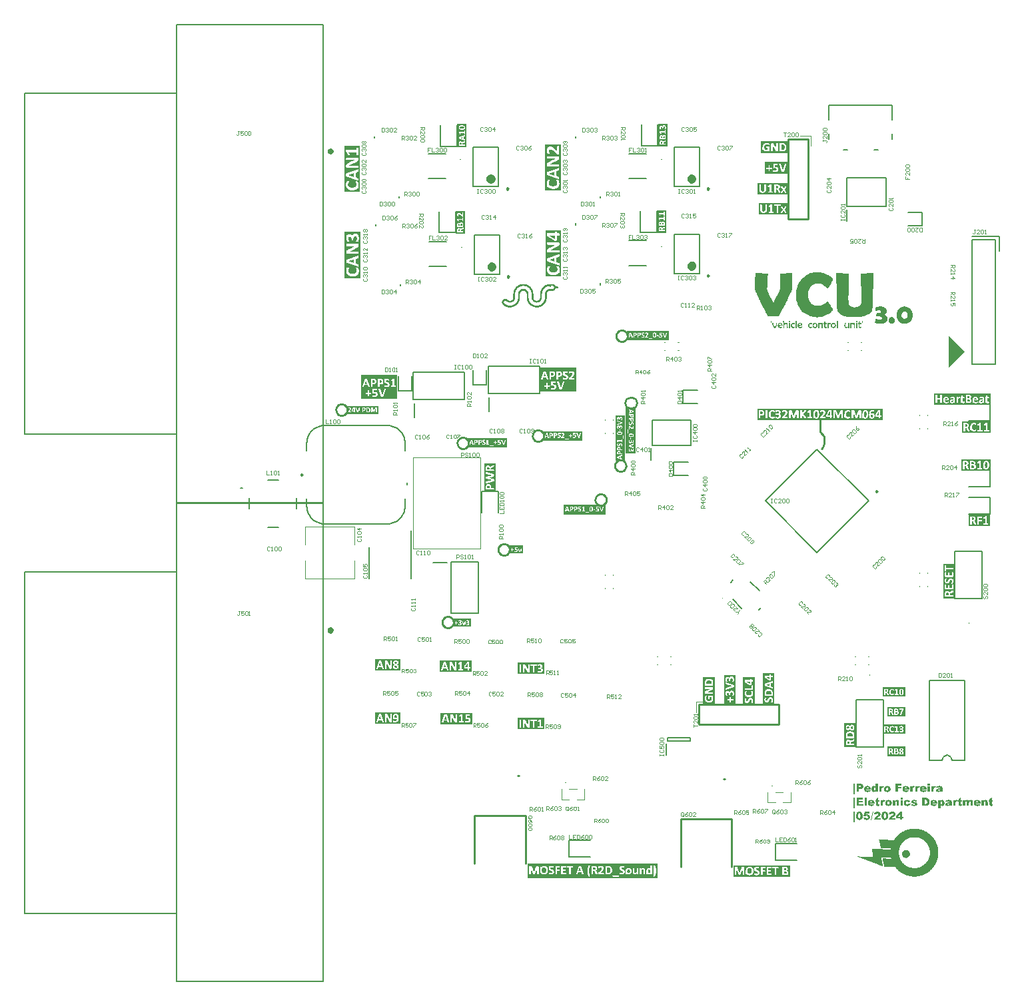
<source format=gto>
G04*
G04 #@! TF.GenerationSoftware,Altium Limited,Altium Designer,24.5.2 (23)*
G04*
G04 Layer_Color=65535*
%FSLAX44Y44*%
%MOMM*%
G71*
G04*
G04 #@! TF.SameCoordinates,49661B99-7F85-447B-B4A6-A33B5E3A9DE8*
G04*
G04*
G04 #@! TF.FilePolarity,Positive*
G04*
G01*
G75*
%ADD10C,0.2540*%
%ADD11C,0.2500*%
%ADD12C,0.1000*%
%ADD13C,0.2000*%
%ADD14C,0.4000*%
%ADD15C,0.6000*%
%ADD16C,0.1750*%
%ADD17C,0.1270*%
G36*
X890266Y85447D02*
X892042D01*
Y85193D01*
X893820D01*
Y84939D01*
X894835D01*
Y84685D01*
X895596D01*
Y84431D01*
X896612D01*
Y84178D01*
X897373D01*
Y83924D01*
X898135D01*
Y83670D01*
X898643D01*
Y83416D01*
X899404D01*
Y83162D01*
X899912D01*
Y82908D01*
X900420D01*
Y82654D01*
X900927D01*
Y82401D01*
X901435D01*
Y82147D01*
X901943D01*
Y81893D01*
X902450D01*
Y81639D01*
X902958D01*
Y81385D01*
X903212D01*
Y81131D01*
X903720D01*
Y80878D01*
X904227D01*
Y80624D01*
X904481D01*
Y80370D01*
X904989D01*
Y80116D01*
X905243D01*
Y79862D01*
X905497D01*
Y79608D01*
X906004D01*
Y79354D01*
X906258D01*
Y79101D01*
X906512D01*
Y78847D01*
X907020D01*
Y78593D01*
X907274D01*
Y78339D01*
X907527D01*
Y78085D01*
X907781D01*
Y77831D01*
X908035D01*
Y77577D01*
X908289D01*
Y77324D01*
X908543D01*
Y77070D01*
X908797D01*
Y76816D01*
X909051D01*
Y76562D01*
X909305D01*
Y76308D01*
X909558D01*
Y76054D01*
X909812D01*
Y75800D01*
X910066D01*
Y75547D01*
X910320D01*
Y75293D01*
X910574D01*
Y75039D01*
X910827D01*
Y74785D01*
X911081D01*
Y74277D01*
X911335D01*
Y74023D01*
X911589D01*
Y73770D01*
X911843D01*
Y73262D01*
X912097D01*
Y73008D01*
X912351D01*
Y72754D01*
X912604D01*
Y72246D01*
X912858D01*
Y71993D01*
X913112D01*
Y71485D01*
X913366D01*
Y71231D01*
X913620D01*
Y70724D01*
X913874D01*
Y70216D01*
X914128D01*
Y69708D01*
X914381D01*
Y69454D01*
X914635D01*
Y68946D01*
X914889D01*
Y68185D01*
X915143D01*
Y67677D01*
X915397D01*
Y67169D01*
X915651D01*
Y66662D01*
X915904D01*
Y65900D01*
X916158D01*
Y65139D01*
X916412D01*
Y64377D01*
X916666D01*
Y63616D01*
X916920D01*
Y62600D01*
X917174D01*
Y61585D01*
X917428D01*
Y60315D01*
X917682D01*
Y58285D01*
X917935D01*
Y51939D01*
X917682D01*
Y50161D01*
X917428D01*
Y48892D01*
X917174D01*
Y47877D01*
X916920D01*
Y46861D01*
X916666D01*
Y45846D01*
X916412D01*
Y45338D01*
X916158D01*
Y44577D01*
X915904D01*
Y43815D01*
X915651D01*
Y43307D01*
X915397D01*
Y42800D01*
X915143D01*
Y42038D01*
X914889D01*
Y41530D01*
X914635D01*
Y41023D01*
X914381D01*
Y40515D01*
X914128D01*
Y40261D01*
X913874D01*
Y39754D01*
X913620D01*
Y39246D01*
X913366D01*
Y38992D01*
X913112D01*
Y38484D01*
X912858D01*
Y37977D01*
X912604D01*
Y37723D01*
X912351D01*
Y37469D01*
X912097D01*
Y36961D01*
X911843D01*
Y36707D01*
X911589D01*
Y36453D01*
X911335D01*
Y36200D01*
X911081D01*
Y35692D01*
X910827D01*
Y35438D01*
X910574D01*
Y35184D01*
X910320D01*
Y34930D01*
X910066D01*
Y34676D01*
X909812D01*
Y34423D01*
X909558D01*
Y34169D01*
X909305D01*
Y33915D01*
X909051D01*
Y33661D01*
X908797D01*
Y33407D01*
X908543D01*
Y33153D01*
X908289D01*
Y32900D01*
X908035D01*
Y32646D01*
X907781D01*
Y32392D01*
X907527D01*
Y32138D01*
X907274D01*
Y31884D01*
X907020D01*
Y31630D01*
X906766D01*
Y31376D01*
X906258D01*
Y31123D01*
X906004D01*
Y30869D01*
X905751D01*
Y30615D01*
X905243D01*
Y30361D01*
X904989D01*
Y30107D01*
X904481D01*
Y29853D01*
X904227D01*
Y29599D01*
X903974D01*
Y29346D01*
X903466D01*
Y29092D01*
X902958D01*
Y28838D01*
X902450D01*
Y28584D01*
X902197D01*
Y28330D01*
X901689D01*
Y28076D01*
X901181D01*
Y27822D01*
X900674D01*
Y27569D01*
X899912D01*
Y27315D01*
X899404D01*
Y27061D01*
X898896D01*
Y26807D01*
X898135D01*
Y26553D01*
X897373D01*
Y26299D01*
X896612D01*
Y26045D01*
X895850D01*
Y25792D01*
X894835D01*
Y25538D01*
X893820D01*
Y25284D01*
X892550D01*
Y25030D01*
X890773D01*
Y24776D01*
X884173D01*
Y25030D01*
X882396D01*
Y25284D01*
X881127D01*
Y25538D01*
X880111D01*
Y25792D01*
X879096D01*
Y26045D01*
X878081D01*
Y26299D01*
X877573D01*
Y26553D01*
X876811D01*
Y26807D01*
X876050D01*
Y27061D01*
X875542D01*
Y27315D01*
X875034D01*
Y27569D01*
X874527D01*
Y27822D01*
X873765D01*
Y28076D01*
X873258D01*
Y28330D01*
X872750D01*
Y28584D01*
X872496D01*
Y28838D01*
X871988D01*
Y29092D01*
X871734D01*
Y29346D01*
X871227D01*
Y29599D01*
X870719D01*
Y29853D01*
X870465D01*
Y30107D01*
X869957D01*
Y30361D01*
X869704D01*
Y30615D01*
X869450D01*
Y30869D01*
X868942D01*
Y31123D01*
X868688D01*
Y31376D01*
X868434D01*
Y31630D01*
X867927D01*
Y31884D01*
X867673D01*
Y32138D01*
X867419D01*
Y32392D01*
X867165D01*
Y32646D01*
X866911D01*
Y32900D01*
X866657D01*
Y33153D01*
X866404D01*
Y33407D01*
X866150D01*
Y33661D01*
X865896D01*
Y33915D01*
X865642D01*
Y34169D01*
X865388D01*
Y34423D01*
X865134D01*
Y34676D01*
X864880D01*
Y34930D01*
X864626D01*
Y35184D01*
X864373D01*
Y35438D01*
X864119D01*
Y35946D01*
X863865D01*
Y36200D01*
X863611D01*
Y36453D01*
X863357D01*
Y36707D01*
X863103D01*
Y37215D01*
X855234D01*
Y37469D01*
X849142D01*
Y37723D01*
X848888D01*
Y39246D01*
X848634D01*
Y40515D01*
X848380D01*
Y41784D01*
X848126D01*
Y43054D01*
X847872D01*
Y44323D01*
X847618D01*
Y45846D01*
X847365D01*
Y47115D01*
X847111D01*
Y47877D01*
X851426D01*
Y47623D01*
X858026D01*
Y47877D01*
X857773D01*
Y48892D01*
X850665D01*
Y49146D01*
X845334D01*
Y48131D01*
X845588D01*
Y46861D01*
X845842D01*
Y45592D01*
X846095D01*
Y44069D01*
X846349D01*
Y42800D01*
X846603D01*
Y41530D01*
X846857D01*
Y40007D01*
X847111D01*
Y38738D01*
X847365D01*
Y37977D01*
X846603D01*
Y38230D01*
X845842D01*
Y38484D01*
X845334D01*
Y38738D01*
X844572D01*
Y38992D01*
X843811D01*
Y39246D01*
X843303D01*
Y39500D01*
X842541D01*
Y39754D01*
X842034D01*
Y40007D01*
X841272D01*
Y40261D01*
X840511D01*
Y40515D01*
X840003D01*
Y40769D01*
X839241D01*
Y41023D01*
X838734D01*
Y41277D01*
X837972D01*
Y41530D01*
X837210D01*
Y41784D01*
X836703D01*
Y42038D01*
X835941D01*
Y42292D01*
X835180D01*
Y42546D01*
X834672D01*
Y42800D01*
X833911D01*
Y43054D01*
X833403D01*
Y43307D01*
X832641D01*
Y43561D01*
X831880D01*
Y43815D01*
X831372D01*
Y44069D01*
X830610D01*
Y44323D01*
X830103D01*
Y44577D01*
X829341D01*
Y44830D01*
X828580D01*
Y45084D01*
X828072D01*
Y45338D01*
X827310D01*
Y45592D01*
X826549D01*
Y45846D01*
X826041D01*
Y46100D01*
X825279D01*
Y46354D01*
X824772D01*
Y46608D01*
X824010D01*
Y46861D01*
X823249D01*
Y47115D01*
X822741D01*
Y47369D01*
X821979D01*
Y47623D01*
X821218D01*
Y47877D01*
X820710D01*
Y48131D01*
X819949D01*
Y48384D01*
X819441D01*
Y48638D01*
X818679D01*
Y48892D01*
X817918D01*
Y49146D01*
X817410D01*
Y49400D01*
X816649D01*
Y49654D01*
X816141D01*
Y49908D01*
X815379D01*
Y50161D01*
X814872D01*
Y50415D01*
X817664D01*
Y50161D01*
X825026D01*
Y49908D01*
X832133D01*
Y49654D01*
X834926D01*
Y50923D01*
X834672D01*
Y52446D01*
X834418D01*
Y53969D01*
X834164D01*
Y55492D01*
X833911D01*
Y57015D01*
X833657D01*
Y58538D01*
X833403D01*
Y60062D01*
X840511D01*
Y59808D01*
X847618D01*
Y59554D01*
X854726D01*
Y59300D01*
X857265D01*
Y59808D01*
X857519D01*
Y60569D01*
X854472D01*
Y60823D01*
X846349D01*
Y61077D01*
X844572D01*
Y62092D01*
X844318D01*
Y63362D01*
X844065D01*
Y64631D01*
X843811D01*
Y66154D01*
X843557D01*
Y67423D01*
X843303D01*
Y68693D01*
X843049D01*
Y69962D01*
X842795D01*
Y71231D01*
X842541D01*
Y71485D01*
X853711D01*
Y71231D01*
X861580D01*
Y71485D01*
X861834D01*
Y71739D01*
X862088D01*
Y72246D01*
X862342D01*
Y72500D01*
X862596D01*
Y73008D01*
X862850D01*
Y73262D01*
X863103D01*
Y73516D01*
X863357D01*
Y74023D01*
X863611D01*
Y74277D01*
X863865D01*
Y74531D01*
X864119D01*
Y75039D01*
X864373D01*
Y75293D01*
X864626D01*
Y75547D01*
X864880D01*
Y75800D01*
X865134D01*
Y76054D01*
X865388D01*
Y76308D01*
X865642D01*
Y76562D01*
X865896D01*
Y76816D01*
X866150D01*
Y77070D01*
X866404D01*
Y77324D01*
X866657D01*
Y77577D01*
X866911D01*
Y77831D01*
X867165D01*
Y78085D01*
X867419D01*
Y78339D01*
X867927D01*
Y78593D01*
X868180D01*
Y78847D01*
X868434D01*
Y79101D01*
X868688D01*
Y79354D01*
X868942D01*
Y79608D01*
X869450D01*
Y79862D01*
X869704D01*
Y80116D01*
X870211D01*
Y80370D01*
X870465D01*
Y80624D01*
X870719D01*
Y80878D01*
X871227D01*
Y81131D01*
X871734D01*
Y81385D01*
X871988D01*
Y81639D01*
X872496D01*
Y81893D01*
X873004D01*
Y82147D01*
X873511D01*
Y82401D01*
X874019D01*
Y82654D01*
X874527D01*
Y82908D01*
X875034D01*
Y83162D01*
X875542D01*
Y83416D01*
X876304D01*
Y83670D01*
X876811D01*
Y83924D01*
X877573D01*
Y84178D01*
X878335D01*
Y84431D01*
X879096D01*
Y84685D01*
X880365D01*
Y84939D01*
X881381D01*
Y85193D01*
X882904D01*
Y85447D01*
X884681D01*
Y85701D01*
X890266D01*
Y85447D01*
D02*
G37*
G36*
X427731Y778261D02*
X428432D01*
Y778202D01*
X428607D01*
Y778144D01*
X428899D01*
Y778085D01*
X429075D01*
Y778027D01*
X429191D01*
Y777969D01*
X429367D01*
Y777910D01*
X429425D01*
Y777852D01*
X429600D01*
Y777793D01*
X429717D01*
Y777735D01*
X429776D01*
Y777676D01*
X429893D01*
Y777618D01*
X429951D01*
Y777560D01*
X430068D01*
Y777501D01*
X430126D01*
Y777443D01*
X430243D01*
Y777384D01*
X430302D01*
Y777326D01*
X430360D01*
Y777268D01*
X430418D01*
Y777209D01*
X430477D01*
Y777151D01*
X430594D01*
Y777092D01*
X430652D01*
Y777034D01*
X430710D01*
Y776975D01*
X430769D01*
Y776859D01*
X430827D01*
Y776800D01*
X430886D01*
Y776742D01*
X430944D01*
Y776683D01*
X431003D01*
Y776625D01*
X431061D01*
Y776508D01*
X431119D01*
Y776450D01*
X431178D01*
Y776333D01*
X431236D01*
Y776274D01*
X431295D01*
Y776157D01*
X431353D01*
Y776040D01*
X431412D01*
Y775982D01*
X431470D01*
Y775807D01*
X431529D01*
Y775690D01*
X431587D01*
Y775515D01*
X431645D01*
Y775339D01*
X431704D01*
Y775281D01*
X431762D01*
Y775223D01*
X433924D01*
Y775164D01*
X434216D01*
Y775106D01*
X434333D01*
Y775047D01*
X434450D01*
Y774989D01*
X434508D01*
Y774930D01*
X434625D01*
Y774872D01*
X434684D01*
Y774755D01*
X434742D01*
Y774697D01*
X434800D01*
Y774580D01*
X434859D01*
Y774463D01*
X434917D01*
Y774405D01*
X434976D01*
Y773762D01*
X434917D01*
Y773704D01*
X434859D01*
Y773528D01*
X434800D01*
Y773411D01*
X434742D01*
Y773353D01*
X434684D01*
Y773236D01*
X434567D01*
Y773178D01*
X434508D01*
Y773119D01*
X434392D01*
Y773061D01*
X434333D01*
Y773002D01*
X434216D01*
Y772944D01*
X433807D01*
Y772885D01*
X431937D01*
Y772944D01*
X431821D01*
Y772885D01*
X431762D01*
Y772827D01*
X431704D01*
Y772769D01*
X431645D01*
Y772593D01*
X431587D01*
Y772418D01*
X431529D01*
Y772301D01*
X431470D01*
Y772184D01*
X431412D01*
Y772067D01*
X431353D01*
Y771951D01*
X431295D01*
Y771892D01*
X431236D01*
Y771775D01*
X431178D01*
Y771658D01*
X431119D01*
Y771600D01*
X431061D01*
Y771542D01*
X431003D01*
Y771425D01*
X430944D01*
Y771366D01*
X430886D01*
Y771308D01*
X430827D01*
Y771249D01*
X430769D01*
Y771133D01*
X430652D01*
Y771074D01*
X430594D01*
Y771016D01*
X430535D01*
Y770957D01*
X430477D01*
Y770899D01*
X430418D01*
Y770841D01*
X430360D01*
Y770782D01*
X430302D01*
Y770724D01*
X430185D01*
Y770665D01*
X430126D01*
Y770607D01*
X430068D01*
Y770548D01*
X429951D01*
Y770490D01*
X429893D01*
Y770432D01*
X429776D01*
Y770373D01*
X429659D01*
Y770315D01*
X429542D01*
Y770256D01*
X429425D01*
Y770198D01*
X429308D01*
Y770139D01*
X429133D01*
Y770081D01*
X429075D01*
Y770023D01*
X428782D01*
Y769964D01*
X428607D01*
Y769906D01*
X428373D01*
Y769847D01*
X424459D01*
Y769789D01*
X424108D01*
Y769730D01*
X423582D01*
Y769672D01*
X423407D01*
Y769613D01*
X423232D01*
Y769555D01*
X423056D01*
Y769497D01*
X422940D01*
Y769438D01*
X422764D01*
Y769380D01*
X422706D01*
Y769321D01*
X422531D01*
Y769263D01*
X422472D01*
Y769204D01*
X422355D01*
Y769146D01*
X422239D01*
Y769088D01*
X422180D01*
Y769029D01*
X422063D01*
Y768971D01*
X422005D01*
Y768912D01*
X421946D01*
Y768854D01*
X421829D01*
Y768795D01*
X421771D01*
Y768737D01*
X421713D01*
Y768679D01*
X421654D01*
Y768620D01*
X421596D01*
Y768562D01*
X421537D01*
Y768503D01*
X421479D01*
Y768445D01*
X421421D01*
Y768387D01*
X421362D01*
Y768328D01*
X421304D01*
Y768270D01*
X421245D01*
Y768153D01*
X421187D01*
Y768094D01*
X421128D01*
Y768036D01*
X421070D01*
Y767919D01*
X421012D01*
Y767861D01*
X420953D01*
Y767744D01*
X420895D01*
Y767685D01*
X420836D01*
Y767510D01*
X420778D01*
Y767452D01*
X420719D01*
Y767335D01*
X420661D01*
Y767160D01*
X420603D01*
Y767101D01*
X420544D01*
Y766809D01*
X420486D01*
Y766692D01*
X420427D01*
Y766458D01*
X420369D01*
Y765991D01*
X420310D01*
Y761258D01*
X420252D01*
Y759915D01*
X420194D01*
Y759622D01*
X420135D01*
Y759155D01*
X420077D01*
Y758804D01*
X420018D01*
Y758571D01*
X419960D01*
Y758279D01*
X419901D01*
Y758162D01*
X419843D01*
Y757811D01*
X419785D01*
Y757694D01*
X419726D01*
Y757461D01*
X419668D01*
Y757285D01*
X419609D01*
Y757169D01*
X419551D01*
Y756935D01*
X419492D01*
Y756818D01*
X419434D01*
Y756643D01*
X419376D01*
Y756467D01*
X419317D01*
Y756350D01*
X419259D01*
Y756175D01*
X419200D01*
Y756117D01*
X419142D01*
Y755941D01*
X419083D01*
Y755883D01*
X419025D01*
Y755708D01*
X418967D01*
Y755591D01*
X418908D01*
Y755474D01*
X418850D01*
Y755357D01*
X418791D01*
Y755240D01*
X418733D01*
Y755124D01*
X418674D01*
Y755065D01*
X418616D01*
Y754948D01*
X418558D01*
Y754831D01*
X418499D01*
Y754773D01*
X418441D01*
Y754656D01*
X418382D01*
Y754598D01*
X418324D01*
Y754481D01*
X418265D01*
Y754364D01*
X418207D01*
Y754305D01*
X418149D01*
Y754189D01*
X418090D01*
Y754130D01*
X418032D01*
Y754013D01*
X417973D01*
Y753955D01*
X417915D01*
Y753838D01*
X417856D01*
Y753780D01*
X417798D01*
Y753721D01*
X417740D01*
Y753604D01*
X417681D01*
Y753546D01*
X417623D01*
Y753487D01*
X417564D01*
Y753371D01*
X417506D01*
Y753312D01*
X417448D01*
Y753254D01*
X417389D01*
Y753195D01*
X417331D01*
Y753079D01*
X417272D01*
Y753020D01*
X417214D01*
Y752962D01*
X417155D01*
Y752903D01*
X417097D01*
Y752845D01*
X417038D01*
Y752786D01*
X416980D01*
Y752728D01*
X416922D01*
Y752670D01*
X416863D01*
Y752611D01*
X416805D01*
Y752553D01*
X416746D01*
Y752436D01*
X416688D01*
Y752377D01*
X416629D01*
Y752319D01*
X416571D01*
Y752261D01*
X416513D01*
Y752202D01*
X416454D01*
Y752144D01*
X416396D01*
Y752085D01*
X416337D01*
Y752027D01*
X416221D01*
Y751968D01*
X416162D01*
Y751910D01*
X416104D01*
Y751852D01*
X416045D01*
Y751793D01*
X415987D01*
Y751735D01*
X415928D01*
Y751676D01*
X415870D01*
Y751618D01*
X415812D01*
Y751559D01*
X415753D01*
Y751501D01*
X415636D01*
Y751443D01*
X415578D01*
Y751384D01*
X415519D01*
Y751326D01*
X415461D01*
Y751267D01*
X415344D01*
Y751209D01*
X415286D01*
Y751150D01*
X415227D01*
Y751092D01*
X415110D01*
Y751034D01*
X415052D01*
Y750975D01*
X414994D01*
Y750917D01*
X414877D01*
Y750858D01*
X414818D01*
Y750800D01*
X414701D01*
Y750741D01*
X414643D01*
Y750683D01*
X414526D01*
Y750625D01*
X414468D01*
Y750566D01*
X414351D01*
Y750508D01*
X414234D01*
Y750449D01*
X414175D01*
Y750391D01*
X414059D01*
Y750332D01*
X414000D01*
Y750274D01*
X413883D01*
Y750216D01*
X413767D01*
Y750157D01*
X413708D01*
Y750099D01*
X413591D01*
Y750040D01*
X413474D01*
Y749982D01*
X413358D01*
Y749923D01*
X413241D01*
Y749865D01*
X413124D01*
Y749807D01*
X412949D01*
Y749748D01*
X412890D01*
Y749690D01*
X412715D01*
Y749631D01*
X412656D01*
Y749573D01*
X412481D01*
Y749514D01*
X412306D01*
Y749456D01*
X412189D01*
Y749398D01*
X412014D01*
Y749339D01*
X411897D01*
Y749281D01*
X411663D01*
Y749222D01*
X411546D01*
Y749164D01*
X411429D01*
Y749106D01*
X411137D01*
Y749047D01*
X411021D01*
Y748989D01*
X410670D01*
Y748930D01*
X410553D01*
Y748872D01*
X410261D01*
Y748813D01*
X410027D01*
Y748755D01*
X409735D01*
Y748697D01*
X409209D01*
Y748638D01*
X408975D01*
Y748580D01*
X407690D01*
Y748521D01*
X407398D01*
Y748580D01*
X406113D01*
Y748638D01*
X405879D01*
Y748697D01*
X405353D01*
Y748755D01*
X405061D01*
Y748813D01*
X404827D01*
Y748872D01*
X404535D01*
Y748930D01*
X404360D01*
Y748989D01*
X404068D01*
Y749047D01*
X403892D01*
Y749106D01*
X403659D01*
Y749164D01*
X403542D01*
Y749222D01*
X403425D01*
Y749281D01*
X403191D01*
Y749339D01*
X403074D01*
Y749398D01*
X402841D01*
Y749456D01*
X402724D01*
Y749514D01*
X402607D01*
Y749573D01*
X402432D01*
Y749631D01*
X402373D01*
Y749690D01*
X402198D01*
Y749748D01*
X402081D01*
Y749807D01*
X401964D01*
Y749865D01*
X401847D01*
Y749923D01*
X401730D01*
Y749982D01*
X401555D01*
Y750040D01*
X401497D01*
Y750099D01*
X401380D01*
Y750157D01*
X401263D01*
Y750216D01*
X401205D01*
Y750274D01*
X401088D01*
Y750332D01*
X401029D01*
Y750391D01*
X400913D01*
Y750449D01*
X400796D01*
Y750508D01*
X400679D01*
Y750566D01*
X400620D01*
Y750625D01*
X400504D01*
Y750683D01*
X400387D01*
Y750741D01*
X400328D01*
Y750800D01*
X400270D01*
Y750858D01*
X400211D01*
Y750917D01*
X400094D01*
Y750975D01*
X400036D01*
Y751034D01*
X399978D01*
Y751092D01*
X399861D01*
Y751150D01*
X399802D01*
Y751209D01*
X399686D01*
Y751267D01*
X399627D01*
Y751326D01*
X399569D01*
Y751384D01*
X399452D01*
Y751443D01*
X399393D01*
Y751501D01*
X399335D01*
Y751559D01*
X399277D01*
Y751618D01*
X399218D01*
Y751676D01*
X399160D01*
Y751735D01*
X399101D01*
Y751793D01*
X398984D01*
Y751910D01*
X398867D01*
Y751968D01*
X398809D01*
Y752027D01*
X398751D01*
Y752085D01*
X398692D01*
Y752144D01*
X398634D01*
Y752202D01*
X398575D01*
Y752261D01*
X398517D01*
Y752319D01*
X398459D01*
Y752377D01*
X398400D01*
Y752436D01*
X398342D01*
Y752494D01*
X398283D01*
Y752553D01*
X398225D01*
Y752611D01*
X398166D01*
Y752670D01*
X398108D01*
Y752786D01*
X397991D01*
Y752903D01*
X397933D01*
Y752962D01*
X397874D01*
Y753020D01*
X397816D01*
Y753079D01*
X397757D01*
Y753137D01*
X397699D01*
Y753254D01*
X397641D01*
Y753312D01*
X397582D01*
Y753371D01*
X397524D01*
Y753429D01*
X397465D01*
Y753546D01*
X397407D01*
Y753604D01*
X397348D01*
Y753663D01*
X397290D01*
Y753780D01*
X397231D01*
Y753838D01*
X397173D01*
Y753896D01*
X397115D01*
Y754013D01*
X397056D01*
Y754072D01*
X396998D01*
Y754189D01*
X396939D01*
Y754247D01*
X396881D01*
Y754364D01*
X396823D01*
Y754422D01*
X396764D01*
Y754539D01*
X396706D01*
Y754656D01*
X396647D01*
Y754715D01*
X396589D01*
Y754831D01*
X396530D01*
Y754948D01*
X396472D01*
Y755007D01*
X396414D01*
Y755124D01*
X396355D01*
Y755182D01*
X396297D01*
Y755357D01*
X396238D01*
Y755416D01*
X396180D01*
Y755591D01*
X396121D01*
Y755708D01*
X396063D01*
Y755825D01*
X396005D01*
Y755941D01*
X395946D01*
Y756058D01*
X395888D01*
Y756175D01*
X395829D01*
Y756292D01*
X395771D01*
Y756467D01*
X395712D01*
Y756643D01*
X395654D01*
Y756759D01*
X395596D01*
Y756993D01*
X395537D01*
Y757052D01*
X395479D01*
Y757285D01*
X395420D01*
Y757402D01*
X395362D01*
Y757578D01*
X395303D01*
Y757870D01*
X395245D01*
Y757986D01*
X395187D01*
Y758337D01*
X395128D01*
Y758512D01*
X395070D01*
Y758746D01*
X395011D01*
Y759155D01*
X394953D01*
Y759447D01*
X394894D01*
Y759973D01*
X394836D01*
Y760674D01*
X394778D01*
Y765933D01*
X394719D01*
Y766400D01*
X394661D01*
Y766575D01*
X394602D01*
Y766809D01*
X394544D01*
Y766926D01*
X394486D01*
Y767218D01*
X394427D01*
Y767276D01*
X394369D01*
Y767393D01*
X394310D01*
Y767510D01*
X394252D01*
Y767627D01*
X394193D01*
Y767744D01*
X394135D01*
Y767802D01*
X394076D01*
Y767919D01*
X394018D01*
Y768036D01*
X393960D01*
Y768094D01*
X393901D01*
Y768153D01*
X393843D01*
Y768211D01*
X393784D01*
Y768270D01*
X393726D01*
Y768328D01*
X393667D01*
Y768445D01*
X393609D01*
Y768503D01*
X393551D01*
Y768562D01*
X393492D01*
Y768620D01*
X393434D01*
Y768679D01*
X393375D01*
Y768737D01*
X393259D01*
Y768795D01*
X393200D01*
Y768854D01*
X393142D01*
Y768912D01*
X393083D01*
Y768971D01*
X393025D01*
Y769029D01*
X392908D01*
Y769088D01*
X392850D01*
Y769146D01*
X392733D01*
Y769204D01*
X392616D01*
Y769263D01*
X392557D01*
Y769321D01*
X392382D01*
Y769380D01*
X392324D01*
Y769438D01*
X392148D01*
Y769497D01*
X392032D01*
Y769555D01*
X391856D01*
Y769613D01*
X391623D01*
Y769672D01*
X391506D01*
Y769730D01*
X390980D01*
Y769789D01*
X390571D01*
Y769847D01*
X390454D01*
Y769789D01*
X390045D01*
Y769730D01*
X389519D01*
Y769672D01*
X389402D01*
Y769613D01*
X389169D01*
Y769555D01*
X388993D01*
Y769497D01*
X388876D01*
Y769438D01*
X388701D01*
Y769380D01*
X388643D01*
Y769321D01*
X388467D01*
Y769263D01*
X388409D01*
Y769204D01*
X388292D01*
Y769146D01*
X388175D01*
Y769088D01*
X388117D01*
Y769029D01*
X388000D01*
Y768971D01*
X387942D01*
Y768912D01*
X387883D01*
Y768854D01*
X387825D01*
Y768795D01*
X387766D01*
Y768737D01*
X387649D01*
Y768679D01*
X387591D01*
Y768620D01*
X387533D01*
Y768562D01*
X387474D01*
Y768503D01*
X387416D01*
Y768445D01*
X387357D01*
Y768387D01*
X387299D01*
Y768270D01*
X387240D01*
Y768211D01*
X387182D01*
Y768153D01*
X387124D01*
Y768094D01*
X387065D01*
Y767978D01*
X387007D01*
Y767919D01*
X386948D01*
Y767861D01*
X386890D01*
Y767685D01*
X386832D01*
Y767627D01*
X386773D01*
Y767510D01*
X386715D01*
Y767393D01*
X386656D01*
Y767276D01*
X386598D01*
Y767160D01*
X386539D01*
Y767043D01*
X386481D01*
Y766751D01*
X386423D01*
Y766634D01*
X386364D01*
Y766342D01*
X386306D01*
Y765874D01*
X386247D01*
Y760908D01*
X386189D01*
Y759798D01*
X386130D01*
Y759564D01*
X386072D01*
Y759038D01*
X386013D01*
Y758746D01*
X385955D01*
Y758512D01*
X385897D01*
Y758279D01*
X385838D01*
Y758103D01*
X385780D01*
Y757753D01*
X385721D01*
Y757636D01*
X385663D01*
Y757402D01*
X385605D01*
Y757227D01*
X385546D01*
Y757110D01*
X385488D01*
Y756935D01*
X385429D01*
Y756818D01*
X385371D01*
Y756584D01*
X385312D01*
Y756467D01*
X385254D01*
Y756292D01*
X385196D01*
Y756175D01*
X385137D01*
Y756058D01*
X385079D01*
Y755941D01*
X385020D01*
Y755825D01*
X384962D01*
Y755649D01*
X384903D01*
Y755591D01*
X384845D01*
Y755474D01*
X384786D01*
Y755299D01*
X384728D01*
Y755240D01*
X384670D01*
Y755124D01*
X384611D01*
Y755007D01*
X384553D01*
Y754948D01*
X384494D01*
Y754831D01*
X384436D01*
Y754715D01*
X384378D01*
Y754598D01*
X384319D01*
Y754539D01*
X384261D01*
Y754422D01*
X384202D01*
Y754364D01*
X384144D01*
Y754247D01*
X384085D01*
Y754130D01*
X384027D01*
Y754072D01*
X383969D01*
Y754013D01*
X383910D01*
Y753896D01*
X383852D01*
Y753838D01*
X383793D01*
Y753780D01*
X383735D01*
Y753721D01*
X383676D01*
Y753604D01*
X383618D01*
Y753546D01*
X383559D01*
Y753429D01*
X383501D01*
Y753371D01*
X383443D01*
Y753312D01*
X383384D01*
Y753195D01*
X383326D01*
Y753137D01*
X383267D01*
Y753079D01*
X383209D01*
Y753020D01*
X383150D01*
Y752962D01*
X383092D01*
Y752903D01*
X383034D01*
Y752845D01*
X382975D01*
Y752786D01*
X382917D01*
Y752728D01*
X382858D01*
Y752611D01*
X382800D01*
Y752553D01*
X382742D01*
Y752494D01*
X382683D01*
Y752436D01*
X382625D01*
Y752377D01*
X382566D01*
Y752319D01*
X382508D01*
Y752261D01*
X382449D01*
Y752202D01*
X382391D01*
Y752144D01*
X382332D01*
Y752085D01*
X382274D01*
Y752027D01*
X382216D01*
Y751968D01*
X382157D01*
Y751910D01*
X382040D01*
Y751852D01*
X381982D01*
Y751793D01*
X381923D01*
Y751735D01*
X381865D01*
Y751676D01*
X381807D01*
Y751618D01*
X381748D01*
Y751559D01*
X381690D01*
Y751501D01*
X381631D01*
Y751443D01*
X381573D01*
Y751384D01*
X381456D01*
Y751326D01*
X381398D01*
Y751267D01*
X381339D01*
Y751209D01*
X381222D01*
Y751150D01*
X381164D01*
Y751092D01*
X381047D01*
Y751034D01*
X380989D01*
Y750975D01*
X380930D01*
Y750917D01*
X380813D01*
Y750858D01*
X380755D01*
Y750800D01*
X380697D01*
Y750741D01*
X380580D01*
Y750683D01*
X380521D01*
Y750625D01*
X380404D01*
Y750566D01*
X380346D01*
Y750508D01*
X380229D01*
Y750449D01*
X380171D01*
Y750391D01*
X379995D01*
Y750332D01*
X379937D01*
Y750274D01*
X379820D01*
Y750216D01*
X379762D01*
Y750157D01*
X379645D01*
Y750099D01*
X379528D01*
Y750040D01*
X379470D01*
Y749982D01*
X379294D01*
Y749923D01*
X379177D01*
Y749865D01*
X379061D01*
Y749807D01*
X378944D01*
Y749748D01*
X378827D01*
Y749690D01*
X378652D01*
Y749631D01*
X378593D01*
Y749573D01*
X378476D01*
Y749514D01*
X378301D01*
Y749456D01*
X378184D01*
Y749398D01*
X377951D01*
Y749339D01*
X377834D01*
Y749281D01*
X377658D01*
Y749222D01*
X377483D01*
Y749164D01*
X377366D01*
Y749106D01*
X377132D01*
Y749047D01*
X376957D01*
Y748989D01*
X376665D01*
Y748930D01*
X376490D01*
Y748872D01*
X376256D01*
Y748813D01*
X375964D01*
Y748755D01*
X375672D01*
Y748697D01*
X375146D01*
Y748638D01*
X374912D01*
Y748580D01*
X373627D01*
Y748521D01*
X373335D01*
Y748580D01*
X372049D01*
Y748638D01*
X371816D01*
Y748697D01*
X371290D01*
Y748755D01*
X370998D01*
Y748813D01*
X370764D01*
Y748872D01*
X370472D01*
Y748930D01*
X370297D01*
Y748989D01*
X370004D01*
Y749047D01*
X369829D01*
Y749106D01*
X369595D01*
Y749164D01*
X369478D01*
Y749222D01*
X369303D01*
Y749281D01*
X369128D01*
Y749339D01*
X369011D01*
Y749398D01*
X368777D01*
Y749456D01*
X368661D01*
Y749514D01*
X368544D01*
Y749573D01*
X368368D01*
Y749631D01*
X368310D01*
Y749690D01*
X368135D01*
Y749748D01*
X368018D01*
Y749807D01*
X367901D01*
Y749865D01*
X367784D01*
Y749923D01*
X367667D01*
Y749982D01*
X367492D01*
Y750040D01*
X367434D01*
Y750099D01*
X367317D01*
Y750157D01*
X367258D01*
Y750216D01*
X367141D01*
Y750274D01*
X367024D01*
Y750332D01*
X366966D01*
Y750391D01*
X366791D01*
Y750449D01*
X366732D01*
Y750508D01*
X366615D01*
Y750566D01*
X366557D01*
Y750625D01*
X366440D01*
Y750683D01*
X366323D01*
Y750741D01*
X366265D01*
Y750800D01*
X366207D01*
Y750858D01*
X366148D01*
Y750917D01*
X366031D01*
Y750975D01*
X365973D01*
Y751034D01*
X365914D01*
Y751092D01*
X365798D01*
Y751150D01*
X365739D01*
Y751209D01*
X365622D01*
Y751267D01*
X365564D01*
Y751326D01*
X365505D01*
Y751384D01*
X365389D01*
Y751443D01*
X365330D01*
Y751501D01*
X365272D01*
Y751559D01*
X365213D01*
Y751618D01*
X365155D01*
Y751676D01*
X365096D01*
Y751735D01*
X365038D01*
Y751793D01*
X364980D01*
Y751852D01*
X364921D01*
Y751910D01*
X364804D01*
Y751968D01*
X364746D01*
Y752027D01*
X364687D01*
Y752085D01*
X364629D01*
Y752144D01*
X364571D01*
Y752202D01*
X364512D01*
Y752261D01*
X364454D01*
Y752319D01*
X364395D01*
Y752377D01*
X364337D01*
Y752494D01*
X364278D01*
Y752553D01*
X364220D01*
Y752611D01*
X364162D01*
Y752670D01*
X364103D01*
Y752728D01*
X364045D01*
Y752845D01*
X363986D01*
Y752903D01*
X363928D01*
Y753020D01*
X363869D01*
Y753079D01*
X363811D01*
Y753195D01*
X363753D01*
Y753312D01*
X363694D01*
Y753429D01*
X363636D01*
Y753546D01*
X363577D01*
Y753604D01*
X363519D01*
Y753896D01*
X363460D01*
Y754013D01*
X363402D01*
Y754189D01*
X363344D01*
Y754481D01*
X363285D01*
Y754656D01*
X363227D01*
Y755883D01*
X363285D01*
Y756058D01*
X363344D01*
Y756350D01*
X363402D01*
Y756526D01*
X363460D01*
Y756701D01*
X363519D01*
Y756935D01*
X363577D01*
Y756993D01*
X363636D01*
Y757110D01*
X363694D01*
Y757227D01*
X363753D01*
Y757344D01*
X363811D01*
Y757461D01*
X363869D01*
Y757519D01*
X363928D01*
Y757636D01*
X363986D01*
Y757694D01*
X364045D01*
Y757811D01*
X364103D01*
Y757870D01*
X364162D01*
Y757928D01*
X364220D01*
Y757986D01*
X364278D01*
Y758103D01*
X364337D01*
Y758162D01*
X364395D01*
Y758220D01*
X364454D01*
Y758279D01*
X364512D01*
Y758337D01*
X364571D01*
Y758395D01*
X364629D01*
Y758454D01*
X364687D01*
Y758512D01*
X364804D01*
Y758571D01*
X364863D01*
Y758629D01*
X364921D01*
Y758688D01*
X365038D01*
Y758746D01*
X365096D01*
Y758804D01*
X365213D01*
Y758863D01*
X365272D01*
Y758921D01*
X365389D01*
Y758980D01*
X365505D01*
Y759038D01*
X365622D01*
Y759097D01*
X365739D01*
Y759155D01*
X365798D01*
Y759213D01*
X366031D01*
Y759272D01*
X366148D01*
Y759330D01*
X366382D01*
Y759389D01*
X366615D01*
Y759447D01*
X366966D01*
Y759506D01*
X367959D01*
Y759447D01*
X368368D01*
Y759389D01*
X368544D01*
Y759330D01*
X368777D01*
Y759272D01*
X368894D01*
Y759213D01*
X369128D01*
Y759155D01*
X369186D01*
Y759097D01*
X369362D01*
Y759038D01*
X369420D01*
Y758980D01*
X369537D01*
Y758921D01*
X369654D01*
Y758863D01*
X369771D01*
Y758804D01*
X369888D01*
Y758746D01*
X369946D01*
Y758688D01*
X370004D01*
Y758629D01*
X370063D01*
Y758571D01*
X370121D01*
Y758512D01*
X370238D01*
Y758454D01*
X370297D01*
Y758395D01*
X370355D01*
Y758337D01*
X370413D01*
Y758279D01*
X370472D01*
Y758220D01*
X370589D01*
Y758162D01*
X370647D01*
Y758103D01*
X370705D01*
Y758045D01*
X370764D01*
Y757986D01*
X370881D01*
Y757928D01*
X370939D01*
Y757870D01*
X370998D01*
Y757811D01*
X371056D01*
Y757753D01*
X371114D01*
Y757694D01*
X371290D01*
Y757636D01*
X371348D01*
Y757578D01*
X371465D01*
Y757519D01*
X371582D01*
Y757461D01*
X371699D01*
Y757402D01*
X371816D01*
Y757344D01*
X371932D01*
Y757285D01*
X372166D01*
Y757227D01*
X372341D01*
Y757169D01*
X372517D01*
Y757110D01*
X372984D01*
Y757052D01*
X373393D01*
Y756993D01*
X373568D01*
Y757052D01*
X373977D01*
Y757110D01*
X374503D01*
Y757169D01*
X374620D01*
Y757227D01*
X374854D01*
Y757285D01*
X375029D01*
Y757344D01*
X375146D01*
Y757402D01*
X375321D01*
Y757461D01*
X375380D01*
Y757519D01*
X375496D01*
Y757578D01*
X375613D01*
Y757636D01*
X375730D01*
Y757694D01*
X375847D01*
Y757753D01*
X375905D01*
Y757811D01*
X375964D01*
Y757870D01*
X376022D01*
Y757928D01*
X376139D01*
Y757986D01*
X376198D01*
Y758045D01*
X376256D01*
Y758103D01*
X376373D01*
Y758220D01*
X376490D01*
Y758279D01*
X376548D01*
Y758337D01*
X376607D01*
Y758395D01*
X376665D01*
Y758512D01*
X376724D01*
Y758571D01*
X376782D01*
Y758629D01*
X376840D01*
Y758746D01*
X376899D01*
Y758804D01*
X376957D01*
Y758863D01*
X377016D01*
Y758921D01*
X377074D01*
Y759038D01*
X377132D01*
Y759155D01*
X377191D01*
Y759272D01*
X377249D01*
Y759389D01*
X377308D01*
Y759447D01*
X377366D01*
Y759622D01*
X377425D01*
Y759739D01*
X377483D01*
Y759915D01*
X377542D01*
Y760148D01*
X377600D01*
Y760265D01*
X377658D01*
Y760732D01*
X377717D01*
Y761142D01*
X377775D01*
Y766517D01*
X377834D01*
Y767160D01*
X377892D01*
Y767452D01*
X377951D01*
Y767919D01*
X378009D01*
Y768153D01*
X378067D01*
Y768445D01*
X378126D01*
Y768620D01*
X378184D01*
Y768854D01*
X378243D01*
Y769146D01*
X378301D01*
Y769263D01*
X378359D01*
Y769555D01*
X378418D01*
Y769613D01*
X378476D01*
Y769847D01*
X378535D01*
Y769964D01*
X378593D01*
Y770081D01*
X378652D01*
Y770315D01*
X378710D01*
Y770432D01*
X378769D01*
Y770607D01*
X378827D01*
Y770724D01*
X378885D01*
Y770841D01*
X378944D01*
Y770957D01*
X379002D01*
Y771074D01*
X379061D01*
Y771191D01*
X379119D01*
Y771308D01*
X379177D01*
Y771425D01*
X379236D01*
Y771542D01*
X379294D01*
Y771658D01*
X379353D01*
Y771775D01*
X379411D01*
Y771834D01*
X379470D01*
Y771951D01*
X379528D01*
Y772067D01*
X379586D01*
Y772126D01*
X379645D01*
Y772243D01*
X379703D01*
Y772301D01*
X379762D01*
Y772477D01*
X379820D01*
Y772535D01*
X379879D01*
Y772652D01*
X379937D01*
Y772710D01*
X379995D01*
Y772769D01*
X380054D01*
Y772885D01*
X380112D01*
Y772944D01*
X380171D01*
Y773061D01*
X380229D01*
Y773119D01*
X380288D01*
Y773178D01*
X380346D01*
Y773236D01*
X380404D01*
Y773353D01*
X380463D01*
Y773411D01*
X380521D01*
Y773470D01*
X380580D01*
Y773587D01*
X380638D01*
Y773645D01*
X380697D01*
Y773704D01*
X380755D01*
Y773762D01*
X380813D01*
Y773820D01*
X380872D01*
Y773937D01*
X380989D01*
Y774054D01*
X381047D01*
Y774112D01*
X381106D01*
Y774171D01*
X381164D01*
Y774229D01*
X381222D01*
Y774288D01*
X381281D01*
Y774346D01*
X381339D01*
Y774405D01*
X381398D01*
Y774463D01*
X381456D01*
Y774580D01*
X381515D01*
Y774638D01*
X381631D01*
Y774697D01*
X381690D01*
Y774755D01*
X381748D01*
Y774814D01*
X381807D01*
Y774872D01*
X381865D01*
Y774930D01*
X381923D01*
Y774989D01*
X381982D01*
Y775047D01*
X382040D01*
Y775106D01*
X382099D01*
Y775164D01*
X382216D01*
Y775223D01*
X382274D01*
Y775281D01*
X382332D01*
Y775339D01*
X382391D01*
Y775398D01*
X382449D01*
Y775456D01*
X382508D01*
Y775515D01*
X382625D01*
Y775573D01*
X382683D01*
Y775631D01*
X382800D01*
Y775690D01*
X382858D01*
Y775748D01*
X382917D01*
Y775807D01*
X382975D01*
Y775865D01*
X383092D01*
Y775924D01*
X383150D01*
Y775982D01*
X383209D01*
Y776040D01*
X383326D01*
Y776099D01*
X383384D01*
Y776157D01*
X383501D01*
Y776216D01*
X383559D01*
Y776274D01*
X383676D01*
Y776333D01*
X383793D01*
Y776391D01*
X383852D01*
Y776450D01*
X383969D01*
Y776508D01*
X384085D01*
Y776566D01*
X384144D01*
Y776625D01*
X384261D01*
Y776683D01*
X384319D01*
Y776742D01*
X384494D01*
Y776800D01*
X384553D01*
Y776859D01*
X384728D01*
Y776917D01*
X384786D01*
Y776975D01*
X384903D01*
Y777034D01*
X385079D01*
Y777092D01*
X385137D01*
Y777151D01*
X385312D01*
Y777209D01*
X385429D01*
Y777268D01*
X385546D01*
Y777326D01*
X385721D01*
Y777384D01*
X385838D01*
Y777443D01*
X386072D01*
Y777501D01*
X386189D01*
Y777560D01*
X386364D01*
Y777618D01*
X386481D01*
Y777676D01*
X386656D01*
Y777735D01*
X386890D01*
Y777793D01*
X387065D01*
Y777852D01*
X387357D01*
Y777910D01*
X387533D01*
Y777969D01*
X387766D01*
Y778027D01*
X388058D01*
Y778085D01*
X388351D01*
Y778144D01*
X388818D01*
Y778202D01*
X389110D01*
Y778261D01*
X390396D01*
Y778319D01*
X390629D01*
Y778261D01*
X391915D01*
Y778202D01*
X392207D01*
Y778144D01*
X392674D01*
Y778085D01*
X392966D01*
Y778027D01*
X393259D01*
Y777969D01*
X393492D01*
Y777910D01*
X393667D01*
Y777852D01*
X393960D01*
Y777793D01*
X394135D01*
Y777735D01*
X394369D01*
Y777676D01*
X394544D01*
Y777618D01*
X394661D01*
Y777560D01*
X394836D01*
Y777501D01*
X394953D01*
Y777443D01*
X395187D01*
Y777384D01*
X395303D01*
Y777326D01*
X395479D01*
Y777268D01*
X395596D01*
Y777209D01*
X395712D01*
Y777151D01*
X395888D01*
Y777092D01*
X395946D01*
Y777034D01*
X396121D01*
Y776975D01*
X396238D01*
Y776917D01*
X396297D01*
Y776859D01*
X396472D01*
Y776800D01*
X396530D01*
Y776742D01*
X396706D01*
Y776683D01*
X396764D01*
Y776625D01*
X396881D01*
Y776566D01*
X396939D01*
Y776508D01*
X397056D01*
Y776450D01*
X397173D01*
Y776391D01*
X397231D01*
Y776333D01*
X397348D01*
Y776274D01*
X397407D01*
Y776216D01*
X397524D01*
Y776157D01*
X397641D01*
Y776099D01*
X397699D01*
Y776040D01*
X397816D01*
Y775982D01*
X397874D01*
Y775924D01*
X397933D01*
Y775865D01*
X398050D01*
Y775807D01*
X398108D01*
Y775748D01*
X398166D01*
Y775690D01*
X398225D01*
Y775631D01*
X398342D01*
Y775573D01*
X398400D01*
Y775515D01*
X398459D01*
Y775456D01*
X398575D01*
Y775398D01*
X398634D01*
Y775339D01*
X398692D01*
Y775281D01*
X398751D01*
Y775223D01*
X398809D01*
Y775164D01*
X398926D01*
Y775106D01*
X398984D01*
Y775047D01*
X399043D01*
Y774989D01*
X399101D01*
Y774930D01*
X399160D01*
Y774872D01*
X399218D01*
Y774814D01*
X399277D01*
Y774755D01*
X399335D01*
Y774697D01*
X399393D01*
Y774638D01*
X399510D01*
Y774521D01*
X399569D01*
Y774463D01*
X399627D01*
Y774405D01*
X399686D01*
Y774346D01*
X399744D01*
Y774288D01*
X399802D01*
Y774229D01*
X399861D01*
Y774171D01*
X399919D01*
Y774112D01*
X399978D01*
Y774054D01*
X400036D01*
Y773996D01*
X400094D01*
Y773937D01*
X400153D01*
Y773879D01*
X400211D01*
Y773762D01*
X400270D01*
Y773704D01*
X400328D01*
Y773645D01*
X400387D01*
Y773587D01*
X400445D01*
Y773470D01*
X400504D01*
Y773411D01*
X400562D01*
Y773353D01*
X400620D01*
Y773236D01*
X400679D01*
Y773178D01*
X400737D01*
Y773119D01*
X400796D01*
Y773002D01*
X400854D01*
Y772944D01*
X400913D01*
Y772885D01*
X400971D01*
Y772769D01*
X401029D01*
Y772710D01*
X401088D01*
Y772593D01*
X401146D01*
Y772535D01*
X401205D01*
Y772418D01*
X401263D01*
Y772360D01*
X401321D01*
Y772243D01*
X401380D01*
Y772126D01*
X401438D01*
Y772067D01*
X401497D01*
Y771951D01*
X401555D01*
Y771892D01*
X401614D01*
Y771717D01*
X401672D01*
Y771658D01*
X401730D01*
Y771542D01*
X401789D01*
Y771425D01*
X401847D01*
Y771308D01*
X401906D01*
Y771191D01*
X401964D01*
Y771074D01*
X402023D01*
Y770957D01*
X402081D01*
Y770841D01*
X402140D01*
Y770724D01*
X402198D01*
Y770548D01*
X402256D01*
Y770490D01*
X402315D01*
Y770256D01*
X402373D01*
Y770139D01*
X402432D01*
Y769964D01*
X402490D01*
Y769789D01*
X402548D01*
Y769672D01*
X402607D01*
Y769438D01*
X402665D01*
Y769321D01*
X402724D01*
Y769088D01*
X402782D01*
Y768854D01*
X402841D01*
Y768679D01*
X402899D01*
Y768387D01*
X402957D01*
Y768211D01*
X403016D01*
Y767802D01*
X403074D01*
Y767510D01*
X403133D01*
Y767101D01*
X403191D01*
Y766342D01*
X403250D01*
Y761317D01*
X403308D01*
Y760499D01*
X403367D01*
Y760323D01*
X403425D01*
Y760090D01*
X403483D01*
Y759915D01*
X403542D01*
Y759739D01*
X403600D01*
Y759564D01*
X403659D01*
Y759506D01*
X403717D01*
Y759330D01*
X403775D01*
Y759272D01*
X403834D01*
Y759155D01*
X403892D01*
Y759038D01*
X403951D01*
Y758980D01*
X404009D01*
Y758863D01*
X404068D01*
Y758804D01*
X404126D01*
Y758688D01*
X404184D01*
Y758629D01*
X404243D01*
Y758571D01*
X404301D01*
Y758512D01*
X404360D01*
Y758454D01*
X404418D01*
Y758337D01*
X404477D01*
Y758279D01*
X404535D01*
Y758220D01*
X404652D01*
Y758162D01*
X404710D01*
Y758103D01*
X404769D01*
Y758045D01*
X404827D01*
Y757986D01*
X404886D01*
Y757928D01*
X405002D01*
Y757870D01*
X405061D01*
Y757811D01*
X405119D01*
Y757753D01*
X405178D01*
Y757694D01*
X405353D01*
Y757636D01*
X405411D01*
Y757578D01*
X405528D01*
Y757519D01*
X405645D01*
Y757461D01*
X405704D01*
Y757402D01*
X405879D01*
Y757344D01*
X405996D01*
Y757285D01*
X406229D01*
Y757227D01*
X406405D01*
Y757169D01*
X406521D01*
Y757110D01*
X407047D01*
Y757052D01*
X407456D01*
Y756993D01*
X407632D01*
Y757052D01*
X407982D01*
Y757110D01*
X408508D01*
Y757169D01*
X408683D01*
Y757227D01*
X408859D01*
Y757285D01*
X409092D01*
Y757344D01*
X409209D01*
Y757402D01*
X409326D01*
Y757461D01*
X409443D01*
Y757519D01*
X409560D01*
Y757578D01*
X409677D01*
Y757636D01*
X409735D01*
Y757694D01*
X409852D01*
Y757753D01*
X409969D01*
Y757811D01*
X410027D01*
Y757870D01*
X410086D01*
Y757928D01*
X410144D01*
Y757986D01*
X410261D01*
Y758045D01*
X410319D01*
Y758103D01*
X410378D01*
Y758162D01*
X410436D01*
Y758220D01*
X410553D01*
Y758279D01*
X410611D01*
Y758395D01*
X410670D01*
Y758454D01*
X410728D01*
Y758512D01*
X410787D01*
Y758571D01*
X410845D01*
Y758688D01*
X410904D01*
Y758746D01*
X410962D01*
Y758804D01*
X411021D01*
Y758921D01*
X411079D01*
Y758980D01*
X411137D01*
Y759097D01*
X411196D01*
Y759155D01*
X411254D01*
Y759272D01*
X411313D01*
Y759389D01*
X411371D01*
Y759506D01*
X411429D01*
Y759622D01*
X411488D01*
Y759739D01*
X411546D01*
Y759973D01*
X411605D01*
Y760148D01*
X411663D01*
Y760323D01*
X411722D01*
Y760849D01*
X411780D01*
Y761258D01*
X411838D01*
Y766867D01*
X411897D01*
Y767218D01*
X411955D01*
Y767569D01*
X412014D01*
Y768036D01*
X412072D01*
Y768211D01*
X412131D01*
Y768503D01*
X412189D01*
Y768679D01*
X412247D01*
Y768971D01*
X412306D01*
Y769204D01*
X412364D01*
Y769321D01*
X412423D01*
Y769555D01*
X412481D01*
Y769672D01*
X412540D01*
Y769906D01*
X412598D01*
Y770023D01*
X412656D01*
Y770139D01*
X412715D01*
Y770373D01*
X412773D01*
Y770432D01*
X412832D01*
Y770665D01*
X412890D01*
Y770724D01*
X412949D01*
Y770841D01*
X413007D01*
Y771016D01*
X413065D01*
Y771074D01*
X413124D01*
Y771249D01*
X413182D01*
Y771308D01*
X413241D01*
Y771483D01*
X413299D01*
Y771600D01*
X413358D01*
Y771658D01*
X413416D01*
Y771775D01*
X413474D01*
Y771834D01*
X413533D01*
Y772009D01*
X413591D01*
Y772067D01*
X413650D01*
Y772184D01*
X413708D01*
Y772243D01*
X413767D01*
Y772360D01*
X413825D01*
Y772477D01*
X413883D01*
Y772535D01*
X413942D01*
Y772652D01*
X414000D01*
Y772710D01*
X414059D01*
Y772827D01*
X414117D01*
Y772885D01*
X414175D01*
Y772944D01*
X414234D01*
Y773061D01*
X414292D01*
Y773119D01*
X414351D01*
Y773178D01*
X414409D01*
Y773295D01*
X414468D01*
Y773353D01*
X414526D01*
Y773470D01*
X414585D01*
Y773528D01*
X414643D01*
Y773587D01*
X414701D01*
Y773645D01*
X414760D01*
Y773704D01*
X414818D01*
Y773820D01*
X414877D01*
Y773879D01*
X414935D01*
Y773937D01*
X414994D01*
Y773996D01*
X415052D01*
Y774054D01*
X415110D01*
Y774112D01*
X415169D01*
Y774171D01*
X415227D01*
Y774229D01*
X415286D01*
Y774288D01*
X415344D01*
Y774405D01*
X415402D01*
Y774463D01*
X415461D01*
Y774521D01*
X415519D01*
Y774580D01*
X415578D01*
Y774638D01*
X415636D01*
Y774697D01*
X415695D01*
Y774755D01*
X415812D01*
Y774814D01*
X415870D01*
Y774872D01*
X415928D01*
Y774930D01*
X415987D01*
Y774989D01*
X416045D01*
Y775047D01*
X416104D01*
Y775106D01*
X416162D01*
Y775164D01*
X416221D01*
Y775223D01*
X416337D01*
Y775339D01*
X416454D01*
Y775398D01*
X416513D01*
Y775456D01*
X416571D01*
Y775515D01*
X416629D01*
Y775573D01*
X416746D01*
Y775631D01*
X416805D01*
Y775690D01*
X416863D01*
Y775748D01*
X416980D01*
Y775807D01*
X417038D01*
Y775865D01*
X417155D01*
Y775924D01*
X417214D01*
Y775982D01*
X417272D01*
Y776040D01*
X417389D01*
Y776099D01*
X417448D01*
Y776157D01*
X417564D01*
Y776216D01*
X417623D01*
Y776274D01*
X417740D01*
Y776333D01*
X417856D01*
Y776391D01*
X417915D01*
Y776450D01*
X418032D01*
Y776508D01*
X418090D01*
Y776566D01*
X418207D01*
Y776625D01*
X418324D01*
Y776683D01*
X418382D01*
Y776742D01*
X418499D01*
Y776800D01*
X418616D01*
Y776859D01*
X418733D01*
Y776917D01*
X418850D01*
Y776975D01*
X418967D01*
Y777034D01*
X419142D01*
Y777092D01*
X419200D01*
Y777151D01*
X419376D01*
Y777209D01*
X419492D01*
Y777268D01*
X419609D01*
Y777326D01*
X419785D01*
Y777384D01*
X419901D01*
Y777443D01*
X420135D01*
Y777501D01*
X420194D01*
Y777560D01*
X420427D01*
Y777618D01*
X420544D01*
Y777676D01*
X420719D01*
Y777735D01*
X420953D01*
Y777793D01*
X421070D01*
Y777852D01*
X421421D01*
Y777910D01*
X421537D01*
Y777969D01*
X421829D01*
Y778027D01*
X422063D01*
Y778085D01*
X422414D01*
Y778144D01*
X422881D01*
Y778202D01*
X423173D01*
Y778261D01*
X424459D01*
Y778319D01*
X427731D01*
Y778261D01*
D02*
G37*
G36*
X951311Y692200D02*
X931311Y712200D01*
Y672200D01*
X951311Y692200D01*
D02*
G37*
G36*
X390424Y435500D02*
X372250D01*
Y445927D01*
X390424D01*
Y435500D01*
D02*
G37*
G36*
X316310Y842200D02*
X304241D01*
Y871094D01*
X316310D01*
Y842200D01*
D02*
G37*
G36*
X318527Y982048D02*
Y952433D01*
X306457D01*
Y982048D01*
X318527D01*
D02*
G37*
G36*
X323848Y342500D02*
X301000D01*
Y352927D01*
X323848D01*
Y342500D01*
D02*
G37*
G36*
X519750Y553250D02*
X507680D01*
Y611406D01*
X519750D01*
Y553250D01*
D02*
G37*
G36*
X465698Y578968D02*
X415312D01*
Y591038D01*
X465698D01*
Y578968D01*
D02*
G37*
G36*
X573777Y953433D02*
X561707D01*
Y982327D01*
X573777D01*
Y953433D01*
D02*
G37*
G36*
X370136Y570250D02*
X319750D01*
Y582319D01*
X370136D01*
Y570250D01*
D02*
G37*
G36*
X206500Y613000D02*
X165500D01*
Y623349D01*
X206500D01*
Y613000D01*
D02*
G37*
G36*
X230459Y647162D02*
Y632500D01*
X184000D01*
Y647162D01*
Y662500D01*
X230459D01*
Y647162D01*
D02*
G37*
G36*
X355250Y515000D02*
X340788D01*
Y550256D01*
X355250D01*
Y515000D01*
D02*
G37*
G36*
X494867Y485310D02*
X441384D01*
Y497379D01*
X494867D01*
Y485310D01*
D02*
G37*
G36*
X575367Y706560D02*
X521884D01*
Y718629D01*
X575367D01*
Y706560D01*
D02*
G37*
G36*
X847493Y619971D02*
Y605250D01*
X687750D01*
Y619971D01*
X847493D01*
D02*
G37*
G36*
X532820Y621250D02*
Y563094D01*
X520750D01*
Y621250D01*
X532820D01*
D02*
G37*
G36*
X457570Y656662D02*
Y642000D01*
X411000D01*
Y656662D01*
Y672000D01*
X457570D01*
Y656662D01*
D02*
G37*
G36*
X572277Y843433D02*
X560207D01*
Y872327D01*
X572277D01*
Y843433D01*
D02*
G37*
G36*
X790360Y731764D02*
X790401Y731736D01*
X790415Y731667D01*
X790401Y731583D01*
Y731556D01*
Y731472D01*
X790387Y731348D01*
X790374Y731167D01*
Y730959D01*
X790360Y730710D01*
X790346Y730418D01*
X790332Y730113D01*
X790318Y729794D01*
X790304Y729448D01*
X790290Y728740D01*
X790263Y728005D01*
Y727659D01*
Y727312D01*
Y727298D01*
Y727270D01*
Y727229D01*
Y727159D01*
Y727076D01*
Y726979D01*
Y726854D01*
Y726716D01*
Y726563D01*
Y726383D01*
Y726189D01*
Y725967D01*
X790276Y725745D01*
Y725481D01*
Y725218D01*
Y724927D01*
Y724913D01*
Y724857D01*
Y724774D01*
Y724663D01*
Y724538D01*
X790290Y724386D01*
Y724219D01*
Y724039D01*
Y723651D01*
X790304Y723262D01*
Y722888D01*
Y722721D01*
Y722569D01*
Y722541D01*
X790290Y722500D01*
X790263Y722444D01*
X790235Y722430D01*
X790207Y722416D01*
X788904D01*
X788862Y722430D01*
X788820Y722486D01*
X788806Y722514D01*
Y722569D01*
Y722583D01*
Y722611D01*
Y722652D01*
Y722721D01*
Y722791D01*
Y722902D01*
Y723013D01*
Y723151D01*
Y723318D01*
Y723484D01*
Y723678D01*
Y723886D01*
X788820Y724122D01*
Y724372D01*
Y724635D01*
Y724927D01*
Y724940D01*
Y724996D01*
Y725079D01*
Y725190D01*
Y725315D01*
Y725468D01*
Y725648D01*
X788834Y725828D01*
Y726216D01*
Y726605D01*
Y726979D01*
Y727159D01*
Y727312D01*
Y727326D01*
Y727340D01*
Y727395D01*
Y727451D01*
Y727520D01*
Y727617D01*
Y727728D01*
X788820Y727853D01*
Y727991D01*
Y728158D01*
X788806Y728338D01*
Y728532D01*
X788792Y728740D01*
Y728962D01*
X788779Y729212D01*
X788765Y729475D01*
Y729489D01*
Y729545D01*
Y729614D01*
X788751Y729711D01*
Y729836D01*
X788737Y729975D01*
Y730127D01*
Y730294D01*
X788723Y730640D01*
X788709Y731001D01*
X788695Y731334D01*
Y731500D01*
Y731639D01*
Y731667D01*
X788709Y731708D01*
X788751Y731750D01*
X788834Y731778D01*
X788917D01*
X789028Y731764D01*
X789181Y731750D01*
X789320D01*
X789444Y731736D01*
X789763D01*
X789930Y731750D01*
X789971D01*
X790013Y731764D01*
X790068D01*
X790193Y731778D01*
X790304D01*
X790360Y731764D01*
D02*
G37*
G36*
X738062D02*
X738103Y731736D01*
X738117Y731667D01*
X738103Y731583D01*
Y731556D01*
Y731472D01*
X738090Y731348D01*
X738076Y731167D01*
Y730959D01*
X738062Y730710D01*
X738048Y730418D01*
X738034Y730113D01*
X738020Y729794D01*
X738006Y729448D01*
X737993Y728740D01*
X737965Y728005D01*
Y727659D01*
Y727312D01*
Y727298D01*
Y727270D01*
Y727229D01*
Y727159D01*
Y727076D01*
Y726979D01*
Y726854D01*
Y726716D01*
Y726563D01*
Y726383D01*
Y726189D01*
Y725967D01*
X737979Y725745D01*
Y725481D01*
Y725218D01*
Y724927D01*
Y724913D01*
Y724857D01*
Y724774D01*
Y724663D01*
Y724538D01*
X737993Y724386D01*
Y724219D01*
Y724039D01*
Y723651D01*
X738006Y723262D01*
Y722888D01*
Y722721D01*
Y722569D01*
Y722541D01*
X737993Y722500D01*
X737965Y722444D01*
X737937Y722430D01*
X737909Y722416D01*
X736606D01*
X736564Y722430D01*
X736523Y722486D01*
X736509Y722514D01*
Y722569D01*
Y722583D01*
Y722611D01*
Y722652D01*
Y722721D01*
Y722791D01*
Y722902D01*
Y723013D01*
Y723151D01*
Y723318D01*
Y723484D01*
Y723678D01*
Y723886D01*
X736523Y724122D01*
Y724372D01*
Y724635D01*
Y724927D01*
Y724940D01*
Y724996D01*
Y725079D01*
Y725190D01*
Y725315D01*
Y725468D01*
Y725648D01*
X736536Y725828D01*
Y726216D01*
Y726605D01*
Y726979D01*
Y727159D01*
Y727312D01*
Y727326D01*
Y727340D01*
Y727395D01*
Y727451D01*
Y727520D01*
Y727617D01*
Y727728D01*
X736523Y727853D01*
Y727991D01*
Y728158D01*
X736509Y728338D01*
Y728532D01*
X736495Y728740D01*
Y728962D01*
X736481Y729212D01*
X736467Y729475D01*
Y729489D01*
Y729545D01*
Y729614D01*
X736453Y729711D01*
Y729836D01*
X736439Y729975D01*
Y730127D01*
Y730294D01*
X736425Y730640D01*
X736412Y731001D01*
X736398Y731334D01*
Y731500D01*
Y731639D01*
Y731667D01*
X736412Y731708D01*
X736453Y731750D01*
X736536Y731778D01*
X736620D01*
X736730Y731764D01*
X736883Y731750D01*
X737022D01*
X737147Y731736D01*
X737466D01*
X737632Y731750D01*
X737674D01*
X737715Y731764D01*
X737771D01*
X737896Y731778D01*
X738006D01*
X738062Y731764D01*
D02*
G37*
G36*
X814227Y731209D02*
X814310Y731195D01*
X814407Y731167D01*
X814518Y731126D01*
X814629Y731070D01*
X814740Y730987D01*
X814754Y730973D01*
X814782Y730946D01*
X814824Y730890D01*
X814879Y730821D01*
X814934Y730738D01*
X814976Y730640D01*
X815004Y730516D01*
X815018Y730391D01*
Y730377D01*
Y730349D01*
Y730321D01*
X815004Y730266D01*
X814962Y730127D01*
X814907Y729989D01*
X814796Y729836D01*
X814713Y729767D01*
X814629Y729697D01*
X814518Y729642D01*
X814394Y729614D01*
X814255Y729586D01*
X814089Y729573D01*
X814005D01*
X813950Y729586D01*
X813797Y729614D01*
X813631Y729670D01*
X813464Y729767D01*
X813381Y729836D01*
X813312Y729919D01*
X813256Y730016D01*
X813215Y730127D01*
X813187Y730252D01*
X813173Y730391D01*
Y730405D01*
Y730446D01*
X813187Y730516D01*
X813215Y730599D01*
X813242Y730696D01*
X813284Y730793D01*
X813353Y730890D01*
X813450Y730987D01*
X813464Y731001D01*
X813506Y731029D01*
X813561Y731056D01*
X813631Y731112D01*
X813728Y731153D01*
X813839Y731181D01*
X813964Y731209D01*
X814089Y731223D01*
X814158D01*
X814227Y731209D01*
D02*
G37*
G36*
X728867D02*
X728950Y731195D01*
X729047Y731167D01*
X729158Y731126D01*
X729269Y731070D01*
X729380Y730987D01*
X729394Y730973D01*
X729422Y730946D01*
X729464Y730890D01*
X729519Y730821D01*
X729574Y730738D01*
X729616Y730640D01*
X729644Y730516D01*
X729658Y730391D01*
Y730377D01*
Y730349D01*
Y730321D01*
X729644Y730266D01*
X729602Y730127D01*
X729547Y729989D01*
X729436Y729836D01*
X729352Y729767D01*
X729269Y729697D01*
X729158Y729642D01*
X729034Y729614D01*
X728895Y729586D01*
X728728Y729573D01*
X728645D01*
X728590Y729586D01*
X728437Y729614D01*
X728271Y729670D01*
X728104Y729767D01*
X728021Y729836D01*
X727952Y729919D01*
X727896Y730016D01*
X727855Y730127D01*
X727827Y730252D01*
X727813Y730391D01*
Y730405D01*
Y730446D01*
X727827Y730516D01*
X727855Y730599D01*
X727883Y730696D01*
X727924Y730793D01*
X727993Y730890D01*
X728091Y730987D01*
X728104Y731001D01*
X728146Y731029D01*
X728202Y731056D01*
X728271Y731112D01*
X728368Y731153D01*
X728479Y731181D01*
X728604Y731209D01*
X728728Y731223D01*
X728798D01*
X728867Y731209D01*
D02*
G37*
G36*
X814907Y728699D02*
X814948Y728657D01*
X814962Y728574D01*
Y728546D01*
Y728477D01*
Y728352D01*
X814948Y728186D01*
Y727964D01*
X814934Y727700D01*
X814921Y727381D01*
X814893Y727021D01*
Y727007D01*
Y726979D01*
Y726924D01*
X814879Y726854D01*
Y726771D01*
Y726674D01*
X814865Y726438D01*
X814851Y726189D01*
Y725939D01*
X814837Y725689D01*
Y725468D01*
Y725440D01*
Y725370D01*
Y725259D01*
Y725107D01*
Y724899D01*
Y724649D01*
X814851Y724358D01*
Y724011D01*
Y723997D01*
Y723970D01*
Y723914D01*
Y723859D01*
Y723775D01*
Y723678D01*
X814865Y723470D01*
Y723235D01*
Y722999D01*
Y722763D01*
Y722569D01*
Y722541D01*
X814851Y722500D01*
X814824Y722458D01*
X814754Y722430D01*
X813423D01*
X813381Y722458D01*
X813353Y722500D01*
X813340Y722541D01*
X813312Y722611D01*
Y722694D01*
Y722721D01*
Y722777D01*
Y722888D01*
Y723040D01*
X813326Y723235D01*
Y723470D01*
Y723748D01*
X813340Y724081D01*
Y724094D01*
Y724122D01*
Y724164D01*
Y724233D01*
X813353Y724400D01*
Y724608D01*
Y724829D01*
X813367Y725051D01*
Y725273D01*
Y725468D01*
Y725495D01*
Y725564D01*
Y725689D01*
X813353Y725856D01*
Y726078D01*
X813340Y726355D01*
X813312Y726674D01*
X813284Y727035D01*
Y727048D01*
Y727076D01*
Y727132D01*
X813270Y727201D01*
Y727298D01*
X813256Y727395D01*
Y727617D01*
X813242Y727867D01*
X813229Y728130D01*
X813215Y728380D01*
Y728588D01*
Y728602D01*
X813229Y728657D01*
X813270Y728699D01*
X813353Y728713D01*
X813437D01*
X813548Y728699D01*
X813714Y728671D01*
X813756D01*
X813797Y728657D01*
X813853D01*
X813978Y728643D01*
X814185D01*
X814296Y728657D01*
X814463Y728671D01*
X814477D01*
X814504Y728685D01*
X814546D01*
X814602Y728699D01*
X814726Y728713D01*
X814851D01*
X814907Y728699D01*
D02*
G37*
G36*
X729547D02*
X729588Y728657D01*
X729602Y728574D01*
Y728546D01*
Y728477D01*
Y728352D01*
X729588Y728186D01*
Y727964D01*
X729574Y727700D01*
X729561Y727381D01*
X729533Y727021D01*
Y727007D01*
Y726979D01*
Y726924D01*
X729519Y726854D01*
Y726771D01*
Y726674D01*
X729505Y726438D01*
X729491Y726189D01*
Y725939D01*
X729477Y725689D01*
Y725468D01*
Y725440D01*
Y725370D01*
Y725259D01*
Y725107D01*
Y724899D01*
Y724649D01*
X729491Y724358D01*
Y724011D01*
Y723997D01*
Y723970D01*
Y723914D01*
Y723859D01*
Y723775D01*
Y723678D01*
X729505Y723470D01*
Y723235D01*
Y722999D01*
Y722763D01*
Y722569D01*
Y722541D01*
X729491Y722500D01*
X729464Y722458D01*
X729394Y722430D01*
X728063D01*
X728021Y722458D01*
X727993Y722500D01*
X727980Y722541D01*
X727952Y722611D01*
Y722694D01*
Y722721D01*
Y722777D01*
Y722888D01*
Y723040D01*
X727966Y723235D01*
Y723470D01*
Y723748D01*
X727980Y724081D01*
Y724094D01*
Y724122D01*
Y724164D01*
Y724233D01*
X727993Y724400D01*
Y724608D01*
Y724829D01*
X728007Y725051D01*
Y725273D01*
Y725468D01*
Y725495D01*
Y725564D01*
Y725689D01*
X727993Y725856D01*
Y726078D01*
X727980Y726355D01*
X727952Y726674D01*
X727924Y727035D01*
Y727048D01*
Y727076D01*
Y727132D01*
X727910Y727201D01*
Y727298D01*
X727896Y727395D01*
Y727617D01*
X727883Y727867D01*
X727869Y728130D01*
X727855Y728380D01*
Y728588D01*
Y728602D01*
X727869Y728657D01*
X727910Y728699D01*
X727993Y728713D01*
X728077D01*
X728188Y728699D01*
X728354Y728671D01*
X728396D01*
X728437Y728657D01*
X728493D01*
X728617Y728643D01*
X728826D01*
X728936Y728657D01*
X729103Y728671D01*
X729117D01*
X729145Y728685D01*
X729186D01*
X729242Y728699D01*
X729366Y728713D01*
X729491D01*
X729547Y728699D01*
D02*
G37*
G36*
X821924Y731764D02*
X822007Y731750D01*
X822077Y731736D01*
X822091Y731722D01*
X822104Y731681D01*
X822118Y731611D01*
X822132Y731486D01*
X822146Y731403D01*
Y731320D01*
Y731209D01*
X822160Y731084D01*
Y730932D01*
Y730765D01*
Y730751D01*
Y730724D01*
Y730682D01*
Y730613D01*
X822146Y730529D01*
Y730418D01*
X822132Y730307D01*
X822118Y730183D01*
X822091Y729878D01*
X822035Y729531D01*
X821952Y729143D01*
X821855Y728727D01*
Y728713D01*
X821841Y728685D01*
X821813Y728657D01*
X821758Y728602D01*
X821688D01*
X821605Y728588D01*
X821314D01*
X821217Y728602D01*
X821203D01*
X821189Y728630D01*
X821148Y728671D01*
X821106Y728754D01*
X821078Y728824D01*
X821050Y728893D01*
X821023Y728976D01*
X820995Y729087D01*
X820953Y729212D01*
X820926Y729351D01*
X820898Y729517D01*
X820870Y729697D01*
Y729711D01*
Y729739D01*
X820856Y729781D01*
Y729836D01*
X820842Y729975D01*
X820815Y730169D01*
X820801Y730363D01*
X820773Y730585D01*
X820759Y730793D01*
Y730973D01*
Y731583D01*
Y731597D01*
X820773Y731611D01*
X820801Y731639D01*
X820842Y731681D01*
X820926Y731722D01*
X821050Y731750D01*
X821120Y731764D01*
X821217D01*
X821314Y731778D01*
X821702D01*
X821924Y731764D01*
D02*
G37*
G36*
X705915D02*
X705998Y731750D01*
X706068Y731736D01*
X706081Y731722D01*
X706095Y731681D01*
X706109Y731611D01*
X706123Y731486D01*
X706137Y731403D01*
Y731320D01*
Y731209D01*
X706151Y731084D01*
Y730932D01*
Y730765D01*
Y730751D01*
Y730724D01*
Y730682D01*
Y730613D01*
X706137Y730529D01*
Y730418D01*
X706123Y730307D01*
X706109Y730183D01*
X706081Y729878D01*
X706026Y729531D01*
X705943Y729143D01*
X705846Y728727D01*
Y728713D01*
X705832Y728685D01*
X705804Y728657D01*
X705749Y728602D01*
X705679D01*
X705596Y728588D01*
X705305D01*
X705208Y728602D01*
X705194D01*
X705180Y728630D01*
X705138Y728671D01*
X705097Y728754D01*
X705069Y728824D01*
X705041Y728893D01*
X705014Y728976D01*
X704986Y729087D01*
X704944Y729212D01*
X704916Y729351D01*
X704889Y729517D01*
X704861Y729697D01*
Y729711D01*
Y729739D01*
X704847Y729781D01*
Y729836D01*
X704833Y729975D01*
X704806Y730169D01*
X704792Y730363D01*
X704764Y730585D01*
X704750Y730793D01*
Y730973D01*
Y731583D01*
Y731597D01*
X704764Y731611D01*
X704792Y731639D01*
X704833Y731681D01*
X704916Y731722D01*
X705041Y731750D01*
X705111Y731764D01*
X705208D01*
X705305Y731778D01*
X705693D01*
X705915Y731764D01*
D02*
G37*
G36*
X810150Y728935D02*
X810247Y728921D01*
X810372Y728907D01*
X810635Y728851D01*
X810913Y728768D01*
X811204Y728643D01*
X811329Y728560D01*
X811453Y728463D01*
X811564Y728338D01*
X811662Y728213D01*
X811675Y728186D01*
X811717Y728116D01*
X811772Y727978D01*
X811800Y727894D01*
X811842Y727797D01*
X811870Y727686D01*
X811897Y727562D01*
X811925Y727423D01*
X811953Y727256D01*
X811981Y727090D01*
X811994Y726896D01*
X812008Y726702D01*
Y726480D01*
Y726466D01*
Y726438D01*
Y726397D01*
Y726327D01*
Y726244D01*
Y726133D01*
X811994Y726008D01*
Y725856D01*
Y725842D01*
Y725786D01*
Y725703D01*
Y725620D01*
Y725412D01*
Y725301D01*
Y725218D01*
Y725190D01*
Y725135D01*
Y725024D01*
Y724885D01*
Y724691D01*
Y724455D01*
Y724192D01*
Y723873D01*
Y723859D01*
Y723831D01*
Y723789D01*
Y723734D01*
Y723568D01*
X812008Y723373D01*
Y723151D01*
Y722943D01*
Y722721D01*
Y722541D01*
Y722527D01*
X811994Y722486D01*
X811953Y722430D01*
X811883Y722416D01*
X810552D01*
X810510Y722444D01*
X810469Y722500D01*
X810455Y722541D01*
Y722597D01*
Y722611D01*
Y722666D01*
Y722735D01*
Y722846D01*
Y722985D01*
Y723165D01*
X810469Y723360D01*
Y723595D01*
Y723609D01*
Y723623D01*
Y723706D01*
X810483Y723817D01*
Y723970D01*
Y724136D01*
X810497Y724303D01*
Y724455D01*
Y724594D01*
Y724608D01*
Y724649D01*
Y724705D01*
Y724788D01*
Y724899D01*
Y725038D01*
X810483Y725204D01*
Y725384D01*
Y725412D01*
Y725468D01*
Y725564D01*
Y725689D01*
Y725953D01*
Y726078D01*
Y726189D01*
Y726202D01*
Y726216D01*
Y726258D01*
Y726313D01*
X810469Y726452D01*
X810455Y726605D01*
X810427Y726785D01*
X810386Y726965D01*
X810330Y727132D01*
X810261Y727270D01*
X810247Y727284D01*
X810205Y727326D01*
X810136Y727395D01*
X810039Y727465D01*
X809900Y727520D01*
X809720Y727589D01*
X809512Y727631D01*
X809262Y727645D01*
X809193D01*
X809124Y727631D01*
X809013Y727603D01*
X808874Y727548D01*
X808721Y727492D01*
X808527Y727395D01*
X808319Y727270D01*
X808291Y727256D01*
X808222Y727201D01*
X808125Y727132D01*
X808014Y727035D01*
X807889Y726924D01*
X807792Y726799D01*
X807723Y726688D01*
X807709Y726618D01*
X807695Y726563D01*
Y722569D01*
Y722541D01*
X807681Y722500D01*
X807640Y722444D01*
X807598Y722430D01*
X807556Y722416D01*
X806253D01*
X806211Y722430D01*
X806170Y722486D01*
X806142Y722514D01*
Y722569D01*
Y722597D01*
Y722666D01*
Y722791D01*
Y722971D01*
Y723193D01*
Y723456D01*
X806156Y723775D01*
Y724150D01*
Y724164D01*
Y724192D01*
Y724247D01*
Y724330D01*
Y724414D01*
X806170Y724510D01*
Y724746D01*
Y724996D01*
X806183Y725259D01*
Y725509D01*
Y725731D01*
Y725745D01*
Y725800D01*
Y725870D01*
Y725967D01*
X806170Y726105D01*
Y726244D01*
X806156Y726411D01*
X806142Y726591D01*
X806128Y726785D01*
X806114Y726993D01*
X806059Y727437D01*
X805975Y727894D01*
X805878Y728352D01*
Y728366D01*
Y728394D01*
X805864Y728421D01*
Y728435D01*
Y728449D01*
X805878Y728477D01*
X805906Y728505D01*
X805948Y728532D01*
X805962D01*
X806003Y728546D01*
X806059Y728560D01*
X806156Y728574D01*
X806281Y728588D01*
X806461Y728616D01*
X806572Y728643D01*
X806697Y728657D01*
X806724D01*
X806808Y728671D01*
X806932Y728699D01*
X807057Y728727D01*
X807196Y728740D01*
X807321Y728768D01*
X807418Y728782D01*
X807473D01*
X807487Y728768D01*
X807501Y728740D01*
X807515Y728671D01*
Y728657D01*
Y728602D01*
X807529Y728519D01*
X807543Y728408D01*
X807570Y728283D01*
X807598Y728144D01*
X807667Y727839D01*
X807681Y727853D01*
X807737Y727881D01*
X807806Y727950D01*
X807917Y728019D01*
X808042Y728116D01*
X808194Y728241D01*
X808375Y728366D01*
X808583Y728519D01*
X808597D01*
X808610Y728532D01*
X808652Y728560D01*
X808708Y728588D01*
X808846Y728657D01*
X809013Y728740D01*
X809221Y728810D01*
X809456Y728879D01*
X809692Y728935D01*
X809942Y728948D01*
X810067D01*
X810150Y728935D01*
D02*
G37*
G36*
X769377D02*
X769474Y728921D01*
X769599Y728907D01*
X769862Y728851D01*
X770139Y728768D01*
X770431Y728643D01*
X770556Y728560D01*
X770680Y728463D01*
X770791Y728338D01*
X770888Y728213D01*
X770902Y728186D01*
X770944Y728116D01*
X770999Y727978D01*
X771027Y727894D01*
X771069Y727797D01*
X771096Y727686D01*
X771124Y727562D01*
X771152Y727423D01*
X771180Y727256D01*
X771207Y727090D01*
X771221Y726896D01*
X771235Y726702D01*
Y726480D01*
Y726466D01*
Y726438D01*
Y726397D01*
Y726327D01*
Y726244D01*
Y726133D01*
X771221Y726008D01*
Y725856D01*
Y725842D01*
Y725786D01*
Y725703D01*
Y725620D01*
Y725412D01*
Y725301D01*
Y725218D01*
Y725190D01*
Y725135D01*
Y725024D01*
Y724885D01*
Y724691D01*
Y724455D01*
Y724192D01*
Y723873D01*
Y723859D01*
Y723831D01*
Y723789D01*
Y723734D01*
Y723568D01*
X771235Y723373D01*
Y723151D01*
Y722943D01*
Y722721D01*
Y722541D01*
Y722527D01*
X771221Y722486D01*
X771180Y722430D01*
X771110Y722416D01*
X769779D01*
X769737Y722444D01*
X769696Y722500D01*
X769682Y722541D01*
Y722597D01*
Y722611D01*
Y722666D01*
Y722735D01*
Y722846D01*
Y722985D01*
Y723165D01*
X769696Y723360D01*
Y723595D01*
Y723609D01*
Y723623D01*
Y723706D01*
X769710Y723817D01*
Y723970D01*
Y724136D01*
X769724Y724303D01*
Y724455D01*
Y724594D01*
Y724608D01*
Y724649D01*
Y724705D01*
Y724788D01*
Y724899D01*
Y725038D01*
X769710Y725204D01*
Y725384D01*
Y725412D01*
Y725468D01*
Y725564D01*
Y725689D01*
Y725953D01*
Y726078D01*
Y726189D01*
Y726202D01*
Y726216D01*
Y726258D01*
Y726313D01*
X769696Y726452D01*
X769682Y726605D01*
X769654Y726785D01*
X769613Y726965D01*
X769557Y727132D01*
X769488Y727270D01*
X769474Y727284D01*
X769432Y727326D01*
X769363Y727395D01*
X769266Y727465D01*
X769127Y727520D01*
X768947Y727589D01*
X768739Y727631D01*
X768489Y727645D01*
X768420D01*
X768351Y727631D01*
X768240Y727603D01*
X768101Y727548D01*
X767948Y727492D01*
X767754Y727395D01*
X767546Y727270D01*
X767518Y727256D01*
X767449Y727201D01*
X767352Y727132D01*
X767241Y727035D01*
X767116Y726924D01*
X767019Y726799D01*
X766950Y726688D01*
X766936Y726618D01*
X766922Y726563D01*
Y722569D01*
Y722541D01*
X766908Y722500D01*
X766867Y722444D01*
X766825Y722430D01*
X766783Y722416D01*
X765480D01*
X765438Y722430D01*
X765396Y722486D01*
X765369Y722514D01*
Y722569D01*
Y722597D01*
Y722666D01*
Y722791D01*
Y722971D01*
Y723193D01*
Y723456D01*
X765383Y723775D01*
Y724150D01*
Y724164D01*
Y724192D01*
Y724247D01*
Y724330D01*
Y724414D01*
X765396Y724510D01*
Y724746D01*
Y724996D01*
X765410Y725259D01*
Y725509D01*
Y725731D01*
Y725745D01*
Y725800D01*
Y725870D01*
Y725967D01*
X765396Y726105D01*
Y726244D01*
X765383Y726411D01*
X765369Y726591D01*
X765355Y726785D01*
X765341Y726993D01*
X765286Y727437D01*
X765202Y727894D01*
X765105Y728352D01*
Y728366D01*
Y728394D01*
X765091Y728421D01*
Y728435D01*
Y728449D01*
X765105Y728477D01*
X765133Y728505D01*
X765175Y728532D01*
X765189D01*
X765230Y728546D01*
X765286Y728560D01*
X765383Y728574D01*
X765508Y728588D01*
X765688Y728616D01*
X765799Y728643D01*
X765923Y728657D01*
X765951D01*
X766034Y728671D01*
X766159Y728699D01*
X766284Y728727D01*
X766423Y728740D01*
X766548Y728768D01*
X766645Y728782D01*
X766700D01*
X766714Y728768D01*
X766728Y728740D01*
X766742Y728671D01*
Y728657D01*
Y728602D01*
X766756Y728519D01*
X766769Y728408D01*
X766797Y728283D01*
X766825Y728144D01*
X766894Y727839D01*
X766908Y727853D01*
X766964Y727881D01*
X767033Y727950D01*
X767144Y728019D01*
X767269Y728116D01*
X767421Y728241D01*
X767602Y728366D01*
X767810Y728519D01*
X767823D01*
X767837Y728532D01*
X767879Y728560D01*
X767934Y728588D01*
X768073Y728657D01*
X768240Y728740D01*
X768448Y728810D01*
X768683Y728879D01*
X768919Y728935D01*
X769169Y728948D01*
X769294D01*
X769377Y728935D01*
D02*
G37*
G36*
X816779Y731015D02*
X816821D01*
X816876Y731001D01*
X816945Y730987D01*
X817029Y730973D01*
X817126Y730959D01*
X817251Y730946D01*
X817389Y730918D01*
X817542Y730890D01*
X817736Y730862D01*
X817944Y730821D01*
X817972D01*
X818027Y730793D01*
X818083Y730751D01*
X818110Y730710D01*
Y730668D01*
Y730654D01*
Y730613D01*
Y730543D01*
Y730446D01*
X818096Y730321D01*
X818083Y730169D01*
X818069Y729989D01*
X818055Y729781D01*
Y729753D01*
Y729684D01*
X818041Y729586D01*
Y729448D01*
X818027Y729170D01*
X818013Y729032D01*
Y728907D01*
Y728893D01*
Y728879D01*
X818041Y728810D01*
X818096Y728740D01*
X818138Y728727D01*
X818194Y728713D01*
X819816D01*
X819858Y728699D01*
X819899Y728685D01*
X819913Y728630D01*
Y728616D01*
Y728560D01*
X819899Y728477D01*
X819885Y728366D01*
Y728338D01*
Y728269D01*
X819872Y728186D01*
Y728116D01*
Y728102D01*
Y728033D01*
Y727936D01*
Y727797D01*
Y727784D01*
Y727770D01*
Y727686D01*
Y727589D01*
Y727506D01*
Y727492D01*
X819844Y727451D01*
X819802Y727395D01*
X819747Y727381D01*
X819497D01*
X819386Y727395D01*
X819081D01*
X818887Y727409D01*
X818859D01*
X818804Y727423D01*
X818707D01*
X818582Y727437D01*
X818318Y727451D01*
X818055D01*
Y727437D01*
X818041Y727409D01*
X818027Y727354D01*
X818013Y727284D01*
Y727187D01*
X817999Y727062D01*
Y727035D01*
Y726979D01*
X817986Y726868D01*
Y726716D01*
Y726535D01*
X817972Y726300D01*
Y726036D01*
Y725731D01*
Y724732D01*
Y724705D01*
Y724635D01*
Y724538D01*
X817986Y724414D01*
X818013Y724150D01*
X818041Y724025D01*
X818069Y723928D01*
X818083Y723914D01*
X818096Y723873D01*
X818152Y723817D01*
X818221Y723762D01*
X818305Y723692D01*
X818415Y723637D01*
X818568Y723595D01*
X818734Y723581D01*
X818818D01*
X818887Y723595D01*
X818970D01*
X819081Y723623D01*
X819206Y723637D01*
X819345Y723665D01*
X819359D01*
X819414Y723678D01*
X819483Y723692D01*
X819566Y723720D01*
X819761Y723748D01*
X819858Y723762D01*
X819955D01*
X819983Y723748D01*
X820010Y723706D01*
X820024Y723637D01*
Y723609D01*
Y723526D01*
X820010Y723401D01*
X819996Y723235D01*
Y723221D01*
Y723179D01*
X819983Y723138D01*
Y723068D01*
X819969Y722943D01*
X819955Y722874D01*
Y722832D01*
Y722819D01*
X819941Y722763D01*
Y722721D01*
X819927Y722694D01*
Y722680D01*
X819899Y722666D01*
X819858Y722624D01*
X819802Y722597D01*
X819774Y722583D01*
X819705Y722555D01*
X819566Y722514D01*
X819386Y722472D01*
X819275Y722444D01*
X819150Y722416D01*
X818998Y722389D01*
X818845Y722375D01*
X818679Y722361D01*
X818499Y722347D01*
X818291Y722333D01*
X818013D01*
X817944Y722347D01*
X817847Y722361D01*
X817722Y722375D01*
X817597Y722402D01*
X817445Y722458D01*
X817306Y722514D01*
X817167Y722583D01*
X817015Y722680D01*
X816890Y722791D01*
X816779Y722930D01*
X816668Y723096D01*
X816599Y723276D01*
X816543Y723498D01*
X816529Y723748D01*
Y723775D01*
Y723859D01*
Y723984D01*
Y724178D01*
Y724414D01*
Y724705D01*
X816543Y725051D01*
Y725454D01*
Y725468D01*
Y725509D01*
Y725564D01*
Y725648D01*
Y725745D01*
X816557Y725842D01*
Y726105D01*
Y726383D01*
X816571Y726660D01*
Y726937D01*
Y727173D01*
Y727187D01*
Y727215D01*
X816543Y727312D01*
X816502Y727367D01*
X816460Y727409D01*
X816391Y727451D01*
X816293Y727465D01*
X815808D01*
X815780Y727478D01*
X815767Y727506D01*
X815739Y727548D01*
X815711Y727617D01*
X815697Y727714D01*
X815669Y727853D01*
Y728019D01*
Y728033D01*
Y728047D01*
Y728089D01*
Y728144D01*
Y728269D01*
X815683Y728421D01*
Y728435D01*
X815697Y728449D01*
X815725Y728505D01*
X815794Y728574D01*
X815836Y728602D01*
X815905Y728616D01*
X816280D01*
X816321Y728630D01*
X816391Y728657D01*
X816446Y728685D01*
X816488Y728740D01*
X816529Y728810D01*
X816543Y728893D01*
Y728907D01*
Y728948D01*
Y729004D01*
Y729087D01*
Y729212D01*
Y729351D01*
X816529Y729503D01*
Y729697D01*
Y729725D01*
Y729794D01*
Y729892D01*
Y730016D01*
X816515Y730280D01*
Y730418D01*
Y730529D01*
Y730557D01*
Y730613D01*
X816529Y730682D01*
X816543Y730779D01*
X816557Y730876D01*
X816599Y730946D01*
X816640Y731001D01*
X816696Y731029D01*
X816723D01*
X816779Y731015D01*
D02*
G37*
G36*
X772996D02*
X773038D01*
X773093Y731001D01*
X773163Y730987D01*
X773246Y730973D01*
X773343Y730959D01*
X773468Y730946D01*
X773607Y730918D01*
X773759Y730890D01*
X773953Y730862D01*
X774161Y730821D01*
X774189D01*
X774245Y730793D01*
X774300Y730751D01*
X774328Y730710D01*
Y730668D01*
Y730654D01*
Y730613D01*
Y730543D01*
Y730446D01*
X774314Y730321D01*
X774300Y730169D01*
X774286Y729989D01*
X774272Y729781D01*
Y729753D01*
Y729684D01*
X774258Y729586D01*
Y729448D01*
X774245Y729170D01*
X774231Y729032D01*
Y728907D01*
Y728893D01*
Y728879D01*
X774258Y728810D01*
X774314Y728740D01*
X774355Y728727D01*
X774411Y728713D01*
X776034D01*
X776075Y728699D01*
X776117Y728685D01*
X776131Y728630D01*
Y728616D01*
Y728560D01*
X776117Y728477D01*
X776103Y728366D01*
Y728338D01*
Y728269D01*
X776089Y728186D01*
Y728116D01*
Y728102D01*
Y728033D01*
Y727936D01*
Y727797D01*
Y727784D01*
Y727770D01*
Y727686D01*
Y727589D01*
Y727506D01*
Y727492D01*
X776061Y727451D01*
X776020Y727395D01*
X775964Y727381D01*
X775715D01*
X775604Y727395D01*
X775299D01*
X775104Y727409D01*
X775077D01*
X775021Y727423D01*
X774924D01*
X774799Y727437D01*
X774536Y727451D01*
X774272D01*
Y727437D01*
X774258Y727409D01*
X774245Y727354D01*
X774231Y727284D01*
Y727187D01*
X774217Y727062D01*
Y727035D01*
Y726979D01*
X774203Y726868D01*
Y726716D01*
Y726535D01*
X774189Y726300D01*
Y726036D01*
Y725731D01*
Y724732D01*
Y724705D01*
Y724635D01*
Y724538D01*
X774203Y724414D01*
X774231Y724150D01*
X774258Y724025D01*
X774286Y723928D01*
X774300Y723914D01*
X774314Y723873D01*
X774369Y723817D01*
X774439Y723762D01*
X774522Y723692D01*
X774633Y723637D01*
X774785Y723595D01*
X774952Y723581D01*
X775035D01*
X775104Y723595D01*
X775188D01*
X775299Y723623D01*
X775423Y723637D01*
X775562Y723665D01*
X775576D01*
X775631Y723678D01*
X775701Y723692D01*
X775784Y723720D01*
X775978Y723748D01*
X776075Y723762D01*
X776172D01*
X776200Y723748D01*
X776228Y723706D01*
X776242Y723637D01*
Y723609D01*
Y723526D01*
X776228Y723401D01*
X776214Y723235D01*
Y723221D01*
Y723179D01*
X776200Y723138D01*
Y723068D01*
X776186Y722943D01*
X776172Y722874D01*
Y722832D01*
Y722819D01*
X776158Y722763D01*
Y722721D01*
X776144Y722694D01*
Y722680D01*
X776117Y722666D01*
X776075Y722624D01*
X776020Y722597D01*
X775992Y722583D01*
X775923Y722555D01*
X775784Y722514D01*
X775604Y722472D01*
X775493Y722444D01*
X775368Y722416D01*
X775215Y722389D01*
X775063Y722375D01*
X774896Y722361D01*
X774716Y722347D01*
X774508Y722333D01*
X774231D01*
X774161Y722347D01*
X774064Y722361D01*
X773939Y722375D01*
X773815Y722402D01*
X773662Y722458D01*
X773523Y722514D01*
X773385Y722583D01*
X773232Y722680D01*
X773107Y722791D01*
X772996Y722930D01*
X772885Y723096D01*
X772816Y723276D01*
X772761Y723498D01*
X772747Y723748D01*
Y723775D01*
Y723859D01*
Y723984D01*
Y724178D01*
Y724414D01*
Y724705D01*
X772761Y725051D01*
Y725454D01*
Y725468D01*
Y725509D01*
Y725564D01*
Y725648D01*
Y725745D01*
X772775Y725842D01*
Y726105D01*
Y726383D01*
X772788Y726660D01*
Y726937D01*
Y727173D01*
Y727187D01*
Y727215D01*
X772761Y727312D01*
X772719Y727367D01*
X772677Y727409D01*
X772608Y727451D01*
X772511Y727465D01*
X772026D01*
X771998Y727478D01*
X771984Y727506D01*
X771956Y727548D01*
X771928Y727617D01*
X771915Y727714D01*
X771887Y727853D01*
Y728019D01*
Y728033D01*
Y728047D01*
Y728089D01*
Y728144D01*
Y728269D01*
X771901Y728421D01*
Y728435D01*
X771915Y728449D01*
X771942Y728505D01*
X772012Y728574D01*
X772053Y728602D01*
X772123Y728616D01*
X772497D01*
X772539Y728630D01*
X772608Y728657D01*
X772664Y728685D01*
X772705Y728740D01*
X772747Y728810D01*
X772761Y728893D01*
Y728907D01*
Y728948D01*
Y729004D01*
Y729087D01*
Y729212D01*
Y729351D01*
X772747Y729503D01*
Y729697D01*
Y729725D01*
Y729794D01*
Y729892D01*
Y730016D01*
X772733Y730280D01*
Y730418D01*
Y730529D01*
Y730557D01*
Y730613D01*
X772747Y730682D01*
X772761Y730779D01*
X772775Y730876D01*
X772816Y730946D01*
X772858Y731001D01*
X772913Y731029D01*
X772941D01*
X772996Y731015D01*
D02*
G37*
G36*
X755924Y729073D02*
X756021Y729059D01*
X756257Y729032D01*
X756521Y728976D01*
X756798Y728893D01*
X757103Y728768D01*
X757394Y728616D01*
X757422Y728602D01*
X757464Y728574D01*
X757505Y728519D01*
X757533Y728477D01*
Y728463D01*
Y728449D01*
X757519Y728408D01*
Y728338D01*
X757492Y728255D01*
X757464Y728144D01*
X757422Y727991D01*
X757367Y727825D01*
Y727797D01*
X757339Y727742D01*
X757311Y727673D01*
X757283Y727576D01*
X757256Y727478D01*
X757214Y727409D01*
X757186Y727354D01*
X757159Y727326D01*
X757145D01*
X757103Y727354D01*
X757048Y727367D01*
X756964Y727409D01*
X756881Y727437D01*
X756770Y727478D01*
X756548Y727576D01*
X756535D01*
X756493Y727603D01*
X756438Y727617D01*
X756354Y727645D01*
X756257Y727673D01*
X756146Y727686D01*
X755897Y727714D01*
X755813D01*
X755758Y727700D01*
X755605Y727686D01*
X755411Y727645D01*
X755189Y727562D01*
X754967Y727451D01*
X754732Y727312D01*
X754635Y727215D01*
X754524Y727104D01*
X754496Y727076D01*
X754441Y726993D01*
X754357Y726868D01*
X754260Y726702D01*
X754149Y726480D01*
X754066Y726244D01*
X754011Y725967D01*
X753983Y725662D01*
Y725648D01*
Y725620D01*
Y725578D01*
X753997Y725523D01*
X754011Y725370D01*
X754052Y725190D01*
X754121Y724968D01*
X754205Y724732D01*
X754343Y724497D01*
X754524Y724261D01*
X754551Y724233D01*
X754621Y724164D01*
X754746Y724067D01*
X754898Y723956D01*
X755106Y723845D01*
X755328Y723748D01*
X755592Y723678D01*
X755730Y723665D01*
X755883Y723651D01*
X755966D01*
X756049Y723665D01*
X756160Y723678D01*
X756299Y723706D01*
X756451Y723734D01*
X756604Y723789D01*
X756770Y723859D01*
X756784Y723873D01*
X756840Y723900D01*
X756909Y723928D01*
X756978Y723970D01*
X757048Y724011D01*
X757117Y724053D01*
X757145Y724067D01*
Y724081D01*
X757159Y724067D01*
X757186Y724053D01*
X757200Y724011D01*
X757242Y723942D01*
X757270Y723845D01*
X757297Y723706D01*
X757339Y723512D01*
Y723484D01*
X757353Y723429D01*
X757381Y723346D01*
X757394Y723235D01*
X757436Y723013D01*
X757450Y722902D01*
Y722819D01*
Y722805D01*
X757436Y722777D01*
X757408Y722749D01*
X757353Y722694D01*
X757256Y722624D01*
X757200Y722597D01*
X757117Y722555D01*
X757020Y722527D01*
X756923Y722486D01*
X756798Y722458D01*
X756659Y722416D01*
X756632D01*
X756548Y722389D01*
X756438Y722361D01*
X756299Y722333D01*
X756146Y722306D01*
X755980Y722278D01*
X755827Y722264D01*
X755703Y722250D01*
X755647D01*
X755564Y722264D01*
X755467D01*
X755356Y722278D01*
X755217Y722306D01*
X755065Y722333D01*
X754898Y722375D01*
X754718Y722430D01*
X754538Y722500D01*
X754343Y722583D01*
X754135Y722680D01*
X753941Y722805D01*
X753747Y722943D01*
X753553Y723096D01*
X753373Y723276D01*
X753359Y723290D01*
X753331Y723318D01*
X753289Y723373D01*
X753234Y723456D01*
X753165Y723554D01*
X753081Y723665D01*
X752998Y723803D01*
X752915Y723956D01*
X752832Y724122D01*
X752748Y724303D01*
X752665Y724497D01*
X752596Y724705D01*
X752541Y724927D01*
X752499Y725162D01*
X752471Y725412D01*
X752457Y725662D01*
Y725676D01*
Y725731D01*
Y725800D01*
X752471Y725897D01*
X752485Y726022D01*
X752499Y726161D01*
X752527Y726313D01*
X752568Y726494D01*
X752679Y726868D01*
X752748Y727062D01*
X752832Y727270D01*
X752943Y727478D01*
X753067Y727673D01*
X753206Y727867D01*
X753359Y728061D01*
X753373Y728075D01*
X753400Y728102D01*
X753456Y728158D01*
X753525Y728227D01*
X753622Y728297D01*
X753733Y728380D01*
X753858Y728477D01*
X753997Y728574D01*
X754163Y728671D01*
X754330Y728768D01*
X754524Y728851D01*
X754732Y728921D01*
X754954Y728990D01*
X755189Y729045D01*
X755439Y729073D01*
X755689Y729087D01*
X755841D01*
X755924Y729073D01*
D02*
G37*
G36*
X733985D02*
X734082Y729059D01*
X734317Y729032D01*
X734581Y728976D01*
X734858Y728893D01*
X735163Y728768D01*
X735455Y728616D01*
X735482Y728602D01*
X735524Y728574D01*
X735566Y728519D01*
X735593Y728477D01*
Y728463D01*
Y728449D01*
X735580Y728408D01*
Y728338D01*
X735552Y728255D01*
X735524Y728144D01*
X735482Y727991D01*
X735427Y727825D01*
Y727797D01*
X735399Y727742D01*
X735371Y727673D01*
X735344Y727576D01*
X735316Y727478D01*
X735274Y727409D01*
X735247Y727354D01*
X735219Y727326D01*
X735205D01*
X735163Y727354D01*
X735108Y727367D01*
X735025Y727409D01*
X734941Y727437D01*
X734831Y727478D01*
X734609Y727576D01*
X734595D01*
X734553Y727603D01*
X734498Y727617D01*
X734415Y727645D01*
X734317Y727673D01*
X734206Y727686D01*
X733957Y727714D01*
X733874D01*
X733818Y727700D01*
X733666Y727686D01*
X733472Y727645D01*
X733250Y727562D01*
X733028Y727451D01*
X732792Y727312D01*
X732695Y727215D01*
X732584Y727104D01*
X732556Y727076D01*
X732501Y726993D01*
X732418Y726868D01*
X732320Y726702D01*
X732209Y726480D01*
X732126Y726244D01*
X732071Y725967D01*
X732043Y725662D01*
Y725648D01*
Y725620D01*
Y725578D01*
X732057Y725523D01*
X732071Y725370D01*
X732112Y725190D01*
X732182Y724968D01*
X732265Y724732D01*
X732404Y724497D01*
X732584Y724261D01*
X732612Y724233D01*
X732681Y724164D01*
X732806Y724067D01*
X732958Y723956D01*
X733166Y723845D01*
X733388Y723748D01*
X733652Y723678D01*
X733790Y723665D01*
X733943Y723651D01*
X734026D01*
X734109Y723665D01*
X734220Y723678D01*
X734359Y723706D01*
X734512Y723734D01*
X734664Y723789D01*
X734831Y723859D01*
X734844Y723873D01*
X734900Y723900D01*
X734969Y723928D01*
X735039Y723970D01*
X735108Y724011D01*
X735177Y724053D01*
X735205Y724067D01*
Y724081D01*
X735219Y724067D01*
X735247Y724053D01*
X735260Y724011D01*
X735302Y723942D01*
X735330Y723845D01*
X735358Y723706D01*
X735399Y723512D01*
Y723484D01*
X735413Y723429D01*
X735441Y723346D01*
X735455Y723235D01*
X735496Y723013D01*
X735510Y722902D01*
Y722819D01*
Y722805D01*
X735496Y722777D01*
X735469Y722749D01*
X735413Y722694D01*
X735316Y722624D01*
X735260Y722597D01*
X735177Y722555D01*
X735080Y722527D01*
X734983Y722486D01*
X734858Y722458D01*
X734720Y722416D01*
X734692D01*
X734609Y722389D01*
X734498Y722361D01*
X734359Y722333D01*
X734206Y722306D01*
X734040Y722278D01*
X733887Y722264D01*
X733763Y722250D01*
X733707D01*
X733624Y722264D01*
X733527D01*
X733416Y722278D01*
X733277Y722306D01*
X733125Y722333D01*
X732958Y722375D01*
X732778Y722430D01*
X732598Y722500D01*
X732404Y722583D01*
X732196Y722680D01*
X732001Y722805D01*
X731807Y722943D01*
X731613Y723096D01*
X731433Y723276D01*
X731419Y723290D01*
X731391Y723318D01*
X731350Y723373D01*
X731294Y723456D01*
X731225Y723554D01*
X731142Y723665D01*
X731058Y723803D01*
X730975Y723956D01*
X730892Y724122D01*
X730809Y724303D01*
X730725Y724497D01*
X730656Y724705D01*
X730601Y724927D01*
X730559Y725162D01*
X730531Y725412D01*
X730518Y725662D01*
Y725676D01*
Y725731D01*
Y725800D01*
X730531Y725897D01*
X730545Y726022D01*
X730559Y726161D01*
X730587Y726313D01*
X730628Y726494D01*
X730739Y726868D01*
X730809Y727062D01*
X730892Y727270D01*
X731003Y727478D01*
X731128Y727673D01*
X731266Y727867D01*
X731419Y728061D01*
X731433Y728075D01*
X731460Y728102D01*
X731516Y728158D01*
X731585Y728227D01*
X731682Y728297D01*
X731793Y728380D01*
X731918Y728477D01*
X732057Y728574D01*
X732223Y728671D01*
X732390Y728768D01*
X732584Y728851D01*
X732792Y728921D01*
X733014Y728990D01*
X733250Y729045D01*
X733499Y729073D01*
X733749Y729087D01*
X733901D01*
X733985Y729073D01*
D02*
G37*
G36*
X778377Y728893D02*
X778405Y728851D01*
X778419Y728810D01*
X778447Y728740D01*
X778460Y728643D01*
X778474Y728505D01*
Y728491D01*
X778488Y728449D01*
Y728380D01*
X778502Y728310D01*
X778530Y728227D01*
X778558Y728172D01*
X778585Y728116D01*
X778613Y728102D01*
X778641Y728116D01*
X778655Y728130D01*
X778682Y728144D01*
X778738Y728186D01*
X778807Y728227D01*
X778988Y728338D01*
X779182Y728463D01*
X779196Y728477D01*
X779237Y728491D01*
X779293Y728532D01*
X779376Y728560D01*
X779473Y728616D01*
X779570Y728657D01*
X779806Y728740D01*
X779820D01*
X779847Y728754D01*
X779917Y728768D01*
X779986Y728782D01*
X780083Y728796D01*
X780194Y728810D01*
X780333Y728824D01*
X780555D01*
X780638Y728810D01*
X780735D01*
X780832Y728782D01*
X780915Y728754D01*
X780971Y728727D01*
X780999Y728671D01*
Y728657D01*
Y728643D01*
Y728602D01*
Y728546D01*
Y728408D01*
X780985Y728241D01*
X780971Y728033D01*
X780957Y727811D01*
X780888Y727340D01*
Y727312D01*
X780874Y727270D01*
X780832Y727215D01*
X780804Y727201D01*
X780763Y727187D01*
X780652D01*
X780596Y727201D01*
X780430D01*
X780333Y727215D01*
X780319D01*
X780291Y727229D01*
X780236D01*
X780180Y727243D01*
X780042Y727256D01*
X779820D01*
X779764Y727243D01*
X779625Y727229D01*
X779459Y727201D01*
X779265Y727132D01*
X779099Y727048D01*
X778946Y726937D01*
X778891Y726854D01*
X778835Y726771D01*
Y726757D01*
X778807Y726716D01*
X778793Y726632D01*
X778766Y726522D01*
X778738Y726355D01*
X778724Y726147D01*
X778710Y726022D01*
X778696Y725897D01*
Y725745D01*
Y725578D01*
Y724843D01*
Y724829D01*
Y724774D01*
Y724691D01*
Y724566D01*
X778710Y724400D01*
Y724205D01*
Y723970D01*
X778724Y723706D01*
Y723692D01*
Y723678D01*
Y723637D01*
Y723581D01*
X778738Y723443D01*
Y723276D01*
Y723096D01*
X778752Y722916D01*
Y722735D01*
Y722583D01*
Y722555D01*
X778738Y722500D01*
X778682Y722444D01*
X778641Y722430D01*
X778585Y722416D01*
X777309D01*
X777268Y722444D01*
X777212Y722486D01*
X777198Y722527D01*
X777185Y722583D01*
Y722611D01*
Y722680D01*
Y722805D01*
Y722985D01*
Y723221D01*
Y723498D01*
X777198Y723831D01*
Y724205D01*
Y724219D01*
Y724261D01*
Y724316D01*
Y724386D01*
Y724483D01*
X777212Y724580D01*
Y724816D01*
Y725093D01*
X777226Y725357D01*
Y725620D01*
Y725842D01*
Y725856D01*
Y725911D01*
Y725994D01*
Y726119D01*
X777212Y726258D01*
Y726424D01*
X777198Y726605D01*
X777185Y726799D01*
X777143Y727215D01*
X777088Y727659D01*
X777018Y728102D01*
X776963Y728310D01*
X776907Y728505D01*
Y728519D01*
Y728532D01*
Y728574D01*
Y728588D01*
X776921Y728616D01*
X776949Y728657D01*
X776991Y728699D01*
X777032D01*
X777088Y728713D01*
X777171D01*
X777268Y728727D01*
X777379Y728740D01*
X777517Y728754D01*
X777684Y728768D01*
X777712D01*
X777795Y728796D01*
X777906Y728810D01*
X778031Y728838D01*
X778155Y728865D01*
X778266Y728879D01*
X778336Y728907D01*
X778363D01*
X778377Y728893D01*
D02*
G37*
G36*
X712891Y728699D02*
X712918Y728671D01*
X712932Y728630D01*
X712946Y728574D01*
X712974Y728491D01*
X712988Y728394D01*
X713002Y728269D01*
X713029Y728116D01*
X713043Y727922D01*
X713057Y727714D01*
Y727451D01*
X713071Y727159D01*
Y726827D01*
Y726813D01*
Y726785D01*
Y726743D01*
Y726674D01*
Y726522D01*
Y726341D01*
X713057Y726147D01*
X713043Y725967D01*
X713029Y725828D01*
Y725773D01*
X713016Y725731D01*
Y725717D01*
X712988Y725662D01*
X712960Y725620D01*
X712932Y725564D01*
X712891Y725481D01*
X712835Y725398D01*
X712780Y725287D01*
X712697Y725176D01*
X712613Y725024D01*
X712502Y724871D01*
X712392Y724677D01*
X712253Y724469D01*
X712100Y724247D01*
X711920Y723984D01*
X711906Y723970D01*
X711878Y723914D01*
X711823Y723845D01*
X711753Y723748D01*
X711684Y723637D01*
X711587Y723512D01*
X711393Y723221D01*
X711185Y722943D01*
X711088Y722805D01*
X710991Y722694D01*
X710908Y722583D01*
X710824Y722500D01*
X710769Y722444D01*
X710727Y722416D01*
X710699D01*
X710672Y722402D01*
X710547D01*
X710450Y722389D01*
X709923D01*
X709729Y722402D01*
X709645D01*
X709576Y722416D01*
X709562D01*
X709535Y722444D01*
X709465Y722514D01*
X709410Y722555D01*
X709354Y722624D01*
X709285Y722708D01*
X709188Y722805D01*
X709091Y722930D01*
X708980Y723068D01*
X708855Y723235D01*
X708702Y723443D01*
X708536Y723665D01*
X708356Y723914D01*
X708342Y723928D01*
X708314Y723970D01*
X708259Y724053D01*
X708203Y724136D01*
X708120Y724247D01*
X708037Y724372D01*
X707843Y724663D01*
X707635Y724954D01*
X707454Y725232D01*
X707371Y725357D01*
X707316Y725468D01*
X707260Y725564D01*
X707232Y725634D01*
Y725648D01*
X707205Y725717D01*
X707177Y725814D01*
X707149Y725953D01*
X707122Y726133D01*
X707094Y726355D01*
X707080Y726632D01*
X707066Y726937D01*
Y726951D01*
Y726993D01*
Y727048D01*
Y727132D01*
Y727256D01*
Y727395D01*
X707080Y727548D01*
Y727742D01*
Y727770D01*
Y727839D01*
Y727936D01*
X707094Y728061D01*
Y728324D01*
Y728463D01*
Y728574D01*
Y728588D01*
Y728602D01*
X707108Y728657D01*
X707149Y728699D01*
X707191Y728727D01*
X707496D01*
X707607Y728713D01*
X707732D01*
X707884Y728699D01*
X708134D01*
X708356Y728685D01*
X708564D01*
X708619Y728671D01*
X708661Y728630D01*
X708675Y728546D01*
Y728532D01*
Y728505D01*
Y728463D01*
Y728394D01*
Y728297D01*
X708661Y728186D01*
Y728061D01*
X708647Y727908D01*
Y727894D01*
Y727839D01*
X708633Y727770D01*
Y727673D01*
X708619Y727465D01*
Y727367D01*
Y727284D01*
Y727256D01*
Y727187D01*
Y727062D01*
X708633Y726910D01*
Y726743D01*
X708647Y726549D01*
X708689Y726161D01*
Y726147D01*
X708702Y726105D01*
X708730Y726036D01*
X708786Y725911D01*
X708869Y725745D01*
X708924Y725648D01*
X708980Y725537D01*
X709063Y725412D01*
X709146Y725259D01*
X709243Y725107D01*
X709354Y724927D01*
X709368Y724913D01*
X709382Y724885D01*
X709410Y724829D01*
X709465Y724774D01*
X709562Y724622D01*
X709701Y724441D01*
X709840Y724247D01*
X709965Y724094D01*
X710034Y724039D01*
X710076Y723984D01*
X710131Y723956D01*
X710159Y723942D01*
X710173D01*
X710186Y723956D01*
X710242Y723997D01*
X710311Y724067D01*
X710353Y724108D01*
X710408Y724178D01*
X710464Y724247D01*
X710533Y724344D01*
X710602Y724455D01*
X710686Y724580D01*
X710783Y724732D01*
X710880Y724899D01*
X710894Y724913D01*
X710908Y724940D01*
X710935Y724996D01*
X710977Y725051D01*
X711060Y725218D01*
X711171Y725412D01*
X711282Y725606D01*
X711393Y725800D01*
X711462Y725967D01*
X711490Y726036D01*
X711504Y726092D01*
Y726105D01*
X711518Y726161D01*
Y726244D01*
X711532Y726369D01*
X711545Y726522D01*
Y726730D01*
X711559Y726965D01*
Y727243D01*
Y727256D01*
Y727284D01*
Y727340D01*
Y727409D01*
X711545Y727506D01*
Y727617D01*
X711532Y727756D01*
X711518Y727908D01*
Y727922D01*
Y727978D01*
X711504Y728061D01*
Y728158D01*
X711490Y728380D01*
X711476Y728477D01*
Y728574D01*
Y728588D01*
X711490Y728630D01*
X711518Y728657D01*
X711573Y728671D01*
X711740D01*
X711823Y728685D01*
X712059D01*
X712211Y728699D01*
X712281D01*
X712364Y728713D01*
X712461D01*
X712669Y728727D01*
X712877D01*
X712891Y728699D01*
D02*
G37*
G36*
X799443D02*
X800192D01*
X800234Y728685D01*
X800275Y728630D01*
X800303Y728602D01*
Y728546D01*
Y728532D01*
Y728491D01*
Y728435D01*
X800289Y728338D01*
X800275Y728227D01*
X800262Y728075D01*
X800234Y727894D01*
X800206Y727686D01*
Y727673D01*
Y727659D01*
X800192Y727576D01*
X800179Y727465D01*
X800165Y727326D01*
X800123Y727021D01*
X800109Y726882D01*
Y726771D01*
Y726757D01*
Y726702D01*
Y726618D01*
Y726508D01*
X800095Y726383D01*
Y726230D01*
Y726064D01*
Y725883D01*
Y725870D01*
Y725828D01*
Y725773D01*
Y725689D01*
Y725606D01*
X800109Y725495D01*
X800123Y725246D01*
X800137Y724996D01*
X800165Y724732D01*
X800206Y724497D01*
X800234Y724400D01*
X800262Y724316D01*
Y724303D01*
X800275Y724289D01*
X800317Y724205D01*
X800400Y724094D01*
X800525Y723970D01*
X800692Y723831D01*
X800803Y723775D01*
X800913Y723720D01*
X801052Y723678D01*
X801191Y723637D01*
X801357Y723623D01*
X801538Y723609D01*
X801607D01*
X801704Y723637D01*
X801815Y723665D01*
X801967Y723706D01*
X802134Y723775D01*
X802328Y723873D01*
X802536Y724011D01*
X802550D01*
X802564Y724025D01*
X802633Y724081D01*
X802730Y724178D01*
X802841Y724289D01*
X802952Y724414D01*
X803049Y724552D01*
X803132Y724691D01*
X803160Y724843D01*
Y724871D01*
Y724913D01*
X803174Y724968D01*
Y725051D01*
Y725162D01*
Y725301D01*
X803188Y725468D01*
Y725676D01*
Y725925D01*
Y726216D01*
X803202Y726535D01*
Y726924D01*
Y727354D01*
Y727576D01*
Y727825D01*
Y728089D01*
Y728366D01*
Y728380D01*
Y728421D01*
X803216Y728477D01*
X803230Y728532D01*
X803271Y728588D01*
X803313Y728643D01*
X803382Y728685D01*
X803465Y728699D01*
X804603D01*
X804672Y728671D01*
X804713Y728643D01*
X804741Y728602D01*
X804755Y728546D01*
X804769Y728463D01*
Y728435D01*
Y728366D01*
Y728255D01*
Y728102D01*
X804755Y727894D01*
Y727645D01*
X804741Y727340D01*
X804727Y726993D01*
Y726979D01*
Y726951D01*
Y726896D01*
Y726827D01*
X804713Y726743D01*
Y726660D01*
Y726438D01*
X804700Y726202D01*
Y725953D01*
X804686Y725717D01*
Y725509D01*
Y725481D01*
Y725412D01*
Y725301D01*
Y725148D01*
X804700Y724940D01*
Y724691D01*
Y724400D01*
X804713Y724053D01*
Y724039D01*
Y724011D01*
Y723956D01*
Y723900D01*
Y723817D01*
X804727Y723720D01*
Y723512D01*
Y723276D01*
X804741Y723027D01*
Y722805D01*
Y722597D01*
Y722569D01*
X804727Y722527D01*
X804686Y722458D01*
X804616Y722416D01*
X803257D01*
X803243Y722430D01*
X803230Y722444D01*
X803216Y722486D01*
X803202Y722541D01*
X803188Y722624D01*
X803174Y722749D01*
X803160Y722916D01*
Y722943D01*
Y722999D01*
Y723068D01*
X803146Y723165D01*
X803132Y723262D01*
Y723332D01*
X803105Y723387D01*
X803091Y723415D01*
X803077D01*
X803063Y723401D01*
X803021Y723387D01*
X802980Y723346D01*
X802966Y723332D01*
X802924Y723304D01*
X802869Y723262D01*
X802786Y723193D01*
X802689Y723124D01*
X802578Y723040D01*
X802439Y722957D01*
X802287Y722874D01*
X801954Y722694D01*
X801579Y722541D01*
X801385Y722472D01*
X801191Y722430D01*
X800983Y722402D01*
X800775Y722389D01*
X800705D01*
X800636Y722402D01*
X800539D01*
X800414Y722416D01*
X800289Y722444D01*
X799984Y722527D01*
X799818Y722583D01*
X799651Y722652D01*
X799499Y722735D01*
X799333Y722832D01*
X799194Y722957D01*
X799055Y723096D01*
X798930Y723262D01*
X798833Y723443D01*
Y723456D01*
X798819Y723470D01*
X798805Y723512D01*
X798792Y723568D01*
X798764Y723651D01*
X798736Y723748D01*
X798708Y723859D01*
X798695Y723997D01*
X798667Y724150D01*
X798639Y724316D01*
X798611Y724510D01*
X798584Y724732D01*
X798570Y724968D01*
X798556Y725232D01*
X798542Y725523D01*
Y725828D01*
Y725842D01*
Y725897D01*
Y725981D01*
Y726092D01*
X798556Y726216D01*
Y726369D01*
Y726549D01*
X798570Y726730D01*
X798597Y727145D01*
X798639Y727589D01*
X798695Y728033D01*
X798778Y728449D01*
Y728463D01*
X798792Y728491D01*
X798833Y728588D01*
X798903Y728671D01*
X798958Y728699D01*
X799014Y728713D01*
X799333D01*
X799443Y728699D01*
D02*
G37*
G36*
X722307Y731902D02*
X722335Y731861D01*
X722349Y731778D01*
Y731750D01*
Y731708D01*
Y731667D01*
Y731597D01*
Y731514D01*
Y731417D01*
Y731306D01*
X722335Y731181D01*
Y731043D01*
Y730890D01*
X722321Y730724D01*
Y730529D01*
X722307Y730335D01*
Y730127D01*
X722293Y729892D01*
Y729878D01*
Y729836D01*
Y729767D01*
Y729684D01*
X722280Y729586D01*
Y729462D01*
Y729184D01*
X722266Y728879D01*
Y728560D01*
X722252Y728269D01*
Y728130D01*
Y728005D01*
Y727978D01*
X722266Y727922D01*
X722280Y727867D01*
X722307Y727839D01*
X722321Y727853D01*
X722363Y727894D01*
X722446Y727950D01*
X722543Y728033D01*
X722668Y728130D01*
X722821Y728255D01*
X722987Y728394D01*
X723181Y728532D01*
X723195D01*
X723209Y728546D01*
X723292Y728602D01*
X723431Y728671D01*
X723597Y728740D01*
X723805Y728824D01*
X724041Y728879D01*
X724304Y728935D01*
X724568Y728948D01*
X724693D01*
X724776Y728935D01*
X724873Y728921D01*
X724984Y728907D01*
X725247Y728851D01*
X725539Y728768D01*
X725816Y728630D01*
X725955Y728546D01*
X726080Y728449D01*
X726190Y728338D01*
X726288Y728199D01*
X726301Y728172D01*
X726343Y728089D01*
X726399Y727964D01*
X726468Y727770D01*
X726496Y727659D01*
X726523Y727534D01*
X726551Y727395D01*
X726579Y727229D01*
X726607Y727062D01*
X726620Y726882D01*
X726634Y726674D01*
Y726466D01*
Y726452D01*
Y726424D01*
Y726383D01*
Y726313D01*
Y726216D01*
Y726105D01*
X726620Y725981D01*
Y725828D01*
Y725814D01*
Y725759D01*
Y725676D01*
Y725592D01*
Y725384D01*
Y725273D01*
Y725190D01*
Y725176D01*
Y725107D01*
Y725010D01*
Y724871D01*
Y724691D01*
Y724469D01*
Y724205D01*
Y723914D01*
Y723900D01*
Y723873D01*
Y723831D01*
Y723775D01*
Y723623D01*
X726634Y723443D01*
Y723235D01*
Y723013D01*
Y722819D01*
Y722638D01*
Y722624D01*
Y722611D01*
X726620Y722527D01*
X726579Y722458D01*
X726537Y722430D01*
X726496Y722416D01*
X725220D01*
X725164Y722444D01*
X725136Y722472D01*
X725109Y722500D01*
X725095Y722555D01*
X725081Y722624D01*
Y722638D01*
Y722680D01*
Y722763D01*
Y722860D01*
X725095Y722999D01*
Y723165D01*
Y723373D01*
X725109Y723595D01*
Y723609D01*
Y723623D01*
Y723706D01*
X725123Y723817D01*
Y723956D01*
Y724122D01*
X725136Y724275D01*
Y724427D01*
Y724566D01*
Y724580D01*
Y724622D01*
Y724691D01*
Y724802D01*
Y724927D01*
X725123Y725093D01*
Y725273D01*
X725109Y725495D01*
Y725509D01*
Y725523D01*
Y725592D01*
X725095Y725703D01*
Y725842D01*
Y725994D01*
X725081Y726161D01*
Y726313D01*
Y726438D01*
Y726452D01*
Y726494D01*
X725067Y726549D01*
Y726632D01*
X725053Y726716D01*
X725026Y726827D01*
X724942Y727048D01*
X724873Y727159D01*
X724804Y727270D01*
X724707Y727367D01*
X724596Y727451D01*
X724471Y727534D01*
X724318Y727589D01*
X724138Y727631D01*
X723944Y727645D01*
X723875D01*
X723791Y727631D01*
X723680Y727603D01*
X723542Y727548D01*
X723375Y727492D01*
X723181Y727395D01*
X722973Y727270D01*
X722945Y727256D01*
X722876Y727201D01*
X722779Y727132D01*
X722668Y727035D01*
X722543Y726924D01*
X722446Y726799D01*
X722377Y726674D01*
X722363Y726618D01*
X722349Y726549D01*
Y722583D01*
Y722555D01*
X722335Y722500D01*
X722280Y722444D01*
X722252Y722430D01*
X722196Y722416D01*
X720934D01*
X720893Y722444D01*
X720837Y722500D01*
X720824Y722541D01*
X720810Y722597D01*
Y725814D01*
Y725828D01*
Y725856D01*
Y725911D01*
Y725981D01*
Y726078D01*
Y726202D01*
X720796Y726355D01*
Y726535D01*
Y726743D01*
X720782Y726979D01*
Y727256D01*
X720768Y727562D01*
X720754Y727908D01*
X720740Y728297D01*
X720726Y728713D01*
X720713Y729170D01*
Y729184D01*
Y729212D01*
Y729253D01*
Y729323D01*
Y729406D01*
X720699Y729503D01*
Y729628D01*
Y729767D01*
X720685Y729919D01*
Y730099D01*
X720671Y730294D01*
X720657Y730502D01*
X720643Y730724D01*
X720629Y730973D01*
X720615Y731251D01*
X720602Y731528D01*
Y731542D01*
Y731570D01*
Y731597D01*
Y731625D01*
Y731639D01*
X720615Y731694D01*
X720629Y731736D01*
X720671Y731778D01*
X720699D01*
X720740Y731791D01*
X720907D01*
X721045Y731805D01*
X721461D01*
X721545Y731819D01*
X721669Y731833D01*
X721850Y731861D01*
X721864D01*
X721891Y731875D01*
X721947D01*
X722002Y731889D01*
X722141Y731902D01*
X722196Y731916D01*
X722266D01*
X722307Y731902D01*
D02*
G37*
G36*
X784784Y729018D02*
X784895Y729004D01*
X785034Y728976D01*
X785187Y728948D01*
X785353Y728907D01*
X785533Y728851D01*
X785714Y728782D01*
X785908Y728699D01*
X786102Y728602D01*
X786296Y728491D01*
X786490Y728352D01*
X786671Y728199D01*
X786851Y728019D01*
X786865Y728005D01*
X786892Y727978D01*
X786934Y727922D01*
X787003Y727853D01*
X787073Y727756D01*
X787142Y727645D01*
X787225Y727506D01*
X787322Y727367D01*
X787406Y727201D01*
X787489Y727021D01*
X787558Y726827D01*
X787641Y726618D01*
X787697Y726397D01*
X787738Y726161D01*
X787766Y725911D01*
X787780Y725662D01*
Y725648D01*
Y725606D01*
Y725523D01*
X787766Y725426D01*
X787752Y725301D01*
X787738Y725162D01*
X787711Y725010D01*
X787669Y724843D01*
X787558Y724469D01*
X787489Y724261D01*
X787392Y724067D01*
X787295Y723859D01*
X787170Y723665D01*
X787031Y723470D01*
X786865Y723276D01*
X786851Y723262D01*
X786823Y723235D01*
X786768Y723179D01*
X786698Y723124D01*
X786601Y723040D01*
X786490Y722957D01*
X786366Y722860D01*
X786227Y722777D01*
X786060Y722680D01*
X785880Y722583D01*
X785700Y722500D01*
X785492Y722416D01*
X785270Y722361D01*
X785048Y722306D01*
X784798Y722278D01*
X784549Y722264D01*
X784493D01*
X784410Y722278D01*
X784313D01*
X784202Y722292D01*
X784063Y722319D01*
X783911Y722347D01*
X783744Y722389D01*
X783564Y722444D01*
X783370Y722514D01*
X783176Y722597D01*
X782982Y722694D01*
X782787Y722805D01*
X782593Y722943D01*
X782399Y723096D01*
X782219Y723276D01*
X782205Y723290D01*
X782177Y723318D01*
X782136Y723373D01*
X782080Y723456D01*
X782011Y723540D01*
X781928Y723665D01*
X781858Y723789D01*
X781775Y723942D01*
X781678Y724108D01*
X781609Y724289D01*
X781525Y724483D01*
X781456Y724691D01*
X781401Y724913D01*
X781359Y725148D01*
X781331Y725384D01*
X781317Y725648D01*
Y725662D01*
Y725717D01*
Y725786D01*
X781331Y725883D01*
X781345Y726008D01*
X781359Y726147D01*
X781387Y726300D01*
X781428Y726466D01*
X781539Y726840D01*
X781609Y727035D01*
X781692Y727243D01*
X781803Y727437D01*
X781928Y727645D01*
X782066Y727839D01*
X782219Y728019D01*
X782233Y728033D01*
X782261Y728061D01*
X782316Y728116D01*
X782385Y728172D01*
X782482Y728255D01*
X782593Y728338D01*
X782718Y728435D01*
X782871Y728532D01*
X783023Y728616D01*
X783204Y728713D01*
X783398Y728796D01*
X783606Y728879D01*
X783814Y728935D01*
X784050Y728990D01*
X784299Y729018D01*
X784549Y729032D01*
X784688D01*
X784784Y729018D01*
D02*
G37*
G36*
X761416D02*
X761527Y729004D01*
X761666Y728976D01*
X761818Y728948D01*
X761985Y728907D01*
X762165Y728851D01*
X762346Y728782D01*
X762540Y728699D01*
X762734Y728602D01*
X762928Y728491D01*
X763122Y728352D01*
X763302Y728199D01*
X763483Y728019D01*
X763496Y728005D01*
X763524Y727978D01*
X763566Y727922D01*
X763635Y727853D01*
X763705Y727756D01*
X763774Y727645D01*
X763857Y727506D01*
X763954Y727367D01*
X764037Y727201D01*
X764121Y727021D01*
X764190Y726827D01*
X764273Y726618D01*
X764329Y726397D01*
X764370Y726161D01*
X764398Y725911D01*
X764412Y725662D01*
Y725648D01*
Y725606D01*
Y725523D01*
X764398Y725426D01*
X764384Y725301D01*
X764370Y725162D01*
X764342Y725010D01*
X764301Y724843D01*
X764190Y724469D01*
X764121Y724261D01*
X764024Y724067D01*
X763926Y723859D01*
X763802Y723665D01*
X763663Y723470D01*
X763496Y723276D01*
X763483Y723262D01*
X763455Y723235D01*
X763400Y723179D01*
X763330Y723124D01*
X763233Y723040D01*
X763122Y722957D01*
X762997Y722860D01*
X762859Y722777D01*
X762692Y722680D01*
X762512Y722583D01*
X762332Y722500D01*
X762124Y722416D01*
X761902Y722361D01*
X761680Y722306D01*
X761430Y722278D01*
X761180Y722264D01*
X761125D01*
X761042Y722278D01*
X760945D01*
X760834Y722292D01*
X760695Y722319D01*
X760543Y722347D01*
X760376Y722389D01*
X760196Y722444D01*
X760002Y722514D01*
X759808Y722597D01*
X759613Y722694D01*
X759419Y722805D01*
X759225Y722943D01*
X759031Y723096D01*
X758851Y723276D01*
X758837Y723290D01*
X758809Y723318D01*
X758767Y723373D01*
X758712Y723456D01*
X758643Y723540D01*
X758559Y723665D01*
X758490Y723789D01*
X758407Y723942D01*
X758310Y724108D01*
X758240Y724289D01*
X758157Y724483D01*
X758088Y724691D01*
X758032Y724913D01*
X757991Y725148D01*
X757963Y725384D01*
X757949Y725648D01*
Y725662D01*
Y725717D01*
Y725786D01*
X757963Y725883D01*
X757977Y726008D01*
X757991Y726147D01*
X758018Y726300D01*
X758060Y726466D01*
X758171Y726840D01*
X758240Y727035D01*
X758324Y727243D01*
X758435Y727437D01*
X758559Y727645D01*
X758698Y727839D01*
X758851Y728019D01*
X758865Y728033D01*
X758892Y728061D01*
X758948Y728116D01*
X759017Y728172D01*
X759114Y728255D01*
X759225Y728338D01*
X759350Y728435D01*
X759502Y728532D01*
X759655Y728616D01*
X759835Y728713D01*
X760029Y728796D01*
X760238Y728879D01*
X760445Y728935D01*
X760681Y728990D01*
X760931Y729018D01*
X761180Y729032D01*
X761319D01*
X761416Y729018D01*
D02*
G37*
G36*
X742375Y729087D02*
X742486Y729073D01*
X742611Y729045D01*
X742749Y729018D01*
X742902Y728990D01*
X743235Y728879D01*
X743401Y728796D01*
X743581Y728713D01*
X743762Y728602D01*
X743928Y728477D01*
X744095Y728338D01*
X744261Y728172D01*
X744275Y728158D01*
X744303Y728130D01*
X744344Y728089D01*
X744386Y728019D01*
X744455Y727922D01*
X744525Y727825D01*
X744594Y727700D01*
X744677Y727562D01*
X744760Y727423D01*
X744830Y727256D01*
X744968Y726882D01*
X745010Y726674D01*
X745052Y726452D01*
X745079Y726230D01*
X745093Y725994D01*
Y725981D01*
Y725911D01*
X745065Y725828D01*
X745038Y725731D01*
X744982Y725620D01*
X744913Y725509D01*
X744802Y725412D01*
X744663Y725343D01*
X744649D01*
X744608Y725329D01*
X744552Y725315D01*
X744483D01*
X744372Y725287D01*
X744220Y725273D01*
X744039Y725259D01*
X743803Y725232D01*
X743526Y725204D01*
X743360Y725190D01*
X743193Y725162D01*
X742999Y725148D01*
X742791Y725135D01*
X742583Y725107D01*
X742333Y725093D01*
X742084Y725079D01*
X741806Y725051D01*
X741515Y725024D01*
X741210Y725010D01*
X740877Y724982D01*
X740530Y724954D01*
Y724927D01*
X740558Y724857D01*
X740586Y724746D01*
X740641Y724608D01*
X740725Y724441D01*
X740836Y724275D01*
X740988Y724108D01*
X741168Y723942D01*
X741196Y723928D01*
X741265Y723886D01*
X741376Y723817D01*
X741515Y723748D01*
X741682Y723678D01*
X741890Y723609D01*
X742098Y723568D01*
X742319Y723554D01*
X742417D01*
X742500Y723568D01*
X742597D01*
X742694Y723595D01*
X742819Y723609D01*
X742957Y723637D01*
X743262Y723720D01*
X743581Y723831D01*
X743928Y723997D01*
X744095Y724108D01*
X744261Y724219D01*
X744275Y724233D01*
X744330Y724275D01*
X744400Y724330D01*
X744469Y724400D01*
X744525D01*
X744538Y724386D01*
X744552Y724372D01*
X744566Y724358D01*
X744580Y724316D01*
X744622Y724261D01*
X744663Y724178D01*
X744719Y724067D01*
X744802Y723914D01*
X744816Y723900D01*
X744844Y723845D01*
X744871Y723775D01*
X744927Y723692D01*
X744968Y723595D01*
X744996Y723526D01*
X745024Y723456D01*
X745038Y723429D01*
X745024Y723401D01*
X744996Y723360D01*
X744927Y723276D01*
X744913Y723262D01*
X744885Y723235D01*
X744830Y723179D01*
X744746Y723110D01*
X744649Y723040D01*
X744538Y722957D01*
X744400Y722860D01*
X744247Y722763D01*
X744067Y722666D01*
X743873Y722569D01*
X743665Y722486D01*
X743443Y722416D01*
X743207Y722347D01*
X742957Y722292D01*
X742680Y722264D01*
X742403Y722250D01*
X742250D01*
X742153Y722264D01*
X742014Y722278D01*
X741862Y722306D01*
X741695Y722333D01*
X741515Y722361D01*
X741113Y722472D01*
X740919Y722541D01*
X740711Y722638D01*
X740503Y722735D01*
X740309Y722860D01*
X740114Y722999D01*
X739934Y723165D01*
X739920Y723179D01*
X739893Y723207D01*
X739851Y723262D01*
X739795Y723332D01*
X739726Y723429D01*
X739643Y723540D01*
X739560Y723678D01*
X739476Y723817D01*
X739393Y723997D01*
X739310Y724178D01*
X739227Y724386D01*
X739157Y724594D01*
X739102Y724829D01*
X739060Y725093D01*
X739033Y725357D01*
X739019Y725634D01*
Y725648D01*
Y725689D01*
Y725773D01*
X739033Y725870D01*
X739047Y725981D01*
X739060Y726119D01*
X739088Y726272D01*
X739130Y726452D01*
X739227Y726827D01*
X739310Y727021D01*
X739393Y727229D01*
X739490Y727437D01*
X739601Y727631D01*
X739740Y727839D01*
X739893Y728033D01*
X739906Y728047D01*
X739934Y728075D01*
X739990Y728130D01*
X740059Y728199D01*
X740156Y728283D01*
X740253Y728366D01*
X740378Y728463D01*
X740530Y728574D01*
X740683Y728671D01*
X740863Y728768D01*
X741044Y728851D01*
X741238Y728935D01*
X741460Y729004D01*
X741682Y729059D01*
X741917Y729087D01*
X742167Y729101D01*
X742292D01*
X742375Y729087D01*
D02*
G37*
G36*
X717162D02*
X717273Y729073D01*
X717398Y729045D01*
X717537Y729018D01*
X717689Y728990D01*
X718022Y728879D01*
X718188Y728796D01*
X718369Y728713D01*
X718549Y728602D01*
X718716Y728477D01*
X718882Y728338D01*
X719048Y728172D01*
X719062Y728158D01*
X719090Y728130D01*
X719131Y728089D01*
X719173Y728019D01*
X719242Y727922D01*
X719312Y727825D01*
X719381Y727700D01*
X719464Y727562D01*
X719548Y727423D01*
X719617Y727256D01*
X719756Y726882D01*
X719797Y726674D01*
X719839Y726452D01*
X719867Y726230D01*
X719880Y725994D01*
Y725981D01*
Y725911D01*
X719853Y725828D01*
X719825Y725731D01*
X719770Y725620D01*
X719700Y725509D01*
X719589Y725412D01*
X719451Y725343D01*
X719437D01*
X719395Y725329D01*
X719340Y725315D01*
X719270D01*
X719159Y725287D01*
X719007Y725273D01*
X718826Y725259D01*
X718591Y725232D01*
X718313Y725204D01*
X718147Y725190D01*
X717980Y725162D01*
X717786Y725148D01*
X717578Y725135D01*
X717370Y725107D01*
X717121Y725093D01*
X716871Y725079D01*
X716594Y725051D01*
X716302Y725024D01*
X715997Y725010D01*
X715664Y724982D01*
X715318Y724954D01*
Y724927D01*
X715346Y724857D01*
X715373Y724746D01*
X715429Y724608D01*
X715512Y724441D01*
X715623Y724275D01*
X715775Y724108D01*
X715956Y723942D01*
X715983Y723928D01*
X716053Y723886D01*
X716164Y723817D01*
X716302Y723748D01*
X716469Y723678D01*
X716677Y723609D01*
X716885Y723568D01*
X717107Y723554D01*
X717204D01*
X717287Y723568D01*
X717384D01*
X717481Y723595D01*
X717606Y723609D01*
X717745Y723637D01*
X718050Y723720D01*
X718369Y723831D01*
X718716Y723997D01*
X718882Y724108D01*
X719048Y724219D01*
X719062Y724233D01*
X719118Y724275D01*
X719187Y724330D01*
X719256Y724400D01*
X719312D01*
X719326Y724386D01*
X719340Y724372D01*
X719353Y724358D01*
X719367Y724316D01*
X719409Y724261D01*
X719451Y724178D01*
X719506Y724067D01*
X719589Y723914D01*
X719603Y723900D01*
X719631Y723845D01*
X719659Y723775D01*
X719714Y723692D01*
X719756Y723595D01*
X719783Y723526D01*
X719811Y723456D01*
X719825Y723429D01*
X719811Y723401D01*
X719783Y723360D01*
X719714Y723276D01*
X719700Y723262D01*
X719672Y723235D01*
X719617Y723179D01*
X719534Y723110D01*
X719437Y723040D01*
X719326Y722957D01*
X719187Y722860D01*
X719035Y722763D01*
X718854Y722666D01*
X718660Y722569D01*
X718452Y722486D01*
X718230Y722416D01*
X717994Y722347D01*
X717745Y722292D01*
X717467Y722264D01*
X717190Y722250D01*
X717037D01*
X716940Y722264D01*
X716802Y722278D01*
X716649Y722306D01*
X716483Y722333D01*
X716302Y722361D01*
X715900Y722472D01*
X715706Y722541D01*
X715498Y722638D01*
X715290Y722735D01*
X715096Y722860D01*
X714902Y722999D01*
X714721Y723165D01*
X714707Y723179D01*
X714680Y723207D01*
X714638Y723262D01*
X714583Y723332D01*
X714513Y723429D01*
X714430Y723540D01*
X714347Y723678D01*
X714264Y723817D01*
X714181Y723997D01*
X714097Y724178D01*
X714014Y724386D01*
X713945Y724594D01*
X713889Y724829D01*
X713848Y725093D01*
X713820Y725357D01*
X713806Y725634D01*
Y725648D01*
Y725689D01*
Y725773D01*
X713820Y725870D01*
X713834Y725981D01*
X713848Y726119D01*
X713875Y726272D01*
X713917Y726452D01*
X714014Y726827D01*
X714097Y727021D01*
X714181Y727229D01*
X714278Y727437D01*
X714389Y727631D01*
X714527Y727839D01*
X714680Y728033D01*
X714694Y728047D01*
X714721Y728075D01*
X714777Y728130D01*
X714846Y728199D01*
X714943Y728283D01*
X715040Y728366D01*
X715165Y728463D01*
X715318Y728574D01*
X715470Y728671D01*
X715651Y728768D01*
X715831Y728851D01*
X716025Y728935D01*
X716247Y729004D01*
X716469Y729059D01*
X716705Y729087D01*
X716954Y729101D01*
X717079D01*
X717162Y729087D01*
D02*
G37*
G36*
X845036Y749748D02*
X845295D01*
X845629Y749711D01*
X846332Y749637D01*
X847110Y749452D01*
X847999Y749229D01*
X848888Y748896D01*
X849739Y748452D01*
X849777D01*
X849850Y748378D01*
X849999Y748303D01*
X850147Y748155D01*
X850591Y747822D01*
X851110Y747341D01*
X851591Y746711D01*
X852036Y745970D01*
X852184Y745563D01*
X852332Y745119D01*
X852406Y744637D01*
X852443Y744119D01*
Y744082D01*
Y743970D01*
Y743822D01*
X852406Y743600D01*
X852369Y743341D01*
X852295Y743045D01*
X852073Y742341D01*
X851924Y741971D01*
X851739Y741563D01*
X851517Y741156D01*
X851221Y740749D01*
X850888Y740378D01*
X850517Y740008D01*
X850073Y739638D01*
X849554Y739304D01*
X849591D01*
X849628Y739267D01*
X849850Y739193D01*
X850147Y739045D01*
X850517Y738823D01*
X850962Y738564D01*
X851406Y738230D01*
X851850Y737823D01*
X852258Y737342D01*
X852295Y737268D01*
X852406Y737119D01*
X852591Y736823D01*
X852776Y736453D01*
X852924Y736008D01*
X853109Y735453D01*
X853221Y734860D01*
X853258Y734231D01*
Y734194D01*
Y734083D01*
Y733934D01*
X853221Y733712D01*
X853184Y733416D01*
X853109Y733120D01*
X852924Y732416D01*
X852776Y732009D01*
X852591Y731601D01*
X852406Y731194D01*
X852147Y730787D01*
X851813Y730379D01*
X851480Y729972D01*
X851073Y729602D01*
X850591Y729268D01*
X850554D01*
X850480Y729194D01*
X850369Y729120D01*
X850184Y729046D01*
X849962Y728935D01*
X849702Y728787D01*
X849406Y728676D01*
X849036Y728528D01*
X848628Y728380D01*
X848221Y728269D01*
X847258Y728009D01*
X846147Y727861D01*
X844925Y727787D01*
X844258D01*
X843999Y727824D01*
X843407D01*
X842740Y727861D01*
X842037Y727935D01*
X841296Y728046D01*
X840629Y728157D01*
X840592D01*
X840481Y728194D01*
X840296Y728231D01*
X840074Y728269D01*
X839778Y728343D01*
X839481Y728417D01*
X838815Y728602D01*
X838148Y728824D01*
X837852Y728935D01*
X837555Y729046D01*
X837333Y729157D01*
X837148Y729268D01*
X837037Y729380D01*
X837000Y729491D01*
Y729528D01*
Y729565D01*
Y729676D01*
X837037Y729824D01*
Y729861D01*
X837074Y729935D01*
X837148Y730083D01*
X837222Y730305D01*
X837333Y730564D01*
X837444Y730898D01*
X837592Y731305D01*
X837741Y731750D01*
Y731787D01*
X837778Y731861D01*
X837815Y732009D01*
X837852Y732231D01*
X837926Y732490D01*
X838037Y732824D01*
X838148Y733231D01*
X838259Y733675D01*
Y733712D01*
X838296Y733749D01*
X838370Y733897D01*
X838555Y734046D01*
X838667Y734120D01*
X838778D01*
X838852Y734083D01*
X838926Y734046D01*
X839111Y733972D01*
X839370Y733860D01*
X839778Y733712D01*
X840000Y733638D01*
X840296Y733527D01*
X840333D01*
X840370Y733490D01*
X840555Y733453D01*
X840852Y733342D01*
X841259Y733268D01*
X841666Y733157D01*
X842111Y733046D01*
X842555Y733009D01*
X842962Y732972D01*
X843296D01*
X843481Y733009D01*
X843740Y733046D01*
X844036Y733083D01*
X844666Y733268D01*
X845295Y733527D01*
X845592Y733712D01*
X845851Y733934D01*
X846073Y734194D01*
X846221Y734490D01*
X846332Y734823D01*
X846369Y735231D01*
Y735268D01*
Y735305D01*
X846332Y735527D01*
X846184Y735823D01*
X846110Y735971D01*
X845962Y736156D01*
X845814Y736342D01*
X845592Y736490D01*
X845332Y736638D01*
X844999Y736786D01*
X844629Y736897D01*
X844221Y737008D01*
X843703Y737045D01*
X843148Y737082D01*
X842444D01*
X841963Y737045D01*
X841592D01*
X841259Y737008D01*
X839852D01*
X839778Y737045D01*
X839518Y737119D01*
X839259Y737305D01*
X839185Y737416D01*
X839148Y737601D01*
Y737638D01*
Y737712D01*
Y737860D01*
Y738045D01*
Y738490D01*
X839185Y739008D01*
Y739601D01*
X839222Y740156D01*
X839259Y740638D01*
X839296Y740823D01*
X839333Y740971D01*
Y741008D01*
X839370Y741045D01*
X839444Y741193D01*
X839629Y741341D01*
X839741Y741415D01*
X840333D01*
X840592Y741378D01*
X840889Y741341D01*
X841222Y741304D01*
X841629Y741267D01*
X841666D01*
X841814Y741230D01*
X842037D01*
X842296Y741193D01*
X842851Y741156D01*
X843111Y741119D01*
X843481D01*
X843629Y741156D01*
X843814Y741193D01*
X844184Y741341D01*
X844407Y741452D01*
X844592Y741600D01*
X844629Y741637D01*
X844666Y741674D01*
X844740Y741786D01*
X844851Y741934D01*
X845036Y742341D01*
X845073Y742600D01*
X845110Y742860D01*
Y742897D01*
Y742934D01*
X845073Y743193D01*
X844962Y743489D01*
X844740Y743896D01*
X844592Y744082D01*
X844370Y744267D01*
X844147Y744415D01*
X843851Y744563D01*
X843518Y744711D01*
X843111Y744822D01*
X842629Y744859D01*
X842111Y744896D01*
X841888D01*
X841592Y744859D01*
X841222Y744822D01*
X840740Y744748D01*
X840148Y744600D01*
X839481Y744452D01*
X838741Y744230D01*
X838667D01*
X838555Y744193D01*
X838518D01*
X838444Y744267D01*
X838296Y744415D01*
X838259Y744526D01*
X838185Y744674D01*
Y744711D01*
Y744822D01*
Y744970D01*
X838148Y745156D01*
Y745415D01*
X838111Y745674D01*
X838074Y746341D01*
Y746378D01*
Y746526D01*
X838037Y746785D01*
X838000Y746970D01*
X837963Y747192D01*
Y747230D01*
Y747266D01*
Y747489D01*
X837926Y747748D01*
Y748007D01*
Y748044D01*
X837963Y748155D01*
X838074Y748341D01*
X838296Y748526D01*
X838444Y748637D01*
X838630Y748748D01*
X838852Y748859D01*
X839111Y749007D01*
X839444Y749118D01*
X839815Y749229D01*
X840259Y749303D01*
X840740Y749414D01*
X840814D01*
X840926Y749452D01*
X841074Y749489D01*
X841444Y749526D01*
X841963Y749600D01*
X842518Y749674D01*
X843185Y749711D01*
X843851Y749785D01*
X844851D01*
X845036Y749748D01*
D02*
G37*
G36*
X859368Y736194D02*
X859775Y736120D01*
X860220Y735971D01*
X860701Y735749D01*
X861183Y735453D01*
X861664Y735045D01*
X861701Y735008D01*
X861849Y734823D01*
X862034Y734564D01*
X862294Y734231D01*
X862516Y733786D01*
X862701Y733305D01*
X862849Y732749D01*
X862886Y732120D01*
Y732083D01*
Y732046D01*
Y731824D01*
X862812Y731490D01*
X862738Y731083D01*
X862590Y730639D01*
X862368Y730120D01*
X862072Y729639D01*
X861664Y729157D01*
X861627Y729120D01*
X861442Y728972D01*
X861183Y728787D01*
X860849Y728565D01*
X860442Y728343D01*
X859961Y728157D01*
X859405Y728009D01*
X858775Y727972D01*
X858701D01*
X858479Y728009D01*
X858183Y728046D01*
X857776Y728120D01*
X857331Y728269D01*
X856850Y728491D01*
X856368Y728787D01*
X855887Y729194D01*
X855850Y729268D01*
X855702Y729417D01*
X855517Y729676D01*
X855331Y730009D01*
X855109Y730453D01*
X854924Y730935D01*
X854776Y731490D01*
X854739Y732120D01*
Y732157D01*
Y732194D01*
X854776Y732416D01*
X854813Y732712D01*
X854887Y733120D01*
X855035Y733601D01*
X855220Y734083D01*
X855517Y734564D01*
X855887Y735045D01*
X855924Y735083D01*
X856109Y735231D01*
X856368Y735416D01*
X856702Y735675D01*
X857109Y735897D01*
X857590Y736083D01*
X858146Y736231D01*
X858775Y736268D01*
X859072D01*
X859368Y736194D01*
D02*
G37*
G36*
X875478Y749748D02*
X875774D01*
X876144Y749674D01*
X876589Y749600D01*
X877107Y749526D01*
X877625Y749377D01*
X878218Y749192D01*
X878811Y748970D01*
X879440Y748711D01*
X880033Y748378D01*
X880662Y748007D01*
X881292Y747563D01*
X881884Y747081D01*
X882477Y746489D01*
X882514Y746452D01*
X882588Y746341D01*
X882736Y746155D01*
X882921Y745933D01*
X883143Y745600D01*
X883403Y745230D01*
X883662Y744822D01*
X883958Y744304D01*
X884217Y743785D01*
X884477Y743193D01*
X884736Y742563D01*
X884958Y741897D01*
X885143Y741156D01*
X885291Y740415D01*
X885365Y739601D01*
X885402Y738786D01*
Y738749D01*
Y738601D01*
Y738342D01*
X885365Y738045D01*
X885328Y737638D01*
X885254Y737194D01*
X885143Y736712D01*
X885032Y736156D01*
X884884Y735564D01*
X884699Y734934D01*
X884439Y734305D01*
X884180Y733638D01*
X883847Y733009D01*
X883440Y732342D01*
X882995Y731713D01*
X882477Y731083D01*
X882440Y731046D01*
X882329Y730935D01*
X882180Y730787D01*
X881958Y730564D01*
X881662Y730305D01*
X881292Y730046D01*
X880884Y729713D01*
X880440Y729417D01*
X879921Y729120D01*
X879329Y728824D01*
X878736Y728528D01*
X878070Y728269D01*
X877366Y728046D01*
X876626Y727898D01*
X875848Y727787D01*
X875033Y727750D01*
X874848D01*
X874589Y727787D01*
X874292D01*
X873885Y727861D01*
X873441Y727935D01*
X872959Y728046D01*
X872404Y728157D01*
X871848Y728343D01*
X871256Y728565D01*
X870626Y728824D01*
X869997Y729157D01*
X869367Y729528D01*
X868737Y729972D01*
X868145Y730490D01*
X867552Y731083D01*
X867515Y731120D01*
X867441Y731231D01*
X867293Y731416D01*
X867108Y731675D01*
X866886Y731972D01*
X866627Y732342D01*
X866367Y732786D01*
X866108Y733268D01*
X865849Y733786D01*
X865590Y734379D01*
X865330Y735008D01*
X865108Y735675D01*
X864923Y736416D01*
X864775Y737156D01*
X864701Y737971D01*
X864664Y738786D01*
Y738823D01*
Y738971D01*
X864701Y739230D01*
Y739527D01*
X864738Y739934D01*
X864812Y740378D01*
X864923Y740897D01*
X865034Y741452D01*
X865182Y742045D01*
X865367Y742637D01*
X865590Y743304D01*
X865886Y743933D01*
X866219Y744600D01*
X866590Y745230D01*
X867034Y745896D01*
X867552Y746489D01*
X867589Y746526D01*
X867701Y746637D01*
X867849Y746785D01*
X868108Y747007D01*
X868404Y747266D01*
X868737Y747526D01*
X869145Y747822D01*
X869626Y748155D01*
X870145Y748452D01*
X870700Y748748D01*
X871330Y749007D01*
X871959Y749266D01*
X872663Y749489D01*
X873441Y749637D01*
X874218Y749748D01*
X875033Y749785D01*
X875218D01*
X875478Y749748D01*
D02*
G37*
G36*
X764563Y793485D02*
X765396D01*
X766479Y793319D01*
X767729Y793152D01*
X769062Y792902D01*
X770561Y792569D01*
X772144Y792152D01*
X773727Y791652D01*
X775393Y790986D01*
X777060Y790236D01*
X778643Y789403D01*
X780226Y788320D01*
X781725Y787154D01*
X783141Y785737D01*
X783308Y785571D01*
X783558Y785237D01*
X783808Y784737D01*
X783975Y784238D01*
Y784071D01*
X783808Y783738D01*
X783641Y783238D01*
X783308Y782571D01*
X782808Y781572D01*
X782475Y780988D01*
X782142Y780322D01*
X781725Y779572D01*
X781225Y778739D01*
Y778656D01*
X781142Y778572D01*
X780975Y778323D01*
X780809Y777989D01*
X780309Y777239D01*
X779726Y776323D01*
X779143Y775323D01*
X778559Y774490D01*
X778059Y773824D01*
X777893Y773574D01*
X777726Y773407D01*
X777643Y773324D01*
X777560Y773241D01*
X777310Y773157D01*
X776976Y773074D01*
X776893D01*
X776643Y773241D01*
X776477Y773490D01*
X776060Y773740D01*
X775643Y774157D01*
X775060Y774657D01*
X774977Y774740D01*
X774727Y774990D01*
X774310Y775323D01*
X773727Y775740D01*
X773061Y776156D01*
X772394Y776656D01*
X770895Y777573D01*
X770728Y777656D01*
X770395Y777823D01*
X769728Y778073D01*
X768978Y778406D01*
X767979Y778656D01*
X766896Y778906D01*
X765729Y779072D01*
X764480Y779156D01*
X763896D01*
X763563Y779072D01*
X763063Y778989D01*
X762480Y778906D01*
X761230Y778656D01*
X759731Y778073D01*
X758231Y777323D01*
X757481Y776823D01*
X756732Y776240D01*
X755982Y775573D01*
X755315Y774823D01*
Y774740D01*
X755149Y774657D01*
X755065Y774407D01*
X754815Y774074D01*
X754315Y773241D01*
X753816Y772074D01*
X753232Y770658D01*
X752733Y768992D01*
X752399Y767075D01*
X752233Y764909D01*
Y764826D01*
Y764659D01*
Y764326D01*
X752316Y763910D01*
Y763410D01*
X752399Y762827D01*
X752649Y761410D01*
X752982Y759911D01*
X753566Y758161D01*
X754315Y756495D01*
X755315Y754912D01*
X755399Y754828D01*
X755482Y754745D01*
X755982Y754245D01*
X756732Y753579D01*
X757815Y752746D01*
X759064Y751913D01*
X760647Y751246D01*
X762480Y750746D01*
X763480Y750663D01*
X764480Y750580D01*
X765063D01*
X765729Y750663D01*
X766562Y750746D01*
X767562Y750913D01*
X768645Y751163D01*
X769728Y751496D01*
X770895Y751996D01*
X770978Y752079D01*
X771228Y752162D01*
X771644Y752412D01*
X772144Y752746D01*
X772811Y753162D01*
X773477Y753579D01*
X774977Y754828D01*
X775060Y754912D01*
X775227Y755078D01*
X775560Y755328D01*
X775893Y755578D01*
X776560Y756078D01*
X776726Y756245D01*
X776893Y756328D01*
X776976D01*
X777143Y756245D01*
X777393Y756161D01*
X777643Y755828D01*
X777810Y755662D01*
X777976Y755412D01*
X778309Y754995D01*
X778809Y754329D01*
X779392Y753495D01*
X780142Y752412D01*
X781059Y750996D01*
Y750913D01*
X781225Y750829D01*
X781559Y750330D01*
X781975Y749580D01*
X782558Y748747D01*
X783058Y747914D01*
X783558Y747081D01*
X783891Y746497D01*
X783975Y746331D01*
Y746164D01*
Y746081D01*
X783891Y745748D01*
X783641Y745248D01*
X783141Y744498D01*
X783058Y744415D01*
X782808Y744165D01*
X782392Y743748D01*
X781808Y743165D01*
X781059Y742498D01*
X780226Y741832D01*
X779226Y741082D01*
X778059Y740249D01*
X776726Y739499D01*
X775310Y738666D01*
X773727Y737999D01*
X771978Y737333D01*
X770145Y736750D01*
X768229Y736333D01*
X766146Y736083D01*
X763980Y736000D01*
X763480D01*
X762813Y736083D01*
X761980Y736167D01*
X760897Y736250D01*
X759731Y736417D01*
X758398Y736666D01*
X756982Y737083D01*
X755399Y737500D01*
X753816Y737999D01*
X752149Y738749D01*
X750483Y739499D01*
X748900Y740499D01*
X747234Y741582D01*
X745734Y742832D01*
X744235Y744331D01*
X744151Y744415D01*
X743902Y744664D01*
X743568Y745164D01*
X743068Y745748D01*
X742569Y746581D01*
X741902Y747497D01*
X741236Y748580D01*
X740569Y749913D01*
X739902Y751246D01*
X739236Y752829D01*
X738569Y754495D01*
X738070Y756245D01*
X737570Y758244D01*
X737236Y760244D01*
X736987Y762410D01*
X736903Y764659D01*
Y764826D01*
Y765159D01*
X736987Y765826D01*
Y766659D01*
X737153Y767659D01*
X737320Y768825D01*
X737486Y770158D01*
X737820Y771657D01*
X738153Y773157D01*
X738653Y774823D01*
X739236Y776490D01*
X739902Y778156D01*
X740736Y779905D01*
X741735Y781572D01*
X742819Y783238D01*
X744068Y784821D01*
X744151Y784904D01*
X744401Y785237D01*
X744818Y785654D01*
X745401Y786154D01*
X746151Y786820D01*
X747067Y787570D01*
X748150Y788403D01*
X749317Y789236D01*
X750650Y789986D01*
X752066Y790819D01*
X753649Y791569D01*
X755399Y792236D01*
X757231Y792736D01*
X759148Y793235D01*
X761147Y793485D01*
X763313Y793569D01*
X763896D01*
X764563Y793485D01*
D02*
G37*
G36*
X731905Y792152D02*
X732321Y791819D01*
X732404Y791569D01*
X732488Y791236D01*
Y791069D01*
Y790653D01*
Y789986D01*
Y788986D01*
Y787737D01*
Y786154D01*
X732404Y784321D01*
Y782155D01*
Y782072D01*
Y781905D01*
Y781572D01*
Y781155D01*
Y780655D01*
Y780072D01*
Y778739D01*
X732321Y777239D01*
Y775740D01*
Y774240D01*
Y772990D01*
Y772824D01*
X732238Y772657D01*
Y772407D01*
X732071Y771991D01*
X731905Y771408D01*
X731655Y770741D01*
X731321Y769825D01*
X730905Y768825D01*
X730405Y767575D01*
X729822Y766159D01*
X729072Y764493D01*
X728156Y762493D01*
X727156Y760327D01*
X725906Y757911D01*
X724573Y755162D01*
Y755078D01*
X724407Y754912D01*
X724240Y754579D01*
X723990Y754079D01*
X723657Y753495D01*
X723323Y752829D01*
X722824Y751996D01*
X722324Y750996D01*
X721740Y749830D01*
X721074Y748663D01*
X720324Y747247D01*
X719574Y745748D01*
X718658Y744081D01*
X717741Y742332D01*
X716825Y740415D01*
X715742Y738416D01*
X715659Y738249D01*
X715492Y737999D01*
X715325Y737666D01*
X715159Y737416D01*
X714992D01*
X714742Y737333D01*
X713909D01*
X713409Y737250D01*
X711826D01*
X710827Y737166D01*
X705328D01*
X704245Y737250D01*
X702495D01*
X702162Y737333D01*
X701912D01*
X701579Y737500D01*
X701162Y737833D01*
X700912Y738083D01*
X700746Y738416D01*
X700663Y738499D01*
X700579Y738833D01*
X700329Y739333D01*
X699996Y739916D01*
X699579Y740749D01*
X699080Y741665D01*
X698580Y742748D01*
X697997Y743915D01*
X697330Y745248D01*
X696664Y746581D01*
X695164Y749580D01*
X693498Y752746D01*
X691832Y756078D01*
X691748Y756245D01*
X691498Y756661D01*
X691165Y757411D01*
X690749Y758328D01*
X690165Y759411D01*
X689582Y760660D01*
X688916Y761993D01*
X688332Y763410D01*
X686999Y766242D01*
X686416Y767575D01*
X685833Y768825D01*
X685416Y769991D01*
X685083Y770908D01*
X684833Y771657D01*
X684750Y772157D01*
Y772324D01*
Y772741D01*
Y773490D01*
Y774490D01*
X684833Y775740D01*
Y777323D01*
Y779239D01*
X684917Y781405D01*
Y781488D01*
Y781655D01*
Y781988D01*
X685000Y782405D01*
Y782988D01*
Y783571D01*
X685083Y784904D01*
Y786404D01*
X685166Y787987D01*
Y789486D01*
Y790736D01*
Y790819D01*
Y790986D01*
X685250Y791486D01*
X685500Y791986D01*
X685666Y792152D01*
X685916Y792236D01*
X687666D01*
X688666Y792152D01*
X689915D01*
X691332Y792069D01*
X692998Y791986D01*
X693831D01*
X694664Y791902D01*
X696914D01*
X698080Y791819D01*
X700413D01*
X700746Y791736D01*
X701079Y791486D01*
X701246Y791236D01*
Y790986D01*
Y790819D01*
Y790403D01*
Y789653D01*
X701162Y788570D01*
Y787237D01*
X701079Y785571D01*
X700912Y783654D01*
X700746Y781405D01*
Y781322D01*
Y781155D01*
Y780822D01*
X700663Y780405D01*
Y779822D01*
X700579Y779239D01*
Y777823D01*
X700496Y776323D01*
X700413Y774740D01*
X700329Y773241D01*
Y771908D01*
Y771741D01*
X700413Y771574D01*
X700496Y771324D01*
X700579Y770908D01*
X700746Y770324D01*
X700996Y769658D01*
X701329Y768825D01*
X701746Y767825D01*
X702245Y766659D01*
X702912Y765242D01*
X703662Y763576D01*
X704578Y761743D01*
X705661Y759661D01*
X706828Y757328D01*
X708244Y754662D01*
Y754745D01*
X708327Y754828D01*
X708494Y755078D01*
X708661Y755328D01*
X709077Y756161D01*
X709660Y757245D01*
X710410Y758661D01*
X711243Y760244D01*
X712160Y762077D01*
X713159Y764076D01*
X713243Y764159D01*
X713326Y764409D01*
X713493Y764826D01*
X713743Y765326D01*
X713992Y765909D01*
X714326Y766575D01*
X714992Y768075D01*
X715659Y769658D01*
X716242Y771241D01*
X716492Y771908D01*
X716658Y772491D01*
X716825Y772990D01*
Y773407D01*
Y773574D01*
Y773907D01*
Y774574D01*
Y775573D01*
Y776740D01*
Y778239D01*
X716742Y779989D01*
Y781988D01*
Y782072D01*
Y782238D01*
Y782571D01*
Y782905D01*
Y783404D01*
Y783988D01*
Y785237D01*
X716658Y786654D01*
Y788070D01*
Y789403D01*
Y790569D01*
Y790653D01*
Y790736D01*
X716742Y791152D01*
X716825Y791486D01*
X716908Y791652D01*
X716992Y791736D01*
X719908D01*
X720824Y791819D01*
X721907D01*
X723240Y791902D01*
X724740Y791986D01*
X725156D01*
X725490Y792069D01*
X726239D01*
X727239Y792152D01*
X728239D01*
X729322Y792236D01*
X731405D01*
X731905Y792152D01*
D02*
G37*
G36*
X835045D02*
X835461Y791819D01*
X835545Y791569D01*
X835628Y791236D01*
Y791152D01*
Y790986D01*
Y790736D01*
Y790403D01*
Y789903D01*
Y789320D01*
Y788653D01*
X835545Y787820D01*
Y786987D01*
Y785987D01*
X835461Y784821D01*
Y783571D01*
X835378Y782321D01*
Y780822D01*
X835295Y779322D01*
X835211Y777656D01*
Y777573D01*
Y777239D01*
Y776823D01*
X835128Y776156D01*
Y775407D01*
Y774574D01*
X835045Y773574D01*
Y772574D01*
X834961Y770324D01*
Y768075D01*
X834878Y765992D01*
Y764993D01*
Y764076D01*
Y763993D01*
Y763826D01*
Y763576D01*
Y763160D01*
Y762577D01*
Y761910D01*
Y761160D01*
Y760244D01*
Y760161D01*
Y759827D01*
Y759411D01*
X834961Y758828D01*
Y757578D01*
Y756995D01*
Y756495D01*
Y756411D01*
Y756078D01*
Y755578D01*
Y754912D01*
X834878Y754079D01*
Y753162D01*
X834795Y752162D01*
X834628Y751079D01*
X834378Y748747D01*
X833962Y746497D01*
X833628Y745498D01*
X833379Y744498D01*
X832962Y743581D01*
X832545Y742832D01*
X832462Y742748D01*
X832296Y742582D01*
X832046Y742248D01*
X831546Y741832D01*
X830963Y741332D01*
X830213Y740749D01*
X829296Y740166D01*
X828130Y739582D01*
X826797Y738916D01*
X825297Y738333D01*
X823465Y737750D01*
X821465Y737250D01*
X819132Y736833D01*
X816633Y736500D01*
X813800Y736333D01*
X810634Y736250D01*
X808635D01*
X807885Y736333D01*
X807052D01*
X806136Y736417D01*
X804219Y736500D01*
X802137Y736750D01*
X800220Y737000D01*
X799304Y737250D01*
X798471Y737416D01*
X798388D01*
X798138Y737500D01*
X797804Y737666D01*
X797388Y737833D01*
X796805Y738083D01*
X796221Y738333D01*
X794805Y739082D01*
X793306Y740166D01*
X791889Y741415D01*
X790556Y742998D01*
X790056Y743915D01*
X789640Y744914D01*
Y745081D01*
X789473Y745414D01*
X789306Y746164D01*
X789140Y747081D01*
X789057Y747747D01*
X788973Y748413D01*
X788890Y749247D01*
X788807Y750080D01*
X788723Y751079D01*
Y752079D01*
X788640Y753246D01*
Y754495D01*
Y754579D01*
Y754828D01*
Y755162D01*
Y755745D01*
Y756411D01*
Y757245D01*
X788723Y758244D01*
Y759327D01*
Y759494D01*
Y759827D01*
X788807Y760410D01*
Y761077D01*
X788890Y762660D01*
Y763410D01*
Y764076D01*
Y764159D01*
Y764326D01*
Y764576D01*
Y764909D01*
Y765409D01*
Y765992D01*
Y766659D01*
X788807Y767492D01*
Y768325D01*
Y769408D01*
X788723Y770491D01*
Y771741D01*
X788640Y773074D01*
Y774490D01*
X788557Y775990D01*
X788473Y777656D01*
Y777739D01*
Y778073D01*
Y778489D01*
X788390Y779156D01*
Y779905D01*
X788307Y780739D01*
Y781738D01*
Y782738D01*
X788223Y784987D01*
X788140Y787237D01*
X788057Y789403D01*
Y790319D01*
Y791236D01*
Y791319D01*
Y791403D01*
X788140Y791736D01*
X788390Y792069D01*
X788557Y792236D01*
X790639D01*
X791639Y792152D01*
X792889D01*
X794389Y792069D01*
X796055Y791986D01*
X796888D01*
X797721Y791902D01*
X799970D01*
X801137Y791819D01*
X803470D01*
X803803Y791736D01*
X804136Y791403D01*
X804303Y791236D01*
Y790903D01*
Y790819D01*
Y790653D01*
Y790319D01*
Y789903D01*
Y789403D01*
Y788736D01*
Y787903D01*
Y787070D01*
X804219Y785987D01*
Y784821D01*
Y783571D01*
X804136Y782155D01*
Y780655D01*
X804053Y779072D01*
Y777323D01*
X803969Y775407D01*
Y775323D01*
Y774990D01*
Y774407D01*
X803886Y773740D01*
Y772907D01*
Y771908D01*
X803803Y770824D01*
Y769658D01*
X803719Y767159D01*
Y764576D01*
X803636Y762077D01*
Y760994D01*
Y759911D01*
Y759827D01*
Y759661D01*
Y759327D01*
Y758911D01*
Y758411D01*
X803719Y757911D01*
X803803Y756578D01*
X803969Y755245D01*
X804136Y753829D01*
X804469Y752662D01*
X804636Y752079D01*
X804886Y751663D01*
X804969Y751579D01*
X805219Y751246D01*
X805719Y750746D01*
X806469Y750246D01*
X807385Y749663D01*
X808635Y749247D01*
X810218Y748913D01*
X811051Y748747D01*
X812384D01*
X812801Y748830D01*
X813300D01*
X813967Y748997D01*
X814633Y749163D01*
X815300Y749413D01*
X816133Y749746D01*
X816883Y750163D01*
X817549Y750663D01*
X818299Y751246D01*
X818882Y751996D01*
X819382Y752912D01*
X819799Y753912D01*
X820049Y755162D01*
X820132Y756495D01*
Y756578D01*
Y756745D01*
Y757078D01*
Y757578D01*
Y758161D01*
Y758911D01*
Y759744D01*
Y760744D01*
X820049Y761910D01*
Y763160D01*
Y764493D01*
X819965Y766076D01*
Y767742D01*
X819882Y769491D01*
Y771408D01*
X819799Y773490D01*
Y773657D01*
Y773990D01*
Y774574D01*
Y775407D01*
X819715Y776323D01*
Y777406D01*
Y778572D01*
Y779905D01*
X819632Y782655D01*
Y785487D01*
X819549Y786904D01*
Y788237D01*
Y789486D01*
Y790569D01*
Y790653D01*
Y790736D01*
X819632Y791236D01*
X819965Y791652D01*
X820132Y791736D01*
X820465Y791819D01*
X822215D01*
X823214Y791902D01*
X825797D01*
X827463Y791986D01*
X827880D01*
X828213Y792069D01*
X829046D01*
X830129Y792152D01*
X831212D01*
X832379Y792236D01*
X834628D01*
X835045Y792152D01*
D02*
G37*
G36*
X907231Y140751D02*
X904416D01*
Y142677D01*
X907231D01*
Y140751D01*
D02*
G37*
G36*
X841126Y132530D02*
X838478D01*
Y133604D01*
X838460Y133567D01*
X838386Y133493D01*
X838275Y133382D01*
X838145Y133234D01*
X837979Y133085D01*
X837812Y132919D01*
X837645Y132789D01*
X837460Y132678D01*
X837442Y132660D01*
X837349Y132623D01*
X837219Y132586D01*
X837071Y132530D01*
X836868Y132456D01*
X836627Y132419D01*
X836386Y132382D01*
X836108Y132363D01*
X835960D01*
X835868Y132382D01*
X835738Y132400D01*
X835590Y132419D01*
X835257Y132512D01*
X834886Y132641D01*
X834701Y132734D01*
X834516Y132845D01*
X834312Y132974D01*
X834146Y133123D01*
X833979Y133289D01*
X833812Y133493D01*
Y133511D01*
X833775Y133548D01*
X833738Y133604D01*
X833683Y133697D01*
X833627Y133808D01*
X833572Y133937D01*
X833498Y134104D01*
X833423Y134271D01*
X833349Y134456D01*
X833275Y134678D01*
X833164Y135141D01*
X833072Y135678D01*
X833035Y136270D01*
Y136289D01*
Y136344D01*
Y136455D01*
X833053Y136567D01*
Y136733D01*
X833090Y136900D01*
X833109Y137104D01*
X833146Y137307D01*
X833257Y137752D01*
X833405Y138233D01*
X833627Y138678D01*
X833757Y138881D01*
X833905Y139066D01*
X833923Y139085D01*
X833942Y139103D01*
X833997Y139159D01*
X834072Y139214D01*
X834257Y139381D01*
X834516Y139566D01*
X834831Y139733D01*
X835201Y139900D01*
X835646Y140011D01*
X835886Y140029D01*
X836127Y140048D01*
X836238D01*
X836368Y140029D01*
X836516D01*
X836701Y139992D01*
X836905Y139955D01*
X837108Y139900D01*
X837312Y139826D01*
X837330Y139807D01*
X837405Y139789D01*
X837497Y139733D01*
X837627Y139659D01*
X837775Y139566D01*
X837942Y139455D01*
X838108Y139307D01*
X838275Y139159D01*
Y142677D01*
X841126D01*
Y132530D01*
D02*
G37*
G36*
X913730Y140029D02*
X913897Y139992D01*
X914100Y139955D01*
X914323Y139881D01*
X914582Y139789D01*
X914859Y139659D01*
X913971Y137641D01*
X913952Y137659D01*
X913897Y137678D01*
X913804Y137715D01*
X913693Y137752D01*
X913434Y137826D01*
X913304Y137863D01*
X913100D01*
X913008Y137844D01*
X912878Y137807D01*
X912730Y137752D01*
X912600Y137659D01*
X912452Y137548D01*
X912323Y137400D01*
X912304Y137363D01*
X912249Y137270D01*
X912230Y137196D01*
X912193Y137104D01*
X912156Y136993D01*
X912119Y136863D01*
X912064Y136696D01*
X912027Y136530D01*
X911989Y136326D01*
X911971Y136104D01*
X911934Y135863D01*
X911915Y135604D01*
X911897Y135308D01*
Y134993D01*
Y132530D01*
X909064D01*
Y139881D01*
X911693D01*
Y138678D01*
X911712Y138715D01*
X911767Y138807D01*
X911841Y138937D01*
X911934Y139103D01*
X912193Y139455D01*
X912323Y139622D01*
X912471Y139752D01*
X912489Y139770D01*
X912545Y139807D01*
X912637Y139844D01*
X912749Y139900D01*
X912897Y139955D01*
X913082Y140011D01*
X913267Y140029D01*
X913489Y140048D01*
X913600D01*
X913730Y140029D01*
D02*
G37*
G36*
X893251D02*
X893417Y139992D01*
X893621Y139955D01*
X893843Y139881D01*
X894102Y139789D01*
X894380Y139659D01*
X893491Y137641D01*
X893473Y137659D01*
X893417Y137678D01*
X893325Y137715D01*
X893214Y137752D01*
X892954Y137826D01*
X892825Y137863D01*
X892621D01*
X892529Y137844D01*
X892399Y137807D01*
X892251Y137752D01*
X892121Y137659D01*
X891973Y137548D01*
X891843Y137400D01*
X891825Y137363D01*
X891769Y137270D01*
X891751Y137196D01*
X891714Y137104D01*
X891677Y136993D01*
X891640Y136863D01*
X891584Y136696D01*
X891547Y136530D01*
X891510Y136326D01*
X891492Y136104D01*
X891454Y135863D01*
X891436Y135604D01*
X891417Y135308D01*
Y134993D01*
Y132530D01*
X888585D01*
Y139881D01*
X891214D01*
Y138678D01*
X891232Y138715D01*
X891288Y138807D01*
X891362Y138937D01*
X891454Y139103D01*
X891714Y139455D01*
X891843Y139622D01*
X891992Y139752D01*
X892010Y139770D01*
X892066Y139807D01*
X892158Y139844D01*
X892269Y139900D01*
X892417Y139955D01*
X892603Y140011D01*
X892788Y140029D01*
X893010Y140048D01*
X893121D01*
X893251Y140029D01*
D02*
G37*
G36*
X886955D02*
X887122Y139992D01*
X887325Y139955D01*
X887548Y139881D01*
X887807Y139789D01*
X888084Y139659D01*
X887196Y137641D01*
X887177Y137659D01*
X887122Y137678D01*
X887029Y137715D01*
X886918Y137752D01*
X886659Y137826D01*
X886529Y137863D01*
X886325D01*
X886233Y137844D01*
X886103Y137807D01*
X885955Y137752D01*
X885826Y137659D01*
X885677Y137548D01*
X885548Y137400D01*
X885529Y137363D01*
X885474Y137270D01*
X885455Y137196D01*
X885418Y137104D01*
X885381Y136993D01*
X885344Y136863D01*
X885288Y136696D01*
X885251Y136530D01*
X885214Y136326D01*
X885196Y136104D01*
X885159Y135863D01*
X885140Y135604D01*
X885122Y135308D01*
Y134993D01*
Y132530D01*
X882289D01*
Y139881D01*
X884918D01*
Y138678D01*
X884937Y138715D01*
X884992Y138807D01*
X885066Y138937D01*
X885159Y139103D01*
X885418Y139455D01*
X885548Y139622D01*
X885696Y139752D01*
X885714Y139770D01*
X885770Y139807D01*
X885863Y139844D01*
X885974Y139900D01*
X886122Y139955D01*
X886307Y140011D01*
X886492Y140029D01*
X886714Y140048D01*
X886825D01*
X886955Y140029D01*
D02*
G37*
G36*
X847552D02*
X847718Y139992D01*
X847922Y139955D01*
X848144Y139881D01*
X848403Y139789D01*
X848681Y139659D01*
X847792Y137641D01*
X847774Y137659D01*
X847718Y137678D01*
X847626Y137715D01*
X847515Y137752D01*
X847255Y137826D01*
X847126Y137863D01*
X846922D01*
X846830Y137844D01*
X846700Y137807D01*
X846552Y137752D01*
X846422Y137659D01*
X846274Y137548D01*
X846144Y137400D01*
X846126Y137363D01*
X846070Y137270D01*
X846052Y137196D01*
X846015Y137104D01*
X845978Y136993D01*
X845941Y136863D01*
X845885Y136696D01*
X845848Y136530D01*
X845811Y136326D01*
X845793Y136104D01*
X845756Y135863D01*
X845737Y135604D01*
X845719Y135308D01*
Y134993D01*
Y132530D01*
X842886D01*
Y139881D01*
X845515D01*
Y138678D01*
X845533Y138715D01*
X845589Y138807D01*
X845663Y138937D01*
X845756Y139103D01*
X846015Y139455D01*
X846144Y139622D01*
X846292Y139752D01*
X846311Y139770D01*
X846367Y139807D01*
X846459Y139844D01*
X846570Y139900D01*
X846718Y139955D01*
X846904Y140011D01*
X847089Y140029D01*
X847311Y140048D01*
X847422D01*
X847552Y140029D01*
D02*
G37*
G36*
X919729D02*
X920044Y140011D01*
X920396Y139992D01*
X920729Y139955D01*
X921025Y139900D01*
X921063D01*
X921155Y139863D01*
X921303Y139826D01*
X921488Y139770D01*
X921692Y139696D01*
X921896Y139585D01*
X922118Y139455D01*
X922322Y139307D01*
X922340Y139289D01*
X922377Y139251D01*
X922451Y139178D01*
X922525Y139085D01*
X922618Y138955D01*
X922710Y138807D01*
X922803Y138622D01*
X922877Y138418D01*
X922896Y138400D01*
X922914Y138326D01*
X922951Y138215D01*
X922988Y138067D01*
X923025Y137900D01*
X923062Y137715D01*
X923099Y137529D01*
Y137326D01*
Y134085D01*
Y134067D01*
Y133993D01*
Y133900D01*
Y133789D01*
X923118Y133530D01*
X923136Y133400D01*
X923155Y133271D01*
Y133252D01*
X923174Y133215D01*
X923192Y133160D01*
X923229Y133067D01*
X923266Y132956D01*
X923303Y132826D01*
X923451Y132530D01*
X920803D01*
Y132549D01*
X920785Y132586D01*
X920711Y132697D01*
X920637Y132826D01*
X920581Y132956D01*
Y132993D01*
X920563Y133067D01*
X920526Y133215D01*
X920489Y133419D01*
X920470Y133400D01*
X920396Y133326D01*
X920285Y133234D01*
X920137Y133123D01*
X919970Y132993D01*
X919785Y132882D01*
X919600Y132752D01*
X919396Y132660D01*
X919359Y132641D01*
X919267Y132623D01*
X919100Y132567D01*
X918896Y132512D01*
X918637Y132456D01*
X918341Y132419D01*
X918007Y132382D01*
X917655Y132363D01*
X917526D01*
X917433Y132382D01*
X917322D01*
X917193Y132400D01*
X916896Y132437D01*
X916582Y132512D01*
X916248Y132623D01*
X915915Y132752D01*
X915637Y132956D01*
X915600Y132993D01*
X915526Y133067D01*
X915434Y133197D01*
X915304Y133382D01*
X915174Y133604D01*
X915082Y133863D01*
X915008Y134141D01*
X914971Y134474D01*
Y134493D01*
Y134511D01*
Y134622D01*
X914989Y134770D01*
X915026Y134956D01*
X915082Y135178D01*
X915174Y135400D01*
X915285Y135641D01*
X915452Y135844D01*
X915471Y135863D01*
X915545Y135937D01*
X915674Y136030D01*
X915859Y136141D01*
X916119Y136270D01*
X916433Y136400D01*
X916804Y136530D01*
X917026Y136585D01*
X917267Y136641D01*
X917285D01*
X917341Y136659D01*
X917415Y136678D01*
X917526Y136696D01*
X917655Y136715D01*
X917804Y136752D01*
X918118Y136807D01*
X918470Y136881D01*
X918803Y136955D01*
X919100Y137029D01*
X919229Y137067D01*
X919322Y137085D01*
X919341D01*
X919415Y137104D01*
X919507Y137141D01*
X919637Y137178D01*
X919785Y137233D01*
X919952Y137289D01*
X920340Y137437D01*
Y137455D01*
Y137511D01*
X920322Y137604D01*
Y137715D01*
X920248Y137937D01*
X920192Y138048D01*
X920118Y138140D01*
X920100Y138159D01*
X920081Y138178D01*
X920026Y138215D01*
X919933Y138252D01*
X919840Y138289D01*
X919711Y138326D01*
X919544Y138363D01*
X919248D01*
X919118Y138344D01*
X918970D01*
X918637Y138270D01*
X918470Y138215D01*
X918322Y138140D01*
X918304D01*
X918285Y138104D01*
X918230Y138067D01*
X918174Y137992D01*
X918100Y137900D01*
X918026Y137789D01*
X917952Y137659D01*
X917896Y137493D01*
X915193Y137770D01*
Y137807D01*
X915230Y137881D01*
X915248Y138011D01*
X915304Y138178D01*
X915359Y138344D01*
X915434Y138529D01*
X915526Y138715D01*
X915619Y138881D01*
X915637Y138900D01*
X915674Y138955D01*
X915748Y139029D01*
X915841Y139122D01*
X915952Y139233D01*
X916100Y139344D01*
X916267Y139474D01*
X916452Y139585D01*
X916470Y139603D01*
X916526Y139622D01*
X916619Y139659D01*
X916730Y139714D01*
X916878Y139770D01*
X917063Y139826D01*
X917267Y139881D01*
X917507Y139918D01*
X917544D01*
X917618Y139937D01*
X917767Y139955D01*
X917952Y139992D01*
X918174Y140011D01*
X918415Y140029D01*
X918692Y140048D01*
X919433D01*
X919729Y140029D01*
D02*
G37*
G36*
X907231Y132530D02*
X904416D01*
Y139881D01*
X907231D01*
Y132530D01*
D02*
G37*
G36*
X871290Y140492D02*
X866679D01*
Y138733D01*
X870623D01*
Y136678D01*
X866679D01*
Y132530D01*
X863531D01*
Y142677D01*
X871290D01*
Y140492D01*
D02*
G37*
G36*
X819332Y142659D02*
X819481D01*
X819647Y142640D01*
X820017Y142584D01*
X820425Y142473D01*
X820851Y142325D01*
X821258Y142140D01*
X821443Y142010D01*
X821610Y141862D01*
X821628D01*
X821647Y141825D01*
X821684Y141770D01*
X821740Y141714D01*
X821888Y141529D01*
X822036Y141270D01*
X822184Y140936D01*
X822332Y140548D01*
X822425Y140085D01*
X822462Y139844D01*
Y139566D01*
Y139548D01*
Y139492D01*
Y139418D01*
X822443Y139307D01*
Y139178D01*
X822406Y139029D01*
X822351Y138696D01*
X822240Y138307D01*
X822073Y137900D01*
X821962Y137696D01*
X821851Y137511D01*
X821702Y137326D01*
X821536Y137159D01*
X821517D01*
X821499Y137122D01*
X821443Y137085D01*
X821369Y137029D01*
X821258Y136955D01*
X821147Y136881D01*
X820999Y136807D01*
X820832Y136733D01*
X820647Y136659D01*
X820443Y136585D01*
X820203Y136511D01*
X819943Y136437D01*
X819666Y136382D01*
X819369Y136344D01*
X819055Y136326D01*
X818703Y136307D01*
X816999D01*
Y132530D01*
X813851D01*
Y142677D01*
X819221D01*
X819332Y142659D01*
D02*
G37*
G36*
X899028Y140029D02*
X899194D01*
X899546Y139992D01*
X899935Y139937D01*
X900342Y139844D01*
X900750Y139733D01*
X901120Y139566D01*
X901139D01*
X901157Y139548D01*
X901268Y139474D01*
X901435Y139363D01*
X901639Y139214D01*
X901879Y139011D01*
X902102Y138770D01*
X902324Y138492D01*
X902527Y138178D01*
Y138159D01*
X902546Y138140D01*
X902564Y138085D01*
X902601Y138011D01*
X902639Y137918D01*
X902676Y137807D01*
X902768Y137548D01*
X902861Y137196D01*
X902935Y136807D01*
X902990Y136344D01*
X903009Y135826D01*
Y135511D01*
X897361D01*
Y135474D01*
X897380Y135400D01*
X897398Y135271D01*
X897435Y135122D01*
X897546Y134789D01*
X897621Y134641D01*
X897713Y134493D01*
X897732Y134474D01*
X897787Y134419D01*
X897880Y134345D01*
X898009Y134252D01*
X898158Y134159D01*
X898343Y134085D01*
X898546Y134030D01*
X898787Y134011D01*
X898861D01*
X898935Y134030D01*
X899046D01*
X899287Y134104D01*
X899417Y134141D01*
X899565Y134215D01*
X899583D01*
X899602Y134234D01*
X899713Y134326D01*
X899787Y134382D01*
X899861Y134474D01*
X899972Y134567D01*
X900065Y134697D01*
X902842Y134437D01*
Y134419D01*
X902805Y134382D01*
X902768Y134326D01*
X902731Y134252D01*
X902583Y134067D01*
X902398Y133826D01*
X902176Y133567D01*
X901916Y133289D01*
X901620Y133048D01*
X901287Y132845D01*
X901268D01*
X901250Y132826D01*
X901194Y132808D01*
X901120Y132771D01*
X901028Y132734D01*
X900917Y132697D01*
X900787Y132641D01*
X900639Y132604D01*
X900454Y132567D01*
X900268Y132512D01*
X900065Y132474D01*
X899824Y132437D01*
X899583Y132400D01*
X899306Y132382D01*
X899028Y132363D01*
X898472D01*
X898343Y132382D01*
X898213D01*
X897880Y132419D01*
X897510Y132456D01*
X897121Y132530D01*
X896750Y132641D01*
X896417Y132771D01*
X896380Y132789D01*
X896287Y132845D01*
X896121Y132956D01*
X895936Y133085D01*
X895713Y133271D01*
X895473Y133493D01*
X895250Y133752D01*
X895028Y134067D01*
Y134085D01*
X895010Y134104D01*
X894973Y134159D01*
X894954Y134234D01*
X894862Y134419D01*
X894769Y134678D01*
X894658Y134974D01*
X894584Y135344D01*
X894510Y135733D01*
X894491Y136178D01*
Y136196D01*
Y136252D01*
Y136344D01*
X894510Y136455D01*
X894528Y136604D01*
X894547Y136789D01*
X894584Y136974D01*
X894621Y137178D01*
X894751Y137622D01*
X894843Y137844D01*
X894954Y138085D01*
X895084Y138326D01*
X895232Y138548D01*
X895399Y138770D01*
X895584Y138974D01*
X895602Y138992D01*
X895639Y139029D01*
X895695Y139066D01*
X895787Y139140D01*
X895899Y139214D01*
X896047Y139307D01*
X896195Y139418D01*
X896380Y139511D01*
X896584Y139603D01*
X896824Y139714D01*
X897065Y139807D01*
X897343Y139881D01*
X897639Y139955D01*
X897954Y140011D01*
X898287Y140029D01*
X898639Y140048D01*
X898898D01*
X899028Y140029D01*
D02*
G37*
G36*
X876974D02*
X877141D01*
X877493Y139992D01*
X877882Y139937D01*
X878289Y139844D01*
X878697Y139733D01*
X879067Y139566D01*
X879085D01*
X879104Y139548D01*
X879215Y139474D01*
X879382Y139363D01*
X879585Y139214D01*
X879826Y139011D01*
X880048Y138770D01*
X880270Y138492D01*
X880474Y138178D01*
Y138159D01*
X880493Y138140D01*
X880511Y138085D01*
X880548Y138011D01*
X880585Y137918D01*
X880622Y137807D01*
X880715Y137548D01*
X880807Y137196D01*
X880882Y136807D01*
X880937Y136344D01*
X880956Y135826D01*
Y135511D01*
X875308D01*
Y135474D01*
X875327Y135400D01*
X875345Y135271D01*
X875382Y135122D01*
X875493Y134789D01*
X875567Y134641D01*
X875660Y134493D01*
X875678Y134474D01*
X875734Y134419D01*
X875826Y134345D01*
X875956Y134252D01*
X876104Y134159D01*
X876289Y134085D01*
X876493Y134030D01*
X876734Y134011D01*
X876808D01*
X876882Y134030D01*
X876993D01*
X877234Y134104D01*
X877363Y134141D01*
X877512Y134215D01*
X877530D01*
X877549Y134234D01*
X877660Y134326D01*
X877734Y134382D01*
X877808Y134474D01*
X877919Y134567D01*
X878011Y134697D01*
X880789Y134437D01*
Y134419D01*
X880752Y134382D01*
X880715Y134326D01*
X880678Y134252D01*
X880530Y134067D01*
X880345Y133826D01*
X880122Y133567D01*
X879863Y133289D01*
X879567Y133048D01*
X879234Y132845D01*
X879215D01*
X879196Y132826D01*
X879141Y132808D01*
X879067Y132771D01*
X878974Y132734D01*
X878863Y132697D01*
X878734Y132641D01*
X878586Y132604D01*
X878400Y132567D01*
X878215Y132512D01*
X878011Y132474D01*
X877771Y132437D01*
X877530Y132400D01*
X877252Y132382D01*
X876974Y132363D01*
X876419D01*
X876289Y132382D01*
X876160D01*
X875826Y132419D01*
X875456Y132456D01*
X875067Y132530D01*
X874697Y132641D01*
X874364Y132771D01*
X874327Y132789D01*
X874234Y132845D01*
X874067Y132956D01*
X873882Y133085D01*
X873660Y133271D01*
X873419Y133493D01*
X873197Y133752D01*
X872975Y134067D01*
Y134085D01*
X872956Y134104D01*
X872919Y134159D01*
X872901Y134234D01*
X872808Y134419D01*
X872716Y134678D01*
X872605Y134974D01*
X872531Y135344D01*
X872457Y135733D01*
X872438Y136178D01*
Y136196D01*
Y136252D01*
Y136344D01*
X872457Y136455D01*
X872475Y136604D01*
X872494Y136789D01*
X872531Y136974D01*
X872568Y137178D01*
X872697Y137622D01*
X872790Y137844D01*
X872901Y138085D01*
X873030Y138326D01*
X873179Y138548D01*
X873345Y138770D01*
X873531Y138974D01*
X873549Y138992D01*
X873586Y139029D01*
X873642Y139066D01*
X873734Y139140D01*
X873845Y139214D01*
X873993Y139307D01*
X874141Y139418D01*
X874327Y139511D01*
X874530Y139603D01*
X874771Y139714D01*
X875012Y139807D01*
X875290Y139881D01*
X875586Y139955D01*
X875901Y140011D01*
X876234Y140029D01*
X876586Y140048D01*
X876845D01*
X876974Y140029D01*
D02*
G37*
G36*
X853366D02*
X853532Y140011D01*
X853755Y139974D01*
X853995Y139937D01*
X854236Y139881D01*
X854495Y139826D01*
X854773Y139733D01*
X855051Y139622D01*
X855329Y139511D01*
X855606Y139344D01*
X855866Y139178D01*
X856106Y138974D01*
X856329Y138752D01*
X856347Y138733D01*
X856366Y138715D01*
X856421Y138640D01*
X856477Y138566D01*
X856551Y138474D01*
X856625Y138344D01*
X856699Y138215D01*
X856792Y138048D01*
X856958Y137678D01*
X857106Y137252D01*
X857217Y136752D01*
X857236Y136493D01*
X857254Y136215D01*
Y136196D01*
Y136141D01*
Y136048D01*
X857236Y135937D01*
X857217Y135789D01*
X857199Y135622D01*
X857162Y135437D01*
X857106Y135233D01*
X856977Y134789D01*
X856884Y134567D01*
X856773Y134326D01*
X856643Y134104D01*
X856495Y133863D01*
X856329Y133641D01*
X856125Y133437D01*
X856106Y133419D01*
X856069Y133400D01*
X856014Y133345D01*
X855921Y133271D01*
X855810Y133197D01*
X855662Y133104D01*
X855495Y132993D01*
X855310Y132900D01*
X855106Y132808D01*
X854866Y132697D01*
X854606Y132604D01*
X854329Y132530D01*
X854033Y132456D01*
X853699Y132419D01*
X853366Y132382D01*
X852996Y132363D01*
X852829D01*
X852699Y132382D01*
X852551D01*
X852384Y132419D01*
X852181Y132437D01*
X851977Y132474D01*
X851514Y132586D01*
X851033Y132734D01*
X850570Y132956D01*
X850329Y133104D01*
X850126Y133252D01*
X850107Y133271D01*
X850070Y133308D01*
X849996Y133363D01*
X849922Y133456D01*
X849811Y133567D01*
X849700Y133697D01*
X849588Y133863D01*
X849459Y134030D01*
X849329Y134234D01*
X849218Y134456D01*
X849107Y134697D01*
X848996Y134956D01*
X848922Y135233D01*
X848848Y135530D01*
X848811Y135844D01*
X848792Y136178D01*
Y136196D01*
Y136252D01*
Y136344D01*
X848811Y136455D01*
X848829Y136604D01*
X848848Y136770D01*
X848885Y136955D01*
X848940Y137159D01*
X849070Y137604D01*
X849163Y137826D01*
X849274Y138067D01*
X849403Y138289D01*
X849551Y138529D01*
X849718Y138752D01*
X849922Y138955D01*
X849940Y138974D01*
X849977Y139011D01*
X850033Y139048D01*
X850126Y139122D01*
X850237Y139214D01*
X850385Y139307D01*
X850551Y139400D01*
X850736Y139511D01*
X850940Y139603D01*
X851162Y139696D01*
X851422Y139789D01*
X851699Y139881D01*
X851996Y139955D01*
X852310Y139992D01*
X852644Y140029D01*
X852996Y140048D01*
X853199D01*
X853366Y140029D01*
D02*
G37*
G36*
X828109D02*
X828276D01*
X828628Y139992D01*
X829017Y139937D01*
X829424Y139844D01*
X829831Y139733D01*
X830202Y139566D01*
X830220D01*
X830239Y139548D01*
X830350Y139474D01*
X830516Y139363D01*
X830720Y139214D01*
X830961Y139011D01*
X831183Y138770D01*
X831405Y138492D01*
X831609Y138178D01*
Y138159D01*
X831627Y138140D01*
X831646Y138085D01*
X831683Y138011D01*
X831720Y137918D01*
X831757Y137807D01*
X831850Y137548D01*
X831942Y137196D01*
X832016Y136807D01*
X832072Y136344D01*
X832090Y135826D01*
Y135511D01*
X826443D01*
Y135474D01*
X826461Y135400D01*
X826480Y135271D01*
X826517Y135122D01*
X826628Y134789D01*
X826702Y134641D01*
X826795Y134493D01*
X826813Y134474D01*
X826869Y134419D01*
X826961Y134345D01*
X827091Y134252D01*
X827239Y134159D01*
X827424Y134085D01*
X827628Y134030D01*
X827868Y134011D01*
X827943D01*
X828017Y134030D01*
X828128D01*
X828369Y134104D01*
X828498Y134141D01*
X828646Y134215D01*
X828665D01*
X828683Y134234D01*
X828794Y134326D01*
X828868Y134382D01*
X828942Y134474D01*
X829054Y134567D01*
X829146Y134697D01*
X831924Y134437D01*
Y134419D01*
X831887Y134382D01*
X831850Y134326D01*
X831813Y134252D01*
X831664Y134067D01*
X831479Y133826D01*
X831257Y133567D01*
X830998Y133289D01*
X830702Y133048D01*
X830368Y132845D01*
X830350D01*
X830331Y132826D01*
X830276Y132808D01*
X830202Y132771D01*
X830109Y132734D01*
X829998Y132697D01*
X829868Y132641D01*
X829720Y132604D01*
X829535Y132567D01*
X829350Y132512D01*
X829146Y132474D01*
X828905Y132437D01*
X828665Y132400D01*
X828387Y132382D01*
X828109Y132363D01*
X827554D01*
X827424Y132382D01*
X827294D01*
X826961Y132419D01*
X826591Y132456D01*
X826202Y132530D01*
X825832Y132641D01*
X825498Y132771D01*
X825461Y132789D01*
X825369Y132845D01*
X825202Y132956D01*
X825017Y133085D01*
X824795Y133271D01*
X824554Y133493D01*
X824332Y133752D01*
X824110Y134067D01*
Y134085D01*
X824091Y134104D01*
X824054Y134159D01*
X824036Y134234D01*
X823943Y134419D01*
X823850Y134678D01*
X823739Y134974D01*
X823665Y135344D01*
X823591Y135733D01*
X823573Y136178D01*
Y136196D01*
Y136252D01*
Y136344D01*
X823591Y136455D01*
X823610Y136604D01*
X823628Y136789D01*
X823665Y136974D01*
X823702Y137178D01*
X823832Y137622D01*
X823924Y137844D01*
X824036Y138085D01*
X824165Y138326D01*
X824313Y138548D01*
X824480Y138770D01*
X824665Y138974D01*
X824684Y138992D01*
X824721Y139029D01*
X824776Y139066D01*
X824869Y139140D01*
X824980Y139214D01*
X825128Y139307D01*
X825276Y139418D01*
X825461Y139511D01*
X825665Y139603D01*
X825906Y139714D01*
X826146Y139807D01*
X826424Y139881D01*
X826721Y139955D01*
X827035Y140011D01*
X827369Y140029D01*
X827720Y140048D01*
X827980D01*
X828109Y140029D01*
D02*
G37*
G36*
X811759Y129734D02*
X810000D01*
Y142677D01*
X811759D01*
Y129734D01*
D02*
G37*
G36*
X872549Y122971D02*
X869735D01*
Y124897D01*
X872549D01*
Y122971D01*
D02*
G37*
G36*
X959410Y122249D02*
X959614Y122231D01*
X959892Y122175D01*
X960188Y122101D01*
X960484Y121972D01*
X960781Y121805D01*
X961058Y121564D01*
X961096Y121527D01*
X961170Y121434D01*
X961262Y121268D01*
X961392Y121027D01*
X961521Y120712D01*
X961614Y120342D01*
X961688Y119879D01*
X961725Y119638D01*
Y119361D01*
Y114750D01*
X958892D01*
Y118935D01*
Y118953D01*
Y119009D01*
X958874Y119101D01*
Y119213D01*
X958799Y119453D01*
X958762Y119583D01*
X958688Y119675D01*
X958670Y119694D01*
X958633Y119731D01*
X958577Y119805D01*
X958503Y119879D01*
X958392Y119935D01*
X958281Y120009D01*
X958133Y120046D01*
X957985Y120064D01*
X957911D01*
X957818Y120046D01*
X957707Y120027D01*
X957577Y119972D01*
X957448Y119916D01*
X957300Y119824D01*
X957188Y119694D01*
X957170Y119675D01*
X957151Y119620D01*
X957096Y119546D01*
X957040Y119416D01*
X956985Y119268D01*
X956948Y119064D01*
X956911Y118824D01*
X956892Y118546D01*
Y114750D01*
X954059D01*
Y118787D01*
Y118805D01*
Y118861D01*
Y118953D01*
Y119046D01*
X954041Y119268D01*
X954022Y119361D01*
X954004Y119435D01*
Y119453D01*
X953985Y119490D01*
X953930Y119601D01*
X953837Y119731D01*
X953689Y119879D01*
X953670D01*
X953652Y119916D01*
X953541Y119972D01*
X953374Y120027D01*
X953170Y120064D01*
X953096D01*
X953004Y120046D01*
X952874Y120027D01*
X952745Y119972D01*
X952615Y119916D01*
X952485Y119824D01*
X952356Y119694D01*
X952337Y119675D01*
X952319Y119620D01*
X952263Y119527D01*
X952207Y119398D01*
X952152Y119231D01*
X952115Y119027D01*
X952078Y118787D01*
X952059Y118490D01*
Y114750D01*
X949226D01*
Y122101D01*
X951856D01*
Y121009D01*
X951874Y121046D01*
X951948Y121120D01*
X952059Y121249D01*
X952207Y121379D01*
X952393Y121546D01*
X952578Y121712D01*
X952782Y121842D01*
X953004Y121972D01*
X953022Y121990D01*
X953115Y122027D01*
X953226Y122064D01*
X953393Y122120D01*
X953596Y122175D01*
X953837Y122231D01*
X954115Y122249D01*
X954411Y122268D01*
X954559D01*
X954707Y122249D01*
X954911Y122231D01*
X955133Y122194D01*
X955374Y122138D01*
X955596Y122064D01*
X955800Y121953D01*
X955818Y121934D01*
X955892Y121897D01*
X955985Y121823D01*
X956096Y121712D01*
X956226Y121583D01*
X956374Y121416D01*
X956503Y121231D01*
X956633Y121009D01*
X956670Y121046D01*
X956744Y121120D01*
X956874Y121249D01*
X957040Y121397D01*
X957225Y121564D01*
X957429Y121731D01*
X957633Y121879D01*
X957837Y121990D01*
X957855Y122008D01*
X957929Y122027D01*
X958059Y122083D01*
X958225Y122138D01*
X958411Y122175D01*
X958651Y122231D01*
X958911Y122249D01*
X959207Y122268D01*
X959318D01*
X959410Y122249D01*
D02*
G37*
G36*
X922951D02*
X923081Y122231D01*
X923229Y122212D01*
X923544Y122120D01*
X923914Y121990D01*
X924099Y121897D01*
X924303Y121786D01*
X924488Y121657D01*
X924655Y121509D01*
X924840Y121342D01*
X924988Y121138D01*
X925007Y121120D01*
X925025Y121083D01*
X925062Y121027D01*
X925118Y120935D01*
X925173Y120823D01*
X925247Y120694D01*
X925321Y120546D01*
X925396Y120360D01*
X925470Y120175D01*
X925544Y119953D01*
X925673Y119490D01*
X925766Y118935D01*
X925803Y118657D01*
Y118342D01*
Y118324D01*
Y118268D01*
Y118176D01*
X925784Y118046D01*
Y117879D01*
X925766Y117713D01*
X925729Y117509D01*
X925692Y117305D01*
X925581Y116861D01*
X925433Y116398D01*
X925210Y115935D01*
X925062Y115731D01*
X924914Y115546D01*
X924895Y115528D01*
X924877Y115509D01*
X924821Y115454D01*
X924766Y115398D01*
X924562Y115250D01*
X924303Y115065D01*
X923988Y114880D01*
X923618Y114732D01*
X923174Y114620D01*
X922933Y114602D01*
X922692Y114583D01*
X922581D01*
X922451Y114602D01*
X922303Y114620D01*
X922118Y114639D01*
X921914Y114676D01*
X921711Y114732D01*
X921507Y114806D01*
X921488Y114824D01*
X921414Y114843D01*
X921322Y114898D01*
X921192Y114972D01*
X921044Y115065D01*
X920877Y115176D01*
X920729Y115306D01*
X920563Y115454D01*
Y111954D01*
X917711D01*
Y122101D01*
X920340D01*
Y121009D01*
X920359Y121046D01*
X920433Y121120D01*
X920544Y121231D01*
X920674Y121379D01*
X920822Y121527D01*
X920988Y121694D01*
X921174Y121823D01*
X921340Y121934D01*
X921377Y121953D01*
X921451Y121990D01*
X921581Y122046D01*
X921748Y122101D01*
X921951Y122157D01*
X922192Y122212D01*
X922433Y122249D01*
X922710Y122268D01*
X922859D01*
X922951Y122249D01*
D02*
G37*
G36*
X978316D02*
X978538Y122231D01*
X978797Y122175D01*
X979094Y122101D01*
X979390Y121972D01*
X979686Y121805D01*
X979964Y121564D01*
X980001Y121527D01*
X980075Y121434D01*
X980168Y121268D01*
X980297Y121027D01*
X980427Y120731D01*
X980519Y120360D01*
X980593Y119916D01*
X980630Y119416D01*
Y114750D01*
X977797D01*
Y118787D01*
Y118824D01*
Y118898D01*
X977779Y119027D01*
X977760Y119176D01*
X977686Y119490D01*
X977631Y119638D01*
X977538Y119768D01*
X977520Y119787D01*
X977483Y119824D01*
X977427Y119861D01*
X977353Y119916D01*
X977242Y119972D01*
X977131Y120027D01*
X976983Y120046D01*
X976816Y120064D01*
X976723D01*
X976631Y120046D01*
X976520Y120009D01*
X976390Y119972D01*
X976242Y119898D01*
X976112Y119805D01*
X975983Y119675D01*
X975964Y119657D01*
X975927Y119601D01*
X975890Y119490D01*
X975835Y119361D01*
X975761Y119157D01*
X975724Y118916D01*
X975686Y118620D01*
X975668Y118268D01*
Y114750D01*
X972853D01*
Y122101D01*
X975464D01*
Y120898D01*
X975483Y120935D01*
X975575Y121027D01*
X975686Y121157D01*
X975835Y121305D01*
X976020Y121490D01*
X976224Y121657D01*
X976427Y121823D01*
X976649Y121953D01*
X976686Y121972D01*
X976760Y122008D01*
X976890Y122046D01*
X977057Y122120D01*
X977279Y122175D01*
X977538Y122212D01*
X977816Y122249D01*
X978131Y122268D01*
X978242D01*
X978316Y122249D01*
D02*
G37*
G36*
X941320D02*
X941486Y122212D01*
X941690Y122175D01*
X941912Y122101D01*
X942171Y122008D01*
X942449Y121879D01*
X941560Y119861D01*
X941542Y119879D01*
X941486Y119898D01*
X941394Y119935D01*
X941283Y119972D01*
X941023Y120046D01*
X940894Y120083D01*
X940690D01*
X940598Y120064D01*
X940468Y120027D01*
X940320Y119972D01*
X940190Y119879D01*
X940042Y119768D01*
X939912Y119620D01*
X939894Y119583D01*
X939838Y119490D01*
X939820Y119416D01*
X939783Y119324D01*
X939746Y119213D01*
X939709Y119083D01*
X939653Y118916D01*
X939616Y118750D01*
X939579Y118546D01*
X939561Y118324D01*
X939524Y118083D01*
X939505Y117824D01*
X939487Y117528D01*
Y117213D01*
Y114750D01*
X936654D01*
Y122101D01*
X939283D01*
Y120898D01*
X939301Y120935D01*
X939357Y121027D01*
X939431Y121157D01*
X939524Y121323D01*
X939783Y121675D01*
X939912Y121842D01*
X940061Y121972D01*
X940079Y121990D01*
X940135Y122027D01*
X940227Y122064D01*
X940338Y122120D01*
X940487Y122175D01*
X940672Y122231D01*
X940857Y122249D01*
X941079Y122268D01*
X941190D01*
X941320Y122249D01*
D02*
G37*
G36*
X865624D02*
X865846Y122231D01*
X866105Y122175D01*
X866402Y122101D01*
X866698Y121972D01*
X866994Y121805D01*
X867272Y121564D01*
X867309Y121527D01*
X867383Y121434D01*
X867476Y121268D01*
X867605Y121027D01*
X867735Y120731D01*
X867827Y120360D01*
X867901Y119916D01*
X867938Y119416D01*
Y114750D01*
X865105D01*
Y118787D01*
Y118824D01*
Y118898D01*
X865087Y119027D01*
X865068Y119176D01*
X864994Y119490D01*
X864939Y119638D01*
X864846Y119768D01*
X864828Y119787D01*
X864791Y119824D01*
X864735Y119861D01*
X864661Y119916D01*
X864550Y119972D01*
X864439Y120027D01*
X864291Y120046D01*
X864124Y120064D01*
X864031D01*
X863939Y120046D01*
X863828Y120009D01*
X863698Y119972D01*
X863550Y119898D01*
X863420Y119805D01*
X863291Y119675D01*
X863272Y119657D01*
X863235Y119601D01*
X863198Y119490D01*
X863143Y119361D01*
X863069Y119157D01*
X863031Y118916D01*
X862995Y118620D01*
X862976Y118268D01*
Y114750D01*
X860162D01*
Y122101D01*
X862772D01*
Y120898D01*
X862791Y120935D01*
X862883Y121027D01*
X862995Y121157D01*
X863143Y121305D01*
X863328Y121490D01*
X863531Y121657D01*
X863735Y121823D01*
X863957Y121953D01*
X863994Y121972D01*
X864069Y122008D01*
X864198Y122046D01*
X864365Y122120D01*
X864587Y122175D01*
X864846Y122212D01*
X865124Y122249D01*
X865439Y122268D01*
X865550D01*
X865624Y122249D01*
D02*
G37*
G36*
X849107D02*
X849274Y122212D01*
X849477Y122175D01*
X849700Y122101D01*
X849959Y122008D01*
X850237Y121879D01*
X849348Y119861D01*
X849329Y119879D01*
X849274Y119898D01*
X849181Y119935D01*
X849070Y119972D01*
X848811Y120046D01*
X848681Y120083D01*
X848477D01*
X848385Y120064D01*
X848255Y120027D01*
X848107Y119972D01*
X847978Y119879D01*
X847829Y119768D01*
X847700Y119620D01*
X847681Y119583D01*
X847626Y119490D01*
X847607Y119416D01*
X847570Y119324D01*
X847533Y119213D01*
X847496Y119083D01*
X847441Y118916D01*
X847403Y118750D01*
X847366Y118546D01*
X847348Y118324D01*
X847311Y118083D01*
X847292Y117824D01*
X847274Y117528D01*
Y117213D01*
Y114750D01*
X844441D01*
Y122101D01*
X847070D01*
Y120898D01*
X847089Y120935D01*
X847144Y121027D01*
X847218Y121157D01*
X847311Y121323D01*
X847570Y121675D01*
X847700Y121842D01*
X847848Y121972D01*
X847867Y121990D01*
X847922Y122027D01*
X848015Y122064D01*
X848126Y122120D01*
X848274Y122175D01*
X848459Y122231D01*
X848644Y122249D01*
X848866Y122268D01*
X848977D01*
X849107Y122249D01*
D02*
G37*
G36*
X887640D02*
X887936D01*
X888251Y122212D01*
X888566Y122175D01*
X888862Y122138D01*
X889121Y122064D01*
X889158D01*
X889232Y122027D01*
X889344Y121972D01*
X889492Y121916D01*
X889658Y121823D01*
X889825Y121712D01*
X890010Y121583D01*
X890177Y121434D01*
X890195Y121416D01*
X890251Y121360D01*
X890325Y121268D01*
X890418Y121138D01*
X890529Y120972D01*
X890658Y120786D01*
X890769Y120564D01*
X890881Y120305D01*
X888214Y120046D01*
Y120064D01*
X888196Y120101D01*
X888159Y120175D01*
X888121Y120249D01*
X888010Y120416D01*
X887862Y120564D01*
X887844Y120583D01*
X887807Y120601D01*
X887733Y120638D01*
X887640Y120675D01*
X887511Y120712D01*
X887381Y120749D01*
X887214Y120786D01*
X886881D01*
X886788Y120768D01*
X886548Y120712D01*
X886436Y120657D01*
X886344Y120601D01*
X886307Y120564D01*
X886251Y120490D01*
X886177Y120360D01*
X886159Y120287D01*
X886140Y120194D01*
Y120175D01*
Y120157D01*
X886177Y120046D01*
X886251Y119898D01*
X886307Y119842D01*
X886400Y119787D01*
X886418D01*
X886455Y119768D01*
X886529Y119731D01*
X886659Y119694D01*
X886807Y119657D01*
X887029Y119620D01*
X887288Y119564D01*
X887603Y119527D01*
X887659D01*
X887733Y119509D01*
X887825D01*
X887955Y119490D01*
X888084Y119472D01*
X888399Y119416D01*
X888733Y119361D01*
X889084Y119287D01*
X889418Y119194D01*
X889696Y119083D01*
X889733Y119064D01*
X889807Y119027D01*
X889936Y118972D01*
X890084Y118879D01*
X890251Y118768D01*
X890436Y118620D01*
X890603Y118453D01*
X890751Y118268D01*
X890769Y118250D01*
X890806Y118176D01*
X890862Y118064D01*
X890936Y117935D01*
X891010Y117768D01*
X891066Y117564D01*
X891103Y117342D01*
X891121Y117120D01*
Y117102D01*
Y117009D01*
X891103Y116898D01*
X891066Y116731D01*
X891029Y116546D01*
X890955Y116324D01*
X890862Y116102D01*
X890732Y115879D01*
X890714Y115861D01*
X890658Y115787D01*
X890566Y115676D01*
X890436Y115546D01*
X890269Y115398D01*
X890047Y115231D01*
X889807Y115083D01*
X889510Y114935D01*
X889473Y114917D01*
X889362Y114880D01*
X889177Y114824D01*
X888918Y114768D01*
X888603Y114694D01*
X888214Y114639D01*
X887770Y114602D01*
X887270Y114583D01*
X887085D01*
X886936Y114602D01*
X886770D01*
X886585Y114620D01*
X886381Y114639D01*
X886159Y114657D01*
X885677Y114732D01*
X885214Y114824D01*
X884770Y114972D01*
X884566Y115065D01*
X884400Y115157D01*
X884363Y115176D01*
X884270Y115268D01*
X884122Y115398D01*
X883937Y115583D01*
X883752Y115806D01*
X883585Y116102D01*
X883418Y116435D01*
X883307Y116805D01*
X886103Y117065D01*
Y117046D01*
X886140Y116972D01*
X886177Y116898D01*
X886233Y116787D01*
X886363Y116528D01*
X886455Y116417D01*
X886566Y116324D01*
X886585D01*
X886622Y116287D01*
X886696Y116268D01*
X886788Y116231D01*
X886899Y116194D01*
X887048Y116157D01*
X887214Y116139D01*
X887399Y116120D01*
X887492D01*
X887603Y116139D01*
X887733Y116157D01*
X888010Y116231D01*
X888140Y116287D01*
X888270Y116361D01*
X888288D01*
X888307Y116398D01*
X888399Y116472D01*
X888492Y116620D01*
X888510Y116713D01*
X888529Y116805D01*
Y116824D01*
Y116861D01*
X888492Y116972D01*
X888455Y117046D01*
X888399Y117120D01*
X888325Y117194D01*
X888214Y117268D01*
X888196D01*
X888159Y117287D01*
X888084Y117324D01*
X887973Y117361D01*
X887825Y117398D01*
X887622Y117453D01*
X887344Y117509D01*
X887010Y117564D01*
X886992D01*
X886955Y117583D01*
X886862D01*
X886770Y117602D01*
X886659Y117639D01*
X886511Y117657D01*
X886196Y117731D01*
X885863Y117805D01*
X885511Y117879D01*
X885214Y117953D01*
X885066Y118009D01*
X884955Y118046D01*
X884937Y118064D01*
X884863Y118083D01*
X884752Y118139D01*
X884622Y118231D01*
X884474Y118324D01*
X884326Y118453D01*
X884159Y118602D01*
X884011Y118787D01*
X883992Y118805D01*
X883955Y118879D01*
X883881Y118990D01*
X883826Y119120D01*
X883752Y119305D01*
X883678Y119490D01*
X883641Y119712D01*
X883622Y119953D01*
Y119990D01*
Y120083D01*
X883641Y120212D01*
X883678Y120398D01*
X883715Y120583D01*
X883789Y120805D01*
X883900Y121009D01*
X884029Y121212D01*
X884048Y121231D01*
X884103Y121305D01*
X884196Y121397D01*
X884344Y121509D01*
X884511Y121638D01*
X884696Y121768D01*
X884937Y121879D01*
X885196Y121990D01*
X885233Y122008D01*
X885325Y122027D01*
X885492Y122083D01*
X885733Y122138D01*
X886011Y122175D01*
X886344Y122231D01*
X886751Y122249D01*
X887196Y122268D01*
X887529D01*
X887640Y122249D01*
D02*
G37*
G36*
X878586D02*
X878734D01*
X878900Y122231D01*
X879104Y122212D01*
X879308Y122194D01*
X879752Y122101D01*
X880196Y121990D01*
X880641Y121842D01*
X880844Y121731D01*
X881030Y121620D01*
X881048D01*
X881067Y121583D01*
X881178Y121509D01*
X881345Y121342D01*
X881548Y121138D01*
X881770Y120879D01*
X881992Y120546D01*
X882196Y120175D01*
X882363Y119731D01*
X879715Y119379D01*
Y119398D01*
X879697Y119453D01*
X879660Y119546D01*
X879604Y119638D01*
X879474Y119879D01*
X879363Y119990D01*
X879252Y120083D01*
X879234Y120101D01*
X879196Y120120D01*
X879122Y120157D01*
X879011Y120212D01*
X878882Y120268D01*
X878734Y120305D01*
X878567Y120323D01*
X878363Y120342D01*
X878252D01*
X878123Y120323D01*
X877956Y120287D01*
X877771Y120212D01*
X877586Y120138D01*
X877400Y120009D01*
X877234Y119842D01*
X877215Y119824D01*
X877160Y119749D01*
X877104Y119638D01*
X877030Y119472D01*
X876937Y119249D01*
X876882Y118990D01*
X876826Y118675D01*
X876808Y118324D01*
Y118305D01*
Y118287D01*
Y118176D01*
X876826Y118009D01*
X876863Y117805D01*
X876919Y117583D01*
X876993Y117361D01*
X877086Y117139D01*
X877234Y116953D01*
X877252Y116935D01*
X877308Y116879D01*
X877400Y116805D01*
X877530Y116731D01*
X877697Y116639D01*
X877882Y116565D01*
X878085Y116509D01*
X878326Y116491D01*
X878419D01*
X878530Y116509D01*
X878660Y116528D01*
X878789Y116565D01*
X878956Y116602D01*
X879104Y116676D01*
X879252Y116768D01*
X879271Y116787D01*
X879308Y116824D01*
X879382Y116879D01*
X879456Y116990D01*
X879548Y117102D01*
X879660Y117250D01*
X879752Y117435D01*
X879826Y117639D01*
X882511Y117342D01*
X882493Y117305D01*
X882474Y117194D01*
X882418Y117046D01*
X882344Y116842D01*
X882233Y116602D01*
X882104Y116361D01*
X881955Y116102D01*
X881770Y115861D01*
X881752Y115843D01*
X881678Y115768D01*
X881567Y115657D01*
X881419Y115509D01*
X881233Y115361D01*
X881011Y115213D01*
X880752Y115046D01*
X880474Y114917D01*
X880437Y114898D01*
X880326Y114861D01*
X880159Y114806D01*
X879937Y114750D01*
X879641Y114694D01*
X879308Y114639D01*
X878919Y114602D01*
X878493Y114583D01*
X878308D01*
X878085Y114602D01*
X877808D01*
X877493Y114639D01*
X877178Y114676D01*
X876845Y114713D01*
X876530Y114787D01*
X876493Y114806D01*
X876401Y114824D01*
X876252Y114880D01*
X876067Y114954D01*
X875864Y115065D01*
X875641Y115176D01*
X875419Y115324D01*
X875197Y115491D01*
X875178Y115509D01*
X875104Y115583D01*
X875012Y115676D01*
X874882Y115824D01*
X874734Y115991D01*
X874604Y116194D01*
X874456Y116398D01*
X874327Y116639D01*
X874308Y116676D01*
X874271Y116768D01*
X874234Y116898D01*
X874178Y117102D01*
X874105Y117361D01*
X874067Y117657D01*
X874030Y117990D01*
X874012Y118379D01*
Y118398D01*
Y118435D01*
Y118490D01*
Y118564D01*
X874030Y118787D01*
X874067Y119046D01*
X874105Y119342D01*
X874160Y119657D01*
X874253Y119972D01*
X874382Y120268D01*
X874401Y120287D01*
X874438Y120360D01*
X874493Y120472D01*
X874586Y120601D01*
X874697Y120749D01*
X874845Y120916D01*
X874993Y121101D01*
X875160Y121268D01*
X875178Y121286D01*
X875253Y121342D01*
X875345Y121416D01*
X875475Y121509D01*
X875623Y121620D01*
X875808Y121731D01*
X875993Y121823D01*
X876178Y121916D01*
X876197D01*
X876215Y121934D01*
X876327Y121972D01*
X876512Y122027D01*
X876752Y122101D01*
X877049Y122157D01*
X877419Y122212D01*
X877826Y122249D01*
X878289Y122268D01*
X878456D01*
X878586Y122249D01*
D02*
G37*
G36*
X931562D02*
X931876Y122231D01*
X932228Y122212D01*
X932561Y122175D01*
X932858Y122120D01*
X932895D01*
X932987Y122083D01*
X933135Y122046D01*
X933321Y121990D01*
X933524Y121916D01*
X933728Y121805D01*
X933950Y121675D01*
X934154Y121527D01*
X934172Y121509D01*
X934209Y121472D01*
X934283Y121397D01*
X934358Y121305D01*
X934450Y121175D01*
X934543Y121027D01*
X934635Y120842D01*
X934709Y120638D01*
X934728Y120620D01*
X934746Y120546D01*
X934783Y120435D01*
X934820Y120287D01*
X934857Y120120D01*
X934894Y119935D01*
X934931Y119749D01*
Y119546D01*
Y116305D01*
Y116287D01*
Y116213D01*
Y116120D01*
Y116009D01*
X934950Y115750D01*
X934968Y115620D01*
X934987Y115491D01*
Y115472D01*
X935006Y115435D01*
X935024Y115380D01*
X935061Y115287D01*
X935098Y115176D01*
X935135Y115046D01*
X935283Y114750D01*
X932635D01*
Y114768D01*
X932617Y114806D01*
X932543Y114917D01*
X932469Y115046D01*
X932413Y115176D01*
Y115213D01*
X932395Y115287D01*
X932358Y115435D01*
X932321Y115639D01*
X932302Y115620D01*
X932228Y115546D01*
X932117Y115454D01*
X931969Y115343D01*
X931802Y115213D01*
X931617Y115102D01*
X931432Y114972D01*
X931228Y114880D01*
X931191Y114861D01*
X931099Y114843D01*
X930932Y114787D01*
X930728Y114732D01*
X930469Y114676D01*
X930173Y114639D01*
X929839Y114602D01*
X929488Y114583D01*
X929358D01*
X929265Y114602D01*
X929154D01*
X929025Y114620D01*
X928728Y114657D01*
X928414Y114732D01*
X928080Y114843D01*
X927747Y114972D01*
X927469Y115176D01*
X927432Y115213D01*
X927358Y115287D01*
X927266Y115417D01*
X927136Y115602D01*
X927006Y115824D01*
X926914Y116083D01*
X926840Y116361D01*
X926803Y116694D01*
Y116713D01*
Y116731D01*
Y116842D01*
X926821Y116990D01*
X926858Y117176D01*
X926914Y117398D01*
X927006Y117620D01*
X927117Y117861D01*
X927284Y118064D01*
X927303Y118083D01*
X927377Y118157D01*
X927506Y118250D01*
X927691Y118361D01*
X927951Y118490D01*
X928266Y118620D01*
X928636Y118750D01*
X928858Y118805D01*
X929099Y118861D01*
X929117D01*
X929173Y118879D01*
X929247Y118898D01*
X929358Y118916D01*
X929488Y118935D01*
X929636Y118972D01*
X929950Y119027D01*
X930302Y119101D01*
X930636Y119176D01*
X930932Y119249D01*
X931061Y119287D01*
X931154Y119305D01*
X931173D01*
X931247Y119324D01*
X931339Y119361D01*
X931469Y119398D01*
X931617Y119453D01*
X931784Y119509D01*
X932172Y119657D01*
Y119675D01*
Y119731D01*
X932154Y119824D01*
Y119935D01*
X932080Y120157D01*
X932024Y120268D01*
X931950Y120360D01*
X931932Y120379D01*
X931913Y120398D01*
X931858Y120435D01*
X931765Y120472D01*
X931673Y120509D01*
X931543Y120546D01*
X931376Y120583D01*
X931080D01*
X930950Y120564D01*
X930802D01*
X930469Y120490D01*
X930302Y120435D01*
X930154Y120360D01*
X930136D01*
X930117Y120323D01*
X930062Y120287D01*
X930006Y120212D01*
X929932Y120120D01*
X929858Y120009D01*
X929784Y119879D01*
X929728Y119712D01*
X927025Y119990D01*
Y120027D01*
X927062Y120101D01*
X927081Y120231D01*
X927136Y120398D01*
X927192Y120564D01*
X927266Y120749D01*
X927358Y120935D01*
X927451Y121101D01*
X927469Y121120D01*
X927506Y121175D01*
X927580Y121249D01*
X927673Y121342D01*
X927784Y121453D01*
X927932Y121564D01*
X928099Y121694D01*
X928284Y121805D01*
X928303Y121823D01*
X928358Y121842D01*
X928451Y121879D01*
X928562Y121934D01*
X928710Y121990D01*
X928895Y122046D01*
X929099Y122101D01*
X929340Y122138D01*
X929377D01*
X929451Y122157D01*
X929599Y122175D01*
X929784Y122212D01*
X930006Y122231D01*
X930247Y122249D01*
X930525Y122268D01*
X931265D01*
X931562Y122249D01*
D02*
G37*
G36*
X902416Y124879D02*
X902546D01*
X902861Y124842D01*
X903231Y124804D01*
X903601Y124731D01*
X903972Y124638D01*
X904305Y124508D01*
X904324D01*
X904342Y124490D01*
X904453Y124434D01*
X904601Y124360D01*
X904805Y124230D01*
X905027Y124082D01*
X905268Y123897D01*
X905490Y123675D01*
X905712Y123434D01*
X905731Y123397D01*
X905805Y123305D01*
X905898Y123175D01*
X906027Y122971D01*
X906157Y122731D01*
X906286Y122453D01*
X906397Y122138D01*
X906508Y121805D01*
Y121786D01*
X906527Y121768D01*
Y121712D01*
X906546Y121638D01*
X906583Y121453D01*
X906638Y121212D01*
X906694Y120916D01*
X906731Y120583D01*
X906749Y120231D01*
X906768Y119842D01*
Y119824D01*
Y119768D01*
Y119694D01*
Y119583D01*
X906749Y119435D01*
Y119287D01*
X906712Y118916D01*
X906675Y118527D01*
X906601Y118102D01*
X906508Y117694D01*
X906379Y117324D01*
Y117305D01*
X906360Y117287D01*
X906305Y117176D01*
X906231Y117009D01*
X906120Y116805D01*
X905972Y116565D01*
X905786Y116324D01*
X905583Y116065D01*
X905342Y115824D01*
X905305Y115806D01*
X905231Y115731D01*
X905101Y115620D01*
X904935Y115491D01*
X904712Y115361D01*
X904490Y115231D01*
X904231Y115102D01*
X903953Y115009D01*
X903935D01*
X903916Y114991D01*
X903861D01*
X903787Y114972D01*
X903583Y114935D01*
X903324Y114880D01*
X903046Y114824D01*
X902713Y114787D01*
X902398Y114768D01*
X902065Y114750D01*
X897417D01*
Y124897D01*
X902287D01*
X902416Y124879D01*
D02*
G37*
G36*
X872549Y114750D02*
X869735D01*
Y122101D01*
X872549D01*
Y114750D01*
D02*
G37*
G36*
X826850D02*
X824017D01*
Y124897D01*
X826850D01*
Y114750D01*
D02*
G37*
G36*
X822277Y122731D02*
X817018D01*
Y121120D01*
X821888D01*
Y119046D01*
X817018D01*
Y117046D01*
X822425D01*
Y114750D01*
X813870D01*
Y124897D01*
X822277D01*
Y122731D01*
D02*
G37*
G36*
X985723Y122101D02*
X987278D01*
Y120046D01*
X985723D01*
Y117435D01*
Y117416D01*
Y117361D01*
Y117268D01*
X985741Y117176D01*
X985760Y116972D01*
X985778Y116879D01*
X985797Y116805D01*
X985834Y116768D01*
X985908Y116694D01*
X986056Y116620D01*
X986167Y116602D01*
X986278Y116583D01*
X986334D01*
X986408Y116602D01*
X986500D01*
X986630Y116620D01*
X986778Y116657D01*
X986945Y116694D01*
X987148Y116750D01*
X987371Y114806D01*
X987315D01*
X987259Y114787D01*
X987185Y114768D01*
X986982Y114732D01*
X986722Y114694D01*
X986426Y114657D01*
X986093Y114620D01*
X985760Y114602D01*
X985408Y114583D01*
X985241D01*
X985056Y114602D01*
X984815Y114620D01*
X984556Y114639D01*
X984315Y114694D01*
X984056Y114750D01*
X983852Y114843D01*
X983834Y114861D01*
X983778Y114898D01*
X983686Y114954D01*
X983575Y115046D01*
X983445Y115157D01*
X983334Y115306D01*
X983204Y115472D01*
X983112Y115657D01*
Y115676D01*
X983075Y115768D01*
X983038Y115898D01*
X983001Y116083D01*
X982964Y116342D01*
X982926Y116657D01*
X982908Y117028D01*
X982889Y117453D01*
Y120046D01*
X981853D01*
Y122101D01*
X982889D01*
Y123434D01*
X985723Y124897D01*
Y122101D01*
D02*
G37*
G36*
X967576Y122249D02*
X967743D01*
X968095Y122212D01*
X968484Y122157D01*
X968891Y122064D01*
X969298Y121953D01*
X969669Y121786D01*
X969687D01*
X969706Y121768D01*
X969817Y121694D01*
X969983Y121583D01*
X970187Y121434D01*
X970428Y121231D01*
X970650Y120990D01*
X970872Y120712D01*
X971076Y120398D01*
Y120379D01*
X971094Y120360D01*
X971113Y120305D01*
X971150Y120231D01*
X971187Y120138D01*
X971224Y120027D01*
X971317Y119768D01*
X971409Y119416D01*
X971483Y119027D01*
X971539Y118564D01*
X971557Y118046D01*
Y117731D01*
X965910D01*
Y117694D01*
X965928Y117620D01*
X965947Y117491D01*
X965984Y117342D01*
X966095Y117009D01*
X966169Y116861D01*
X966262Y116713D01*
X966280Y116694D01*
X966336Y116639D01*
X966428Y116565D01*
X966558Y116472D01*
X966706Y116379D01*
X966891Y116305D01*
X967095Y116250D01*
X967336Y116231D01*
X967410D01*
X967484Y116250D01*
X967595D01*
X967835Y116324D01*
X967965Y116361D01*
X968113Y116435D01*
X968132D01*
X968150Y116454D01*
X968261Y116546D01*
X968335Y116602D01*
X968410Y116694D01*
X968521Y116787D01*
X968613Y116917D01*
X971391Y116657D01*
Y116639D01*
X971354Y116602D01*
X971317Y116546D01*
X971280Y116472D01*
X971132Y116287D01*
X970946Y116046D01*
X970724Y115787D01*
X970465Y115509D01*
X970169Y115268D01*
X969835Y115065D01*
X969817D01*
X969798Y115046D01*
X969743Y115028D01*
X969669Y114991D01*
X969576Y114954D01*
X969465Y114917D01*
X969335Y114861D01*
X969187Y114824D01*
X969002Y114787D01*
X968817Y114732D01*
X968613Y114694D01*
X968372Y114657D01*
X968132Y114620D01*
X967854Y114602D01*
X967576Y114583D01*
X967021D01*
X966891Y114602D01*
X966761D01*
X966428Y114639D01*
X966058Y114676D01*
X965669Y114750D01*
X965299Y114861D01*
X964965Y114991D01*
X964928Y115009D01*
X964836Y115065D01*
X964669Y115176D01*
X964484Y115306D01*
X964262Y115491D01*
X964021Y115713D01*
X963799Y115972D01*
X963577Y116287D01*
Y116305D01*
X963558Y116324D01*
X963521Y116379D01*
X963503Y116454D01*
X963410Y116639D01*
X963317Y116898D01*
X963206Y117194D01*
X963132Y117564D01*
X963058Y117953D01*
X963040Y118398D01*
Y118416D01*
Y118472D01*
Y118564D01*
X963058Y118675D01*
X963077Y118824D01*
X963095Y119009D01*
X963132Y119194D01*
X963169Y119398D01*
X963299Y119842D01*
X963391Y120064D01*
X963503Y120305D01*
X963632Y120546D01*
X963780Y120768D01*
X963947Y120990D01*
X964132Y121194D01*
X964151Y121212D01*
X964188Y121249D01*
X964243Y121286D01*
X964336Y121360D01*
X964447Y121434D01*
X964595Y121527D01*
X964743Y121638D01*
X964928Y121731D01*
X965132Y121823D01*
X965373Y121934D01*
X965613Y122027D01*
X965891Y122101D01*
X966188Y122175D01*
X966502Y122231D01*
X966836Y122249D01*
X967187Y122268D01*
X967447D01*
X967576Y122249D01*
D02*
G37*
G36*
X946319Y122101D02*
X947875D01*
Y120046D01*
X946319D01*
Y117435D01*
Y117416D01*
Y117361D01*
Y117268D01*
X946338Y117176D01*
X946356Y116972D01*
X946375Y116879D01*
X946393Y116805D01*
X946430Y116768D01*
X946504Y116694D01*
X946653Y116620D01*
X946764Y116602D01*
X946875Y116583D01*
X946930D01*
X947004Y116602D01*
X947097D01*
X947226Y116620D01*
X947375Y116657D01*
X947541Y116694D01*
X947745Y116750D01*
X947967Y114806D01*
X947912D01*
X947856Y114787D01*
X947782Y114768D01*
X947578Y114732D01*
X947319Y114694D01*
X947023Y114657D01*
X946690Y114620D01*
X946356Y114602D01*
X946004Y114583D01*
X945838D01*
X945653Y114602D01*
X945412Y114620D01*
X945153Y114639D01*
X944912Y114694D01*
X944653Y114750D01*
X944449Y114843D01*
X944430Y114861D01*
X944375Y114898D01*
X944282Y114954D01*
X944171Y115046D01*
X944042Y115157D01*
X943931Y115306D01*
X943801Y115472D01*
X943708Y115657D01*
Y115676D01*
X943671Y115768D01*
X943634Y115898D01*
X943597Y116083D01*
X943560Y116342D01*
X943523Y116657D01*
X943505Y117028D01*
X943486Y117453D01*
Y120046D01*
X942449D01*
Y122101D01*
X943486D01*
Y123434D01*
X946319Y124897D01*
Y122101D01*
D02*
G37*
G36*
X912415Y122249D02*
X912582D01*
X912934Y122212D01*
X913323Y122157D01*
X913730Y122064D01*
X914137Y121953D01*
X914508Y121786D01*
X914526D01*
X914545Y121768D01*
X914656Y121694D01*
X914822Y121583D01*
X915026Y121434D01*
X915267Y121231D01*
X915489Y120990D01*
X915711Y120712D01*
X915915Y120398D01*
Y120379D01*
X915934Y120360D01*
X915952Y120305D01*
X915989Y120231D01*
X916026Y120138D01*
X916063Y120027D01*
X916156Y119768D01*
X916248Y119416D01*
X916322Y119027D01*
X916378Y118564D01*
X916396Y118046D01*
Y117731D01*
X910749D01*
Y117694D01*
X910767Y117620D01*
X910786Y117491D01*
X910823Y117342D01*
X910934Y117009D01*
X911008Y116861D01*
X911101Y116713D01*
X911119Y116694D01*
X911175Y116639D01*
X911267Y116565D01*
X911397Y116472D01*
X911545Y116379D01*
X911730Y116305D01*
X911934Y116250D01*
X912175Y116231D01*
X912249D01*
X912323Y116250D01*
X912434D01*
X912675Y116324D01*
X912804Y116361D01*
X912952Y116435D01*
X912971D01*
X912989Y116454D01*
X913100Y116546D01*
X913175Y116602D01*
X913249Y116694D01*
X913360Y116787D01*
X913452Y116917D01*
X916230Y116657D01*
Y116639D01*
X916193Y116602D01*
X916156Y116546D01*
X916119Y116472D01*
X915971Y116287D01*
X915785Y116046D01*
X915563Y115787D01*
X915304Y115509D01*
X915008Y115268D01*
X914674Y115065D01*
X914656D01*
X914637Y115046D01*
X914582Y115028D01*
X914508Y114991D01*
X914415Y114954D01*
X914304Y114917D01*
X914174Y114861D01*
X914026Y114824D01*
X913841Y114787D01*
X913656Y114732D01*
X913452Y114694D01*
X913212Y114657D01*
X912971Y114620D01*
X912693Y114602D01*
X912415Y114583D01*
X911860D01*
X911730Y114602D01*
X911601D01*
X911267Y114639D01*
X910897Y114676D01*
X910508Y114750D01*
X910138Y114861D01*
X909805Y114991D01*
X909767Y115009D01*
X909675Y115065D01*
X909508Y115176D01*
X909323Y115306D01*
X909101Y115491D01*
X908860Y115713D01*
X908638Y115972D01*
X908416Y116287D01*
Y116305D01*
X908397Y116324D01*
X908360Y116379D01*
X908342Y116454D01*
X908249Y116639D01*
X908157Y116898D01*
X908045Y117194D01*
X907971Y117564D01*
X907897Y117953D01*
X907879Y118398D01*
Y118416D01*
Y118472D01*
Y118564D01*
X907897Y118675D01*
X907916Y118824D01*
X907934Y119009D01*
X907971Y119194D01*
X908008Y119398D01*
X908138Y119842D01*
X908231Y120064D01*
X908342Y120305D01*
X908471Y120546D01*
X908619Y120768D01*
X908786Y120990D01*
X908971Y121194D01*
X908990Y121212D01*
X909027Y121249D01*
X909082Y121286D01*
X909175Y121360D01*
X909286Y121434D01*
X909434Y121527D01*
X909582Y121638D01*
X909767Y121731D01*
X909971Y121823D01*
X910212Y121934D01*
X910453Y122027D01*
X910730Y122101D01*
X911027Y122175D01*
X911341Y122231D01*
X911675Y122249D01*
X912027Y122268D01*
X912286D01*
X912415Y122249D01*
D02*
G37*
G36*
X854921D02*
X855088Y122231D01*
X855310Y122194D01*
X855551Y122157D01*
X855792Y122101D01*
X856051Y122046D01*
X856329Y121953D01*
X856606Y121842D01*
X856884Y121731D01*
X857162Y121564D01*
X857421Y121397D01*
X857662Y121194D01*
X857884Y120972D01*
X857902Y120953D01*
X857921Y120935D01*
X857977Y120861D01*
X858032Y120786D01*
X858106Y120694D01*
X858180Y120564D01*
X858254Y120435D01*
X858347Y120268D01*
X858513Y119898D01*
X858662Y119472D01*
X858773Y118972D01*
X858791Y118713D01*
X858810Y118435D01*
Y118416D01*
Y118361D01*
Y118268D01*
X858791Y118157D01*
X858773Y118009D01*
X858754Y117842D01*
X858717Y117657D01*
X858662Y117453D01*
X858532Y117009D01*
X858439Y116787D01*
X858328Y116546D01*
X858199Y116324D01*
X858051Y116083D01*
X857884Y115861D01*
X857680Y115657D01*
X857662Y115639D01*
X857625Y115620D01*
X857569Y115565D01*
X857477Y115491D01*
X857365Y115417D01*
X857217Y115324D01*
X857051Y115213D01*
X856865Y115120D01*
X856662Y115028D01*
X856421Y114917D01*
X856162Y114824D01*
X855884Y114750D01*
X855588Y114676D01*
X855255Y114639D01*
X854921Y114602D01*
X854551Y114583D01*
X854384D01*
X854255Y114602D01*
X854107D01*
X853940Y114639D01*
X853736Y114657D01*
X853532Y114694D01*
X853070Y114806D01*
X852588Y114954D01*
X852125Y115176D01*
X851885Y115324D01*
X851681Y115472D01*
X851662Y115491D01*
X851625Y115528D01*
X851551Y115583D01*
X851477Y115676D01*
X851366Y115787D01*
X851255Y115917D01*
X851144Y116083D01*
X851014Y116250D01*
X850885Y116454D01*
X850774Y116676D01*
X850663Y116917D01*
X850551Y117176D01*
X850477Y117453D01*
X850403Y117750D01*
X850366Y118064D01*
X850348Y118398D01*
Y118416D01*
Y118472D01*
Y118564D01*
X850366Y118675D01*
X850385Y118824D01*
X850403Y118990D01*
X850440Y119176D01*
X850496Y119379D01*
X850625Y119824D01*
X850718Y120046D01*
X850829Y120287D01*
X850959Y120509D01*
X851107Y120749D01*
X851273Y120972D01*
X851477Y121175D01*
X851496Y121194D01*
X851533Y121231D01*
X851588Y121268D01*
X851681Y121342D01*
X851792Y121434D01*
X851940Y121527D01*
X852107Y121620D01*
X852292Y121731D01*
X852496Y121823D01*
X852718Y121916D01*
X852977Y122008D01*
X853255Y122101D01*
X853551Y122175D01*
X853866Y122212D01*
X854199Y122249D01*
X854551Y122268D01*
X854755D01*
X854921Y122249D01*
D02*
G37*
G36*
X841515Y122101D02*
X843071D01*
Y120046D01*
X841515D01*
Y117435D01*
Y117416D01*
Y117361D01*
Y117268D01*
X841534Y117176D01*
X841552Y116972D01*
X841571Y116879D01*
X841589Y116805D01*
X841626Y116768D01*
X841700Y116694D01*
X841849Y116620D01*
X841960Y116602D01*
X842071Y116583D01*
X842126D01*
X842200Y116602D01*
X842293D01*
X842423Y116620D01*
X842571Y116657D01*
X842737Y116694D01*
X842941Y116750D01*
X843163Y114806D01*
X843108D01*
X843052Y114787D01*
X842978Y114768D01*
X842774Y114732D01*
X842515Y114694D01*
X842219Y114657D01*
X841886Y114620D01*
X841552Y114602D01*
X841200Y114583D01*
X841034D01*
X840849Y114602D01*
X840608Y114620D01*
X840349Y114639D01*
X840108Y114694D01*
X839849Y114750D01*
X839645Y114843D01*
X839627Y114861D01*
X839571Y114898D01*
X839478Y114954D01*
X839367Y115046D01*
X839238Y115157D01*
X839127Y115306D01*
X838997Y115472D01*
X838904Y115657D01*
Y115676D01*
X838867Y115768D01*
X838830Y115898D01*
X838793Y116083D01*
X838756Y116342D01*
X838719Y116657D01*
X838701Y117028D01*
X838682Y117453D01*
Y120046D01*
X837645D01*
Y122101D01*
X838682D01*
Y123434D01*
X841515Y124897D01*
Y122101D01*
D02*
G37*
G36*
X832831Y122249D02*
X832998D01*
X833349Y122212D01*
X833738Y122157D01*
X834146Y122064D01*
X834553Y121953D01*
X834923Y121786D01*
X834942D01*
X834960Y121768D01*
X835071Y121694D01*
X835238Y121583D01*
X835442Y121434D01*
X835683Y121231D01*
X835905Y120990D01*
X836127Y120712D01*
X836331Y120398D01*
Y120379D01*
X836349Y120360D01*
X836368Y120305D01*
X836405Y120231D01*
X836442Y120138D01*
X836479Y120027D01*
X836571Y119768D01*
X836664Y119416D01*
X836738Y119027D01*
X836794Y118564D01*
X836812Y118046D01*
Y117731D01*
X831164D01*
Y117694D01*
X831183Y117620D01*
X831201Y117491D01*
X831238Y117342D01*
X831350Y117009D01*
X831424Y116861D01*
X831516Y116713D01*
X831535Y116694D01*
X831590Y116639D01*
X831683Y116565D01*
X831813Y116472D01*
X831961Y116379D01*
X832146Y116305D01*
X832349Y116250D01*
X832590Y116231D01*
X832664D01*
X832738Y116250D01*
X832850D01*
X833090Y116324D01*
X833220Y116361D01*
X833368Y116435D01*
X833387D01*
X833405Y116454D01*
X833516Y116546D01*
X833590Y116602D01*
X833664Y116694D01*
X833775Y116787D01*
X833868Y116917D01*
X836645Y116657D01*
Y116639D01*
X836608Y116602D01*
X836571Y116546D01*
X836534Y116472D01*
X836386Y116287D01*
X836201Y116046D01*
X835979Y115787D01*
X835720Y115509D01*
X835423Y115268D01*
X835090Y115065D01*
X835071D01*
X835053Y115046D01*
X834997Y115028D01*
X834923Y114991D01*
X834831Y114954D01*
X834720Y114917D01*
X834590Y114861D01*
X834442Y114824D01*
X834257Y114787D01*
X834072Y114732D01*
X833868Y114694D01*
X833627Y114657D01*
X833387Y114620D01*
X833109Y114602D01*
X832831Y114583D01*
X832275D01*
X832146Y114602D01*
X832016D01*
X831683Y114639D01*
X831313Y114676D01*
X830924Y114750D01*
X830553Y114861D01*
X830220Y114991D01*
X830183Y115009D01*
X830090Y115065D01*
X829924Y115176D01*
X829739Y115306D01*
X829517Y115491D01*
X829276Y115713D01*
X829054Y115972D01*
X828831Y116287D01*
Y116305D01*
X828813Y116324D01*
X828776Y116379D01*
X828757Y116454D01*
X828665Y116639D01*
X828572Y116898D01*
X828461Y117194D01*
X828387Y117564D01*
X828313Y117953D01*
X828294Y118398D01*
Y118416D01*
Y118472D01*
Y118564D01*
X828313Y118675D01*
X828331Y118824D01*
X828350Y119009D01*
X828387Y119194D01*
X828424Y119398D01*
X828554Y119842D01*
X828646Y120064D01*
X828757Y120305D01*
X828887Y120546D01*
X829035Y120768D01*
X829202Y120990D01*
X829387Y121194D01*
X829405Y121212D01*
X829442Y121249D01*
X829498Y121286D01*
X829591Y121360D01*
X829702Y121434D01*
X829850Y121527D01*
X829998Y121638D01*
X830183Y121731D01*
X830387Y121823D01*
X830628Y121934D01*
X830868Y122027D01*
X831146Y122101D01*
X831442Y122175D01*
X831757Y122231D01*
X832090Y122249D01*
X832442Y122268D01*
X832701D01*
X832831Y122249D01*
D02*
G37*
G36*
X811759Y111954D02*
X810000D01*
Y124897D01*
X811759D01*
Y111954D01*
D02*
G37*
G36*
X830720Y104858D02*
X826165D01*
X825924Y103340D01*
X825943Y103358D01*
X825998Y103377D01*
X826109Y103414D01*
X826220Y103469D01*
X826369Y103525D01*
X826535Y103580D01*
X826869Y103673D01*
X826887D01*
X826943Y103692D01*
X827035Y103710D01*
X827165Y103729D01*
X827294Y103747D01*
X827443Y103766D01*
X827776Y103784D01*
X827924D01*
X828035Y103766D01*
X828165D01*
X828313Y103729D01*
X828646Y103673D01*
X829054Y103562D01*
X829461Y103395D01*
X829665Y103284D01*
X829868Y103173D01*
X830053Y103025D01*
X830239Y102858D01*
X830257Y102840D01*
X830276Y102821D01*
X830331Y102766D01*
X830387Y102692D01*
X830461Y102599D01*
X830535Y102488D01*
X830720Y102229D01*
X830905Y101895D01*
X831053Y101488D01*
X831164Y101044D01*
X831183Y100803D01*
X831201Y100544D01*
Y100525D01*
Y100507D01*
Y100451D01*
Y100377D01*
X831183Y100192D01*
X831146Y99933D01*
X831072Y99655D01*
X830998Y99340D01*
X830868Y98988D01*
X830702Y98655D01*
Y98637D01*
X830683Y98618D01*
X830609Y98507D01*
X830498Y98340D01*
X830350Y98137D01*
X830146Y97914D01*
X829905Y97692D01*
X829628Y97470D01*
X829313Y97266D01*
X829294D01*
X829276Y97248D01*
X829220Y97229D01*
X829146Y97192D01*
X829072Y97155D01*
X828961Y97118D01*
X828702Y97044D01*
X828369Y96952D01*
X827961Y96877D01*
X827517Y96822D01*
X827017Y96803D01*
X826850D01*
X826665Y96822D01*
X826424D01*
X826165Y96840D01*
X825869Y96877D01*
X825573Y96933D01*
X825295Y96988D01*
X825258Y97007D01*
X825184Y97026D01*
X825054Y97063D01*
X824887Y97137D01*
X824684Y97211D01*
X824480Y97303D01*
X824073Y97544D01*
X824054Y97563D01*
X823999Y97618D01*
X823906Y97692D01*
X823776Y97803D01*
X823647Y97914D01*
X823517Y98062D01*
X823258Y98396D01*
X823239Y98414D01*
X823202Y98488D01*
X823147Y98581D01*
X823091Y98729D01*
X822999Y98896D01*
X822925Y99099D01*
X822832Y99340D01*
X822758Y99599D01*
X825610Y99914D01*
Y99877D01*
X825628Y99803D01*
X825665Y99673D01*
X825702Y99525D01*
X825758Y99359D01*
X825850Y99192D01*
X825943Y99025D01*
X826072Y98877D01*
X826091Y98859D01*
X826146Y98822D01*
X826220Y98766D01*
X826332Y98711D01*
X826461Y98637D01*
X826628Y98581D01*
X826813Y98544D01*
X826998Y98525D01*
X827091D01*
X827202Y98544D01*
X827350Y98581D01*
X827498Y98637D01*
X827665Y98711D01*
X827831Y98822D01*
X827980Y98970D01*
X827998Y98988D01*
X828035Y99062D01*
X828109Y99155D01*
X828183Y99303D01*
X828239Y99488D01*
X828313Y99711D01*
X828350Y99970D01*
X828369Y100285D01*
Y100303D01*
Y100322D01*
Y100433D01*
X828350Y100599D01*
X828313Y100784D01*
X828276Y101007D01*
X828202Y101229D01*
X828109Y101433D01*
X827980Y101618D01*
X827961Y101636D01*
X827906Y101692D01*
X827831Y101747D01*
X827702Y101840D01*
X827554Y101914D01*
X827387Y101969D01*
X827165Y102025D01*
X826943Y102044D01*
X826869D01*
X826795Y102025D01*
X826684D01*
X826443Y101951D01*
X826295Y101914D01*
X826146Y101840D01*
X826128D01*
X826091Y101803D01*
X826035Y101766D01*
X825961Y101710D01*
X825869Y101636D01*
X825758Y101544D01*
X825647Y101433D01*
X825517Y101303D01*
X823128Y101655D01*
X824017Y107117D01*
X830720D01*
Y104858D01*
D02*
G37*
G36*
X871994Y101044D02*
X873271D01*
Y98859D01*
X871994D01*
Y96970D01*
X869531D01*
Y98859D01*
X864383D01*
Y101173D01*
X869531Y107284D01*
X871994D01*
Y101044D01*
D02*
G37*
G36*
X859661Y107265D02*
X859810D01*
X860143Y107247D01*
X860513Y107191D01*
X860902Y107136D01*
X861273Y107043D01*
X861606Y106932D01*
X861624D01*
X861643Y106913D01*
X861735Y106876D01*
X861902Y106784D01*
X862087Y106673D01*
X862291Y106525D01*
X862513Y106358D01*
X862735Y106136D01*
X862920Y105895D01*
X862939Y105858D01*
X862995Y105765D01*
X863069Y105636D01*
X863161Y105432D01*
X863254Y105210D01*
X863328Y104932D01*
X863383Y104636D01*
X863402Y104321D01*
Y104303D01*
Y104284D01*
Y104228D01*
Y104173D01*
X863365Y103988D01*
X863328Y103747D01*
X863272Y103488D01*
X863161Y103173D01*
X863031Y102858D01*
X862846Y102543D01*
X862828Y102507D01*
X862735Y102395D01*
X862606Y102229D01*
X862402Y102007D01*
X862124Y101729D01*
X861958Y101581D01*
X861791Y101414D01*
X861587Y101247D01*
X861365Y101062D01*
X861124Y100877D01*
X860865Y100692D01*
X860828Y100673D01*
X860735Y100599D01*
X860587Y100488D01*
X860402Y100358D01*
X860217Y100229D01*
X860013Y100099D01*
X859847Y99970D01*
X859717Y99859D01*
X859699Y99840D01*
X859661Y99822D01*
X859606Y99766D01*
X859532Y99711D01*
X859328Y99507D01*
X859051Y99266D01*
X863476D01*
Y96970D01*
X854995D01*
Y96988D01*
Y97026D01*
X855014Y97100D01*
X855032Y97174D01*
X855051Y97285D01*
X855069Y97414D01*
X855162Y97729D01*
X855273Y98081D01*
X855421Y98470D01*
X855625Y98896D01*
X855866Y99303D01*
X855884Y99322D01*
X855903Y99359D01*
X855940Y99414D01*
X856014Y99507D01*
X856106Y99599D01*
X856199Y99729D01*
X856347Y99877D01*
X856495Y100044D01*
X856662Y100229D01*
X856865Y100433D01*
X857088Y100636D01*
X857347Y100877D01*
X857625Y101118D01*
X857940Y101377D01*
X858273Y101636D01*
X858643Y101914D01*
X858662Y101932D01*
X858699Y101951D01*
X858754Y102007D01*
X858847Y102062D01*
X859051Y102229D01*
X859310Y102432D01*
X859569Y102673D01*
X859847Y102895D01*
X860069Y103118D01*
X860162Y103229D01*
X860236Y103321D01*
X860254Y103340D01*
X860291Y103395D01*
X860347Y103488D01*
X860421Y103617D01*
X860476Y103747D01*
X860532Y103914D01*
X860569Y104062D01*
X860587Y104228D01*
Y104247D01*
Y104303D01*
X860569Y104395D01*
X860550Y104506D01*
X860495Y104636D01*
X860439Y104766D01*
X860347Y104895D01*
X860236Y105025D01*
X860217Y105043D01*
X860180Y105080D01*
X860106Y105136D01*
X859995Y105191D01*
X859865Y105247D01*
X859717Y105302D01*
X859550Y105339D01*
X859365Y105358D01*
X859273D01*
X859180Y105339D01*
X859051Y105321D01*
X858921Y105265D01*
X858773Y105210D01*
X858625Y105117D01*
X858476Y105006D01*
X858458Y104988D01*
X858421Y104951D01*
X858365Y104858D01*
X858291Y104728D01*
X858217Y104562D01*
X858143Y104358D01*
X858088Y104117D01*
X858032Y103821D01*
X855199Y104043D01*
Y104062D01*
Y104099D01*
X855218Y104155D01*
X855236Y104247D01*
X855273Y104451D01*
X855329Y104728D01*
X855421Y105025D01*
X855514Y105321D01*
X855643Y105617D01*
X855792Y105895D01*
X855810Y105932D01*
X855866Y106006D01*
X855977Y106117D01*
X856125Y106265D01*
X856292Y106432D01*
X856514Y106599D01*
X856754Y106765D01*
X857051Y106913D01*
X857069D01*
X857088Y106932D01*
X857199Y106969D01*
X857384Y107024D01*
X857643Y107099D01*
X857958Y107173D01*
X858347Y107228D01*
X858791Y107265D01*
X859291Y107284D01*
X859532D01*
X859661Y107265D01*
D02*
G37*
G36*
X840738D02*
X840886D01*
X841219Y107247D01*
X841589Y107191D01*
X841978Y107136D01*
X842348Y107043D01*
X842682Y106932D01*
X842700D01*
X842719Y106913D01*
X842811Y106876D01*
X842978Y106784D01*
X843163Y106673D01*
X843367Y106525D01*
X843589Y106358D01*
X843811Y106136D01*
X843997Y105895D01*
X844015Y105858D01*
X844071Y105765D01*
X844145Y105636D01*
X844237Y105432D01*
X844330Y105210D01*
X844404Y104932D01*
X844459Y104636D01*
X844478Y104321D01*
Y104303D01*
Y104284D01*
Y104228D01*
Y104173D01*
X844441Y103988D01*
X844404Y103747D01*
X844348Y103488D01*
X844237Y103173D01*
X844108Y102858D01*
X843922Y102543D01*
X843904Y102507D01*
X843811Y102395D01*
X843682Y102229D01*
X843478Y102007D01*
X843200Y101729D01*
X843034Y101581D01*
X842867Y101414D01*
X842663Y101247D01*
X842441Y101062D01*
X842200Y100877D01*
X841941Y100692D01*
X841904Y100673D01*
X841812Y100599D01*
X841663Y100488D01*
X841478Y100358D01*
X841293Y100229D01*
X841089Y100099D01*
X840923Y99970D01*
X840793Y99859D01*
X840775Y99840D01*
X840738Y99822D01*
X840682Y99766D01*
X840608Y99711D01*
X840404Y99507D01*
X840126Y99266D01*
X844552D01*
Y96970D01*
X836071D01*
Y96988D01*
Y97026D01*
X836090Y97100D01*
X836108Y97174D01*
X836127Y97285D01*
X836145Y97414D01*
X836238Y97729D01*
X836349Y98081D01*
X836497Y98470D01*
X836701Y98896D01*
X836942Y99303D01*
X836960Y99322D01*
X836979Y99359D01*
X837016Y99414D01*
X837090Y99507D01*
X837182Y99599D01*
X837275Y99729D01*
X837423Y99877D01*
X837571Y100044D01*
X837738Y100229D01*
X837942Y100433D01*
X838164Y100636D01*
X838423Y100877D01*
X838701Y101118D01*
X839016Y101377D01*
X839349Y101636D01*
X839719Y101914D01*
X839738Y101932D01*
X839775Y101951D01*
X839830Y102007D01*
X839923Y102062D01*
X840126Y102229D01*
X840386Y102432D01*
X840645Y102673D01*
X840923Y102895D01*
X841145Y103118D01*
X841237Y103229D01*
X841312Y103321D01*
X841330Y103340D01*
X841367Y103395D01*
X841423Y103488D01*
X841497Y103617D01*
X841552Y103747D01*
X841608Y103914D01*
X841645Y104062D01*
X841663Y104228D01*
Y104247D01*
Y104303D01*
X841645Y104395D01*
X841626Y104506D01*
X841571Y104636D01*
X841515Y104766D01*
X841423Y104895D01*
X841312Y105025D01*
X841293Y105043D01*
X841256Y105080D01*
X841182Y105136D01*
X841071Y105191D01*
X840941Y105247D01*
X840793Y105302D01*
X840627Y105339D01*
X840441Y105358D01*
X840349D01*
X840256Y105339D01*
X840126Y105321D01*
X839997Y105265D01*
X839849Y105210D01*
X839701Y105117D01*
X839553Y105006D01*
X839534Y104988D01*
X839497Y104951D01*
X839441Y104858D01*
X839367Y104728D01*
X839293Y104562D01*
X839219Y104358D01*
X839164Y104117D01*
X839108Y103821D01*
X836275Y104043D01*
Y104062D01*
Y104099D01*
X836294Y104155D01*
X836312Y104247D01*
X836349Y104451D01*
X836405Y104728D01*
X836497Y105025D01*
X836590Y105321D01*
X836720Y105617D01*
X836868Y105895D01*
X836886Y105932D01*
X836942Y106006D01*
X837053Y106117D01*
X837201Y106265D01*
X837367Y106432D01*
X837590Y106599D01*
X837831Y106765D01*
X838127Y106913D01*
X838145D01*
X838164Y106932D01*
X838275Y106969D01*
X838460Y107024D01*
X838719Y107099D01*
X839034Y107173D01*
X839423Y107228D01*
X839867Y107265D01*
X840367Y107284D01*
X840608D01*
X840738Y107265D01*
D02*
G37*
G36*
X850311D02*
X850551Y107247D01*
X850811Y107228D01*
X851088Y107173D01*
X851366Y107117D01*
X851625Y107024D01*
X851662Y107006D01*
X851736Y106987D01*
X851866Y106913D01*
X852014Y106839D01*
X852181Y106747D01*
X852366Y106636D01*
X852533Y106506D01*
X852699Y106358D01*
X852718Y106339D01*
X852773Y106284D01*
X852847Y106210D01*
X852940Y106099D01*
X853051Y105988D01*
X853162Y105840D01*
X853366Y105506D01*
X853384Y105488D01*
X853403Y105432D01*
X853458Y105339D01*
X853514Y105210D01*
X853570Y105062D01*
X853625Y104877D01*
X853699Y104691D01*
X853755Y104469D01*
Y104451D01*
X853773Y104414D01*
X853792Y104358D01*
X853810Y104266D01*
X853829Y104173D01*
X853847Y104043D01*
X853903Y103747D01*
X853958Y103395D01*
X854014Y103006D01*
X854033Y102562D01*
X854051Y102118D01*
Y102081D01*
Y101988D01*
Y101858D01*
X854033Y101673D01*
X854014Y101433D01*
X853995Y101173D01*
X853977Y100896D01*
X853940Y100581D01*
X853829Y99914D01*
X853662Y99248D01*
X853551Y98933D01*
X853421Y98618D01*
X853273Y98340D01*
X853107Y98081D01*
X853088Y98062D01*
X853070Y98026D01*
X853014Y97970D01*
X852922Y97877D01*
X852810Y97785D01*
X852681Y97674D01*
X852533Y97563D01*
X852347Y97451D01*
X852144Y97322D01*
X851903Y97211D01*
X851644Y97100D01*
X851348Y97007D01*
X851033Y96915D01*
X850681Y96859D01*
X850292Y96822D01*
X849885Y96803D01*
X849663D01*
X849551Y96822D01*
X849440D01*
X849144Y96859D01*
X848811Y96896D01*
X848459Y96970D01*
X848107Y97081D01*
X847792Y97211D01*
X847755Y97229D01*
X847663Y97285D01*
X847515Y97377D01*
X847348Y97507D01*
X847126Y97674D01*
X846922Y97877D01*
X846700Y98118D01*
X846496Y98396D01*
X846478Y98414D01*
X846441Y98507D01*
X846367Y98618D01*
X846292Y98803D01*
X846200Y99007D01*
X846107Y99266D01*
X846015Y99581D01*
X845941Y99914D01*
Y99933D01*
Y99951D01*
X845922Y100007D01*
X845904Y100081D01*
X845885Y100285D01*
X845848Y100562D01*
X845811Y100877D01*
X845774Y101247D01*
X845756Y101655D01*
X845737Y102081D01*
Y102118D01*
Y102210D01*
Y102358D01*
X845756Y102543D01*
X845774Y102784D01*
X845793Y103062D01*
X845830Y103358D01*
X845867Y103673D01*
X845996Y104340D01*
X846181Y105006D01*
X846292Y105321D01*
X846441Y105617D01*
X846589Y105877D01*
X846774Y106117D01*
X846793Y106136D01*
X846830Y106173D01*
X846885Y106228D01*
X846978Y106302D01*
X847089Y106395D01*
X847218Y106488D01*
X847385Y106599D01*
X847570Y106710D01*
X847774Y106802D01*
X848015Y106913D01*
X848274Y107006D01*
X848552Y107099D01*
X848866Y107173D01*
X849200Y107228D01*
X849570Y107265D01*
X849959Y107284D01*
X850126D01*
X850311Y107265D01*
D02*
G37*
G36*
X833164Y96803D02*
X831757D01*
X834312Y107284D01*
X835738D01*
X833164Y96803D01*
D02*
G37*
G36*
X817981Y107265D02*
X818221Y107247D01*
X818481Y107228D01*
X818758Y107173D01*
X819036Y107117D01*
X819295Y107024D01*
X819332Y107006D01*
X819406Y106987D01*
X819536Y106913D01*
X819684Y106839D01*
X819851Y106747D01*
X820036Y106636D01*
X820203Y106506D01*
X820369Y106358D01*
X820388Y106339D01*
X820443Y106284D01*
X820517Y106210D01*
X820610Y106099D01*
X820721Y105988D01*
X820832Y105840D01*
X821036Y105506D01*
X821054Y105488D01*
X821073Y105432D01*
X821128Y105339D01*
X821184Y105210D01*
X821240Y105062D01*
X821295Y104877D01*
X821369Y104691D01*
X821425Y104469D01*
Y104451D01*
X821443Y104414D01*
X821462Y104358D01*
X821480Y104266D01*
X821499Y104173D01*
X821517Y104043D01*
X821573Y103747D01*
X821628Y103395D01*
X821684Y103006D01*
X821702Y102562D01*
X821721Y102118D01*
Y102081D01*
Y101988D01*
Y101858D01*
X821702Y101673D01*
X821684Y101433D01*
X821665Y101173D01*
X821647Y100896D01*
X821610Y100581D01*
X821499Y99914D01*
X821332Y99248D01*
X821221Y98933D01*
X821091Y98618D01*
X820943Y98340D01*
X820777Y98081D01*
X820758Y98062D01*
X820740Y98026D01*
X820684Y97970D01*
X820592Y97877D01*
X820480Y97785D01*
X820351Y97674D01*
X820203Y97563D01*
X820017Y97451D01*
X819814Y97322D01*
X819573Y97211D01*
X819314Y97100D01*
X819018Y97007D01*
X818703Y96915D01*
X818351Y96859D01*
X817962Y96822D01*
X817555Y96803D01*
X817333D01*
X817222Y96822D01*
X817110D01*
X816814Y96859D01*
X816481Y96896D01*
X816129Y96970D01*
X815777Y97081D01*
X815462Y97211D01*
X815425Y97229D01*
X815333Y97285D01*
X815185Y97377D01*
X815018Y97507D01*
X814796Y97674D01*
X814592Y97877D01*
X814370Y98118D01*
X814166Y98396D01*
X814148Y98414D01*
X814111Y98507D01*
X814037Y98618D01*
X813963Y98803D01*
X813870Y99007D01*
X813777Y99266D01*
X813685Y99581D01*
X813611Y99914D01*
Y99933D01*
Y99951D01*
X813592Y100007D01*
X813574Y100081D01*
X813555Y100285D01*
X813518Y100562D01*
X813481Y100877D01*
X813444Y101247D01*
X813426Y101655D01*
X813407Y102081D01*
Y102118D01*
Y102210D01*
Y102358D01*
X813426Y102543D01*
X813444Y102784D01*
X813463Y103062D01*
X813500Y103358D01*
X813537Y103673D01*
X813666Y104340D01*
X813851Y105006D01*
X813963Y105321D01*
X814111Y105617D01*
X814259Y105877D01*
X814444Y106117D01*
X814463Y106136D01*
X814500Y106173D01*
X814555Y106228D01*
X814648Y106302D01*
X814759Y106395D01*
X814888Y106488D01*
X815055Y106599D01*
X815240Y106710D01*
X815444Y106802D01*
X815685Y106913D01*
X815944Y107006D01*
X816222Y107099D01*
X816536Y107173D01*
X816870Y107228D01*
X817240Y107265D01*
X817629Y107284D01*
X817795D01*
X817981Y107265D01*
D02*
G37*
G36*
X811759Y94174D02*
X810000D01*
Y107117D01*
X811759D01*
Y94174D01*
D02*
G37*
G36*
X234080Y286750D02*
X201750D01*
Y301471D01*
X234080D01*
Y286750D01*
D02*
G37*
G36*
X324829Y285250D02*
X284000D01*
Y299730D01*
X324829D01*
Y285250D01*
D02*
G37*
G36*
X417256Y282250D02*
X383500D01*
Y296971D01*
X417256D01*
Y282250D01*
D02*
G37*
G36*
X417182Y212000D02*
X383500D01*
Y226480D01*
X417182D01*
Y212000D01*
D02*
G37*
G36*
X325385Y218500D02*
X285000D01*
Y233110D01*
X325385D01*
Y218500D01*
D02*
G37*
G36*
X233969Y219000D02*
X201750D01*
Y233721D01*
X233969D01*
Y219000D01*
D02*
G37*
G36*
X729243Y24500D02*
X657250D01*
Y39221D01*
X729243D01*
Y24500D01*
D02*
G37*
G36*
X561317Y22750D02*
X396000D01*
Y41063D01*
X561317D01*
Y22750D01*
D02*
G37*
G36*
X633770Y278339D02*
Y243953D01*
X619049D01*
Y278339D01*
X633770D01*
D02*
G37*
G36*
X660250Y244000D02*
X645529D01*
Y281367D01*
X660250D01*
Y244000D01*
D02*
G37*
G36*
X684520Y278015D02*
Y243203D01*
X669799D01*
Y278015D01*
X684520D01*
D02*
G37*
G36*
X709581Y283634D02*
Y244156D01*
X694860D01*
Y283634D01*
X709581D01*
D02*
G37*
G36*
X875728Y253500D02*
X847056D01*
Y265530D01*
X875728D01*
Y253500D01*
D02*
G37*
G36*
Y240294D02*
Y228500D01*
X853061D01*
Y240294D01*
X875728D01*
D02*
G37*
G36*
Y206250D02*
X847250D01*
Y218280D01*
X875728D01*
Y206250D01*
D02*
G37*
G36*
Y190030D02*
Y178000D01*
X852950D01*
Y190030D01*
X875728D01*
D02*
G37*
G36*
X813080Y189710D02*
X798359D01*
Y219930D01*
X813080D01*
Y189710D01*
D02*
G37*
G36*
X938810Y378760D02*
X924089D01*
Y422608D01*
X938810D01*
Y378760D01*
D02*
G37*
G36*
X984460Y555471D02*
Y540750D01*
X947000D01*
Y555471D01*
X984460D01*
D02*
G37*
G36*
X983396Y470500D02*
X956250D01*
Y484980D01*
X983396D01*
Y470500D01*
D02*
G37*
G36*
X984358Y589000D02*
X947750D01*
Y603684D01*
X984358D01*
Y589000D01*
D02*
G37*
G36*
X984326Y624750D02*
X912500D01*
Y639342D01*
X984326D01*
Y624750D01*
D02*
G37*
G36*
X726821Y866750D02*
X689566D01*
Y881360D01*
X726821D01*
Y866750D01*
D02*
G37*
G36*
Y892250D02*
X688455D01*
Y906860D01*
X726821D01*
Y892250D01*
D02*
G37*
G36*
Y918750D02*
X697250D01*
Y933342D01*
X726821D01*
Y918750D01*
D02*
G37*
G36*
Y944951D02*
X692436D01*
Y959672D01*
X726821D01*
Y944951D01*
D02*
G37*
G36*
X438500Y787750D02*
X418481D01*
Y846830D01*
X438500D01*
Y787750D01*
D02*
G37*
G36*
X183500Y844525D02*
Y786000D01*
X163426D01*
Y844525D01*
X183500D01*
D02*
G37*
G36*
X438250Y897250D02*
X418204D01*
Y955831D01*
X438250D01*
Y897250D01*
D02*
G37*
G36*
X183000Y895500D02*
X162981D01*
Y953914D01*
X183000D01*
Y895500D01*
D02*
G37*
%LPC*%
G36*
X890519Y74785D02*
X884427D01*
Y74531D01*
X883158D01*
Y74277D01*
X882142D01*
Y74023D01*
X881381D01*
Y73770D01*
X880619D01*
Y73516D01*
X879858D01*
Y73262D01*
X879350D01*
Y73008D01*
X878842D01*
Y72754D01*
X878335D01*
Y72500D01*
X877827D01*
Y72246D01*
X877319D01*
Y71993D01*
X877065D01*
Y71739D01*
X876558D01*
Y71485D01*
X876304D01*
Y71231D01*
X875796D01*
Y70977D01*
X875542D01*
Y70724D01*
X875288D01*
Y70470D01*
X874781D01*
Y70216D01*
X874527D01*
Y69962D01*
X874273D01*
Y69708D01*
X874019D01*
Y69454D01*
X873765D01*
Y69200D01*
X873511D01*
Y68946D01*
X873258D01*
Y68693D01*
X873004D01*
Y68439D01*
X872750D01*
Y68185D01*
X872496D01*
Y67931D01*
X872242D01*
Y67423D01*
X871988D01*
Y67169D01*
X871734D01*
Y66916D01*
X871480D01*
Y66408D01*
X871227D01*
Y66154D01*
X870973D01*
Y65646D01*
X870719D01*
Y65393D01*
X870465D01*
Y64885D01*
X870211D01*
Y64377D01*
X869957D01*
Y63869D01*
X869704D01*
Y63362D01*
X869450D01*
Y62854D01*
X869196D01*
Y62092D01*
X868942D01*
Y61585D01*
X868688D01*
Y60569D01*
X868434D01*
Y59554D01*
X868180D01*
Y58285D01*
X867927D01*
Y53715D01*
Y53461D01*
Y52192D01*
X868180D01*
Y50923D01*
X868434D01*
Y49654D01*
X868688D01*
Y48892D01*
X868942D01*
Y48131D01*
X869196D01*
Y47623D01*
X869450D01*
Y47115D01*
X869704D01*
Y46354D01*
X869957D01*
Y46100D01*
X870211D01*
Y45592D01*
X870465D01*
Y45084D01*
X870719D01*
Y44577D01*
X870973D01*
Y44323D01*
X871227D01*
Y43815D01*
X871480D01*
Y43561D01*
X871734D01*
Y43307D01*
X871988D01*
Y42800D01*
X872242D01*
Y42546D01*
X872496D01*
Y42292D01*
X872750D01*
Y42038D01*
X873004D01*
Y41784D01*
X873258D01*
Y41530D01*
X873511D01*
Y41277D01*
X873765D01*
Y41023D01*
X874019D01*
Y40769D01*
X874273D01*
Y40515D01*
X874527D01*
Y40261D01*
X874781D01*
Y40007D01*
X875034D01*
Y39754D01*
X875542D01*
Y39500D01*
X875796D01*
Y39246D01*
X876050D01*
Y38992D01*
X876558D01*
Y38738D01*
X876811D01*
Y38484D01*
X877319D01*
Y38230D01*
X877827D01*
Y37977D01*
X878081D01*
Y37723D01*
X878588D01*
Y37469D01*
X879350D01*
Y37215D01*
X879858D01*
Y36961D01*
X880365D01*
Y36707D01*
X881127D01*
Y36453D01*
X881888D01*
Y36200D01*
X882904D01*
Y35946D01*
X884173D01*
Y35692D01*
X886458D01*
Y35438D01*
X888489D01*
Y35692D01*
X891027D01*
Y35946D01*
X892042D01*
Y36200D01*
X893058D01*
Y36453D01*
X893820D01*
Y36707D01*
X894581D01*
Y36961D01*
X895089D01*
Y37215D01*
X895850D01*
Y37469D01*
X896358D01*
Y37723D01*
X896866D01*
Y37977D01*
X897373D01*
Y38230D01*
X897627D01*
Y38484D01*
X898135D01*
Y38738D01*
X898389D01*
Y38992D01*
X898896D01*
Y39246D01*
X899150D01*
Y39500D01*
X899658D01*
Y39754D01*
X899912D01*
Y40007D01*
X900166D01*
Y40261D01*
X900420D01*
Y40515D01*
X900674D01*
Y40769D01*
X900927D01*
Y41023D01*
X901181D01*
Y41277D01*
X901435D01*
Y41530D01*
X901689D01*
Y41784D01*
X901943D01*
Y42038D01*
X902197D01*
Y42292D01*
X902450D01*
Y42546D01*
X902704D01*
Y42800D01*
X902958D01*
Y43307D01*
X903212D01*
Y43561D01*
X903466D01*
Y43815D01*
X903720D01*
Y44323D01*
X903974D01*
Y44577D01*
X904227D01*
Y45084D01*
X904481D01*
Y45338D01*
X904735D01*
Y45846D01*
X904989D01*
Y46354D01*
X905243D01*
Y46861D01*
X905497D01*
Y47369D01*
X905751D01*
Y48131D01*
X906004D01*
Y48892D01*
X906258D01*
Y49654D01*
X906512D01*
Y50669D01*
X906766D01*
Y51939D01*
X907020D01*
Y54223D01*
X907274D01*
Y56254D01*
X907020D01*
Y58538D01*
X906766D01*
Y59808D01*
X906512D01*
Y60823D01*
X906258D01*
Y61585D01*
X906004D01*
Y62346D01*
X905751D01*
Y62854D01*
X905497D01*
Y63616D01*
X905243D01*
Y64123D01*
X904989D01*
Y64631D01*
X904735D01*
Y64885D01*
X904481D01*
Y65393D01*
X904227D01*
Y65900D01*
X903974D01*
Y66154D01*
X903720D01*
Y66662D01*
X903466D01*
Y66916D01*
X903212D01*
Y67169D01*
X902958D01*
Y67677D01*
X902704D01*
Y67931D01*
X902450D01*
Y68185D01*
X902197D01*
Y68439D01*
X901943D01*
Y68693D01*
X901689D01*
Y68946D01*
X901435D01*
Y69200D01*
X901181D01*
Y69454D01*
X900927D01*
Y69708D01*
X900674D01*
Y69962D01*
X900420D01*
Y70216D01*
X900166D01*
Y70470D01*
X899912D01*
Y70724D01*
X899404D01*
Y70977D01*
X899150D01*
Y71231D01*
X898896D01*
Y71485D01*
X898389D01*
Y71739D01*
X897881D01*
Y71993D01*
X897627D01*
Y72246D01*
X897120D01*
Y72500D01*
X896612D01*
Y72754D01*
X896104D01*
Y73008D01*
X895596D01*
Y73262D01*
X895089D01*
Y73516D01*
X894327D01*
Y73770D01*
X893820D01*
Y74023D01*
X892804D01*
Y74277D01*
X892042D01*
Y74531D01*
X890519D01*
Y74785D01*
D02*
G37*
%LPD*%
G36*
X877319Y58285D02*
X878335D01*
Y58031D01*
X879096D01*
Y57777D01*
X879350D01*
Y57523D01*
X879858D01*
Y57269D01*
X880111D01*
Y57015D01*
X880365D01*
Y56762D01*
X880619D01*
Y56508D01*
X880873D01*
Y56000D01*
X881127D01*
Y55746D01*
X881381D01*
Y54985D01*
X881635D01*
Y51939D01*
X881381D01*
Y51177D01*
X881127D01*
Y50923D01*
X880873D01*
Y50415D01*
X880619D01*
Y50161D01*
X880365D01*
Y49908D01*
X880111D01*
Y49654D01*
X879858D01*
Y49400D01*
X879604D01*
Y49146D01*
X879096D01*
Y48892D01*
X878588D01*
Y48638D01*
X877573D01*
Y48384D01*
X876050D01*
Y48638D01*
X875034D01*
Y48892D01*
X874527D01*
Y49146D01*
X874019D01*
Y49400D01*
X873765D01*
Y49654D01*
X873511D01*
Y49908D01*
X873258D01*
Y50161D01*
X873004D01*
Y50415D01*
X872750D01*
Y50669D01*
X872496D01*
Y51177D01*
X872242D01*
Y51684D01*
X871988D01*
Y52700D01*
X871734D01*
Y54223D01*
X871988D01*
Y55238D01*
X872242D01*
Y55746D01*
X872496D01*
Y56254D01*
X872750D01*
Y56508D01*
X873004D01*
Y56762D01*
X873258D01*
Y57015D01*
X873511D01*
Y57269D01*
X873765D01*
Y57523D01*
X874019D01*
Y57777D01*
X874527D01*
Y58031D01*
X875034D01*
Y58285D01*
X876304D01*
Y58538D01*
X877319D01*
Y58285D01*
D02*
G37*
%LPC*%
G36*
X427672Y775982D02*
X426036D01*
Y775924D01*
X425919D01*
Y775982D01*
X425803D01*
Y775924D01*
X425744D01*
Y775339D01*
X425686D01*
Y775164D01*
X425627D01*
Y774989D01*
X425510D01*
Y774872D01*
X425452D01*
Y774755D01*
X425335D01*
Y774697D01*
X425277D01*
Y774638D01*
X425218D01*
Y774580D01*
X425102D01*
Y774521D01*
X424985D01*
Y774463D01*
X424634D01*
Y774405D01*
X424459D01*
Y774463D01*
X424108D01*
Y774521D01*
X424050D01*
Y774580D01*
X423933D01*
Y774638D01*
X423875D01*
Y774697D01*
X423758D01*
Y774755D01*
X423699D01*
Y774814D01*
X423641D01*
Y774872D01*
X423582D01*
Y774989D01*
X423524D01*
Y775047D01*
X423465D01*
Y775223D01*
X423407D01*
Y775515D01*
X423349D01*
Y775865D01*
X423115D01*
Y775807D01*
X422823D01*
Y775748D01*
X422531D01*
Y775690D01*
X422180D01*
Y775631D01*
X422005D01*
Y775573D01*
X421654D01*
Y775515D01*
X421537D01*
Y775456D01*
X421362D01*
Y775398D01*
X421187D01*
Y775339D01*
X421070D01*
Y775281D01*
X420836D01*
Y775223D01*
X420719D01*
Y775164D01*
X420544D01*
Y775106D01*
X420427D01*
Y775047D01*
X420310D01*
Y774989D01*
X420135D01*
Y774930D01*
X420077D01*
Y774872D01*
X419901D01*
Y774814D01*
X419785D01*
Y774755D01*
X419668D01*
Y774697D01*
X419551D01*
Y774638D01*
X419492D01*
Y774580D01*
X419376D01*
Y774521D01*
X419317D01*
Y774463D01*
X419142D01*
Y774405D01*
X419083D01*
Y774346D01*
X418967D01*
Y774288D01*
X418908D01*
Y774229D01*
X418850D01*
Y774171D01*
X418733D01*
Y774112D01*
X418674D01*
Y774054D01*
X418558D01*
Y773996D01*
X418441D01*
Y773879D01*
X418324D01*
Y773820D01*
X418265D01*
Y773762D01*
X418149D01*
Y773704D01*
X418090D01*
Y773645D01*
X418032D01*
Y773587D01*
X417915D01*
Y773528D01*
X417856D01*
Y773470D01*
X417798D01*
Y773411D01*
X417740D01*
Y773353D01*
X417681D01*
Y773295D01*
X417623D01*
Y773236D01*
X417564D01*
Y773178D01*
X417506D01*
Y773119D01*
X417448D01*
Y773061D01*
X417389D01*
Y773002D01*
X417331
... [990601 chars truncated]
</source>
